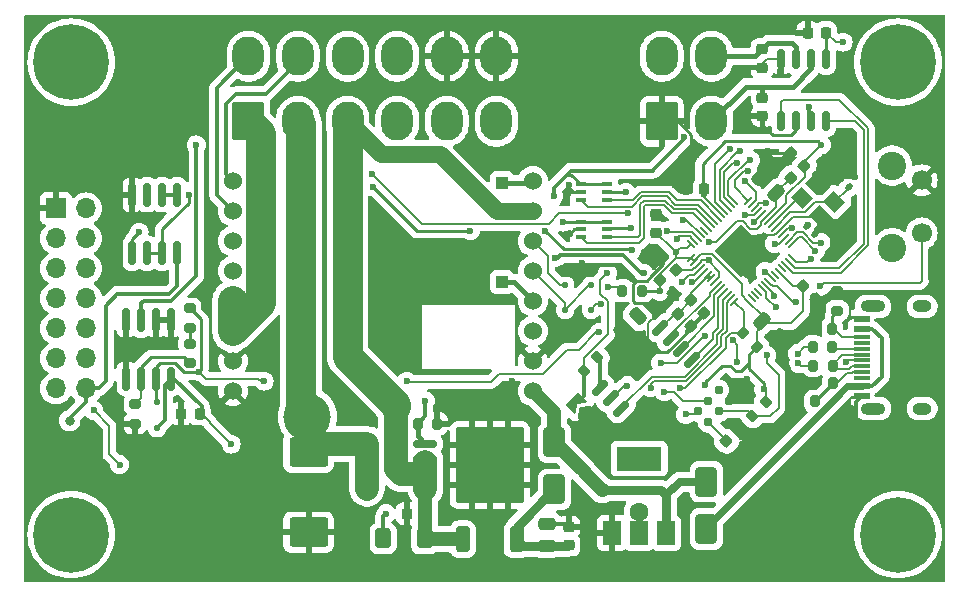
<source format=gbr>
%TF.GenerationSoftware,KiCad,Pcbnew,8.99.0-unknown-1.20240323gita6e2746.fc38*%
%TF.CreationDate,2024-04-05T19:16:21-03:00*%
%TF.ProjectId,Wideband_v3,57696465-6261-46e6-945f-76332e6b6963,rev?*%
%TF.SameCoordinates,Original*%
%TF.FileFunction,Copper,L1,Top*%
%TF.FilePolarity,Positive*%
%FSLAX46Y46*%
G04 Gerber Fmt 4.6, Leading zero omitted, Abs format (unit mm)*
G04 Created by KiCad (PCBNEW 8.99.0-unknown-1.20240323gita6e2746.fc38) date 2024-04-05 19:16:21*
%MOMM*%
%LPD*%
G01*
G04 APERTURE LIST*
G04 Aperture macros list*
%AMRoundRect*
0 Rectangle with rounded corners*
0 $1 Rounding radius*
0 $2 $3 $4 $5 $6 $7 $8 $9 X,Y pos of 4 corners*
0 Add a 4 corners polygon primitive as box body*
4,1,4,$2,$3,$4,$5,$6,$7,$8,$9,$2,$3,0*
0 Add four circle primitives for the rounded corners*
1,1,$1+$1,$2,$3*
1,1,$1+$1,$4,$5*
1,1,$1+$1,$6,$7*
1,1,$1+$1,$8,$9*
0 Add four rect primitives between the rounded corners*
20,1,$1+$1,$2,$3,$4,$5,0*
20,1,$1+$1,$4,$5,$6,$7,0*
20,1,$1+$1,$6,$7,$8,$9,0*
20,1,$1+$1,$8,$9,$2,$3,0*%
%AMRotRect*
0 Rectangle, with rotation*
0 The origin of the aperture is its center*
0 $1 length*
0 $2 width*
0 $3 Rotation angle, in degrees counterclockwise*
0 Add horizontal line*
21,1,$1,$2,0,0,$3*%
%AMFreePoly0*
4,1,6,1.000000,0.000000,0.499999,-0.750000,-0.499999,-0.750000,-0.499999,0.750000,0.499999,0.750000,1.000000,0.000000,1.000000,0.000000,$1*%
%AMFreePoly1*
4,1,6,0.499999,-0.750000,-0.649999,-0.750000,-0.150000,0.000000,-0.649999,0.750000,0.499999,0.750000,0.499999,-0.750000,0.499999,-0.750000,$1*%
G04 Aperture macros list end*
%TA.AperFunction,ComponentPad*%
%ADD10C,0.800000*%
%TD*%
%TA.AperFunction,ComponentPad*%
%ADD11C,6.400000*%
%TD*%
%TA.AperFunction,SMDPad,CuDef*%
%ADD12RoundRect,0.250000X-1.400000X-1.000000X1.400000X-1.000000X1.400000X1.000000X-1.400000X1.000000X0*%
%TD*%
%TA.AperFunction,SMDPad,CuDef*%
%ADD13RoundRect,0.150000X-0.353553X-0.565685X0.565685X0.353553X0.353553X0.565685X-0.565685X-0.353553X0*%
%TD*%
%TA.AperFunction,ComponentPad*%
%ADD14C,2.400000*%
%TD*%
%TA.AperFunction,ComponentPad*%
%ADD15C,1.700000*%
%TD*%
%TA.AperFunction,SMDPad,CuDef*%
%ADD16R,1.500000X2.000000*%
%TD*%
%TA.AperFunction,SMDPad,CuDef*%
%ADD17R,3.800000X2.000000*%
%TD*%
%TA.AperFunction,SMDPad,CuDef*%
%ADD18R,1.000000X1.000000*%
%TD*%
%TA.AperFunction,SMDPad,CuDef*%
%ADD19RoundRect,0.200000X0.200000X0.275000X-0.200000X0.275000X-0.200000X-0.275000X0.200000X-0.275000X0*%
%TD*%
%TA.AperFunction,SMDPad,CuDef*%
%ADD20RoundRect,0.225000X0.250000X-0.225000X0.250000X0.225000X-0.250000X0.225000X-0.250000X-0.225000X0*%
%TD*%
%TA.AperFunction,SMDPad,CuDef*%
%ADD21RoundRect,0.225000X0.335876X0.017678X0.017678X0.335876X-0.335876X-0.017678X-0.017678X-0.335876X0*%
%TD*%
%TA.AperFunction,SMDPad,CuDef*%
%ADD22RoundRect,0.250000X-0.512652X-0.159099X-0.159099X-0.512652X0.512652X0.159099X0.159099X0.512652X0*%
%TD*%
%TA.AperFunction,SMDPad,CuDef*%
%ADD23RoundRect,0.250000X0.400000X0.600000X-0.400000X0.600000X-0.400000X-0.600000X0.400000X-0.600000X0*%
%TD*%
%TA.AperFunction,SMDPad,CuDef*%
%ADD24RoundRect,0.225000X-0.335876X-0.017678X-0.017678X-0.335876X0.335876X0.017678X0.017678X0.335876X0*%
%TD*%
%TA.AperFunction,SMDPad,CuDef*%
%ADD25RoundRect,0.250000X-0.650000X1.000000X-0.650000X-1.000000X0.650000X-1.000000X0.650000X1.000000X0*%
%TD*%
%TA.AperFunction,SMDPad,CuDef*%
%ADD26RoundRect,0.200000X-0.200000X-0.275000X0.200000X-0.275000X0.200000X0.275000X-0.200000X0.275000X0*%
%TD*%
%TA.AperFunction,SMDPad,CuDef*%
%ADD27RotRect,1.400000X1.200000X315.000000*%
%TD*%
%TA.AperFunction,SMDPad,CuDef*%
%ADD28R,0.900000X0.400000*%
%TD*%
%TA.AperFunction,SMDPad,CuDef*%
%ADD29RoundRect,0.250000X0.159099X-0.512652X0.512652X-0.159099X-0.159099X0.512652X-0.512652X0.159099X0*%
%TD*%
%TA.AperFunction,SMDPad,CuDef*%
%ADD30RoundRect,0.225000X-0.225000X-0.250000X0.225000X-0.250000X0.225000X0.250000X-0.225000X0.250000X0*%
%TD*%
%TA.AperFunction,SMDPad,CuDef*%
%ADD31RoundRect,0.125000X0.125000X0.125000X-0.125000X0.125000X-0.125000X-0.125000X0.125000X-0.125000X0*%
%TD*%
%TA.AperFunction,ComponentPad*%
%ADD32R,1.700000X1.700000*%
%TD*%
%TA.AperFunction,ComponentPad*%
%ADD33O,1.700000X1.700000*%
%TD*%
%TA.AperFunction,SMDPad,CuDef*%
%ADD34FreePoly0,135.000000*%
%TD*%
%TA.AperFunction,SMDPad,CuDef*%
%ADD35FreePoly1,135.000000*%
%TD*%
%TA.AperFunction,ComponentPad*%
%ADD36C,1.524000*%
%TD*%
%TA.AperFunction,SMDPad,CuDef*%
%ADD37RoundRect,0.225000X0.225000X0.250000X-0.225000X0.250000X-0.225000X-0.250000X0.225000X-0.250000X0*%
%TD*%
%TA.AperFunction,SMDPad,CuDef*%
%ADD38RoundRect,0.200000X-0.053033X0.335876X-0.335876X0.053033X0.053033X-0.335876X0.335876X-0.053033X0*%
%TD*%
%TA.AperFunction,SMDPad,CuDef*%
%ADD39RoundRect,0.200000X-0.335876X-0.053033X-0.053033X-0.335876X0.335876X0.053033X0.053033X0.335876X0*%
%TD*%
%TA.AperFunction,SMDPad,CuDef*%
%ADD40RoundRect,0.140000X-0.219203X-0.021213X-0.021213X-0.219203X0.219203X0.021213X0.021213X0.219203X0*%
%TD*%
%TA.AperFunction,SMDPad,CuDef*%
%ADD41RoundRect,0.200000X0.275000X-0.200000X0.275000X0.200000X-0.275000X0.200000X-0.275000X-0.200000X0*%
%TD*%
%TA.AperFunction,SMDPad,CuDef*%
%ADD42R,1.450000X0.600000*%
%TD*%
%TA.AperFunction,SMDPad,CuDef*%
%ADD43R,1.450000X0.300000*%
%TD*%
%TA.AperFunction,ComponentPad*%
%ADD44O,2.100000X1.000000*%
%TD*%
%TA.AperFunction,ComponentPad*%
%ADD45O,1.600000X1.000000*%
%TD*%
%TA.AperFunction,SMDPad,CuDef*%
%ADD46RoundRect,0.140000X0.219203X0.021213X0.021213X0.219203X-0.219203X-0.021213X-0.021213X-0.219203X0*%
%TD*%
%TA.AperFunction,SMDPad,CuDef*%
%ADD47RoundRect,0.200000X-0.275000X0.200000X-0.275000X-0.200000X0.275000X-0.200000X0.275000X0.200000X0*%
%TD*%
%TA.AperFunction,SMDPad,CuDef*%
%ADD48RoundRect,0.225000X-0.250000X0.225000X-0.250000X-0.225000X0.250000X-0.225000X0.250000X0.225000X0*%
%TD*%
%TA.AperFunction,SMDPad,CuDef*%
%ADD49RoundRect,0.150000X0.825000X0.150000X-0.825000X0.150000X-0.825000X-0.150000X0.825000X-0.150000X0*%
%TD*%
%TA.AperFunction,ConnectorPad*%
%ADD50C,0.787400*%
%TD*%
%TA.AperFunction,SMDPad,CuDef*%
%ADD51RoundRect,0.150000X0.150000X-0.675000X0.150000X0.675000X-0.150000X0.675000X-0.150000X-0.675000X0*%
%TD*%
%TA.AperFunction,SMDPad,CuDef*%
%ADD52RoundRect,0.050000X0.309359X-0.238649X-0.238649X0.309359X-0.309359X0.238649X0.238649X-0.309359X0*%
%TD*%
%TA.AperFunction,SMDPad,CuDef*%
%ADD53RoundRect,0.050000X0.309359X0.238649X0.238649X0.309359X-0.309359X-0.238649X-0.238649X-0.309359X0*%
%TD*%
%TA.AperFunction,SMDPad,CuDef*%
%ADD54RotRect,3.200000X3.200000X135.000000*%
%TD*%
%TA.AperFunction,SMDPad,CuDef*%
%ADD55RoundRect,0.150000X-0.150000X0.825000X-0.150000X-0.825000X0.150000X-0.825000X0.150000X0.825000X0*%
%TD*%
%TA.AperFunction,SMDPad,CuDef*%
%ADD56RoundRect,0.125000X-0.125000X-0.125000X0.125000X-0.125000X0.125000X0.125000X-0.125000X0.125000X0*%
%TD*%
%TA.AperFunction,SMDPad,CuDef*%
%ADD57RoundRect,0.125000X0.125000X-0.125000X0.125000X0.125000X-0.125000X0.125000X-0.125000X-0.125000X0*%
%TD*%
%TA.AperFunction,SMDPad,CuDef*%
%ADD58RoundRect,0.250000X0.350000X-0.850000X0.350000X0.850000X-0.350000X0.850000X-0.350000X-0.850000X0*%
%TD*%
%TA.AperFunction,SMDPad,CuDef*%
%ADD59RoundRect,0.250000X1.125000X-1.275000X1.125000X1.275000X-1.125000X1.275000X-1.125000X-1.275000X0*%
%TD*%
%TA.AperFunction,SMDPad,CuDef*%
%ADD60RoundRect,0.249997X2.650003X-2.950003X2.650003X2.950003X-2.650003X2.950003X-2.650003X-2.950003X0*%
%TD*%
%TA.AperFunction,SMDPad,CuDef*%
%ADD61RoundRect,0.250000X0.512652X0.159099X0.159099X0.512652X-0.512652X-0.159099X-0.159099X-0.512652X0*%
%TD*%
%TA.AperFunction,SMDPad,CuDef*%
%ADD62RoundRect,0.250000X0.475000X-0.250000X0.475000X0.250000X-0.475000X0.250000X-0.475000X-0.250000X0*%
%TD*%
%TA.AperFunction,SMDPad,CuDef*%
%ADD63RoundRect,0.225000X0.017678X-0.335876X0.335876X-0.017678X-0.017678X0.335876X-0.335876X0.017678X0*%
%TD*%
%TA.AperFunction,ComponentPad*%
%ADD64RoundRect,0.250001X-1.099999X-1.399999X1.099999X-1.399999X1.099999X1.399999X-1.099999X1.399999X0*%
%TD*%
%TA.AperFunction,ComponentPad*%
%ADD65O,2.700000X3.300000*%
%TD*%
%TA.AperFunction,ViaPad*%
%ADD66C,0.600000*%
%TD*%
%TA.AperFunction,ViaPad*%
%ADD67C,0.800000*%
%TD*%
%TA.AperFunction,ViaPad*%
%ADD68C,1.600000*%
%TD*%
%TA.AperFunction,ViaPad*%
%ADD69C,4.000000*%
%TD*%
%TA.AperFunction,Conductor*%
%ADD70C,0.450000*%
%TD*%
%TA.AperFunction,Conductor*%
%ADD71C,0.250000*%
%TD*%
%TA.AperFunction,Conductor*%
%ADD72C,0.150000*%
%TD*%
%TA.AperFunction,Conductor*%
%ADD73C,0.350000*%
%TD*%
%TA.AperFunction,Conductor*%
%ADD74C,0.200000*%
%TD*%
%TA.AperFunction,Conductor*%
%ADD75C,0.400000*%
%TD*%
%TA.AperFunction,Conductor*%
%ADD76C,0.800000*%
%TD*%
%TA.AperFunction,Conductor*%
%ADD77C,1.200000*%
%TD*%
%TA.AperFunction,Conductor*%
%ADD78C,0.700000*%
%TD*%
%TA.AperFunction,Conductor*%
%ADD79C,0.600000*%
%TD*%
%TA.AperFunction,Conductor*%
%ADD80C,2.000000*%
%TD*%
%TA.AperFunction,Conductor*%
%ADD81C,2.500000*%
%TD*%
%TA.AperFunction,Conductor*%
%ADD82C,0.300000*%
%TD*%
%TA.AperFunction,Conductor*%
%ADD83C,1.400000*%
%TD*%
G04 APERTURE END LIST*
D10*
%TO.P,H3,1*%
%TO.N,N/C*%
X80222400Y-110125600D03*
X80925344Y-108428544D03*
X80925344Y-111822656D03*
X82622400Y-107725600D03*
D11*
X82622400Y-110125600D03*
D10*
X82622400Y-112525600D03*
X84319456Y-108428544D03*
X84319456Y-111822656D03*
X85022400Y-110125600D03*
%TD*%
D12*
%TO.P,D10,1,A1*%
%TO.N,+12VA*%
X102717600Y-103127600D03*
%TO.P,D10,2,A2*%
%TO.N,GND*%
X102717600Y-109927600D03*
%TD*%
D13*
%TO.P,U2,1,~{CS}*%
%TO.N,Net-(U1-QSPI_SS)*%
X127404777Y-97699146D03*
%TO.P,U2,2,DO(IO1)*%
%TO.N,Net-(U1-QSPI_SD1)*%
X128302803Y-98597172D03*
%TO.P,U2,3,IO2*%
%TO.N,Net-(U1-QSPI_SD2)*%
X129200828Y-99495197D03*
%TO.P,U2,4,GND*%
%TO.N,GND*%
X130098854Y-100393223D03*
%TO.P,U2,5,DI(IO0)*%
%TO.N,Net-(U1-QSPI_SD0)*%
X135190023Y-95302054D03*
%TO.P,U2,6,CLK*%
%TO.N,Net-(U1-QSPI_SCLK)*%
X134291997Y-94404028D03*
%TO.P,U2,7,IO3*%
%TO.N,Net-(U1-QSPI_SD3)*%
X133393972Y-93506003D03*
%TO.P,U2,8,VCC*%
%TO.N,+3V3*%
X132495946Y-92607977D03*
%TD*%
D10*
%TO.P,H1,1*%
%TO.N,N/C*%
X150222400Y-70125600D03*
X150925344Y-68428544D03*
X150925344Y-71822656D03*
X152622400Y-67725600D03*
D11*
X152622400Y-70125600D03*
D10*
X152622400Y-72525600D03*
X154319456Y-68428544D03*
X154319456Y-71822656D03*
X155022400Y-70125600D03*
%TD*%
D14*
%TO.P,SW3,*%
%TO.N,*%
X152122401Y-78875600D03*
X152122400Y-85875600D03*
D15*
%TO.P,SW3,1,1*%
%TO.N,GND*%
X154622400Y-80125600D03*
%TO.P,SW3,2,2*%
%TO.N,/MCU/BTN_YES*%
X154622400Y-84625601D03*
%TD*%
D16*
%TO.P,U8,1,GND*%
%TO.N,GND*%
X128408400Y-109982400D03*
%TO.P,U8,2,VO*%
%TO.N,+3V3*%
X130708400Y-109982399D03*
D17*
X130708400Y-103682401D03*
D16*
%TO.P,U8,3,VI*%
%TO.N,+5V*%
X133008400Y-109982400D03*
%TD*%
D18*
%TO.P,TP4,1,1*%
%TO.N,Net-(U3-SEL_2)*%
X119075200Y-88747600D03*
%TD*%
D19*
%TO.P,R12,1*%
%TO.N,Net-(J2-CC2)*%
X147047400Y-92675600D03*
%TO.P,R12,2*%
%TO.N,GND*%
X145397400Y-92675600D03*
%TD*%
D20*
%TO.P,C1,1*%
%TO.N,GND*%
X141122400Y-70574200D03*
%TO.P,C1,2*%
%TO.N,/CAN+*%
X141122400Y-69024200D03*
%TD*%
D10*
%TO.P,H4,1*%
%TO.N,N/C*%
X150222400Y-110125600D03*
X150925344Y-108428544D03*
X150925344Y-111822656D03*
X152622400Y-107725600D03*
D11*
X152622400Y-110125600D03*
D10*
X152622400Y-112525600D03*
X154319456Y-108428544D03*
X154319456Y-111822656D03*
X155022400Y-110125600D03*
%TD*%
D19*
%TO.P,R10,1*%
%TO.N,Net-(J2-CC1)*%
X145597400Y-98825600D03*
%TO.P,R10,2*%
%TO.N,GND*%
X143947400Y-98825600D03*
%TD*%
D21*
%TO.P,C18,1*%
%TO.N,+3V3*%
X144695408Y-78873608D03*
%TO.P,C18,2*%
%TO.N,GND*%
X143599392Y-77777592D03*
%TD*%
D22*
%TO.P,C10,1*%
%TO.N,GND*%
X140950649Y-79853849D03*
%TO.P,C10,2*%
%TO.N,+1V1*%
X142294151Y-81197351D03*
%TD*%
D23*
%TO.P,D11,1,K*%
%TO.N,+12V*%
X112538351Y-110444273D03*
%TO.P,D11,2,A*%
%TO.N,Net-(D11-A)*%
X109038351Y-110444273D03*
%TD*%
D24*
%TO.P,C19,1*%
%TO.N,+3V3*%
X135124392Y-90277592D03*
%TO.P,C19,2*%
%TO.N,GND*%
X136220408Y-91373608D03*
%TD*%
D25*
%TO.P,D1,1,K*%
%TO.N,+5V*%
X136398000Y-105645199D03*
%TO.P,D1,2,A*%
%TO.N,VBUS*%
X136398000Y-109645201D03*
%TD*%
D26*
%TO.P,R20,1*%
%TO.N,Net-(D11-A)*%
X111951000Y-100736400D03*
%TO.P,R20,2*%
%TO.N,GND*%
X113601000Y-100736400D03*
%TD*%
D27*
%TO.P,Y1,1,1*%
%TO.N,Net-(U1-XOUT)*%
X144485155Y-81612061D03*
%TO.P,Y1,2,2*%
%TO.N,GND*%
X146040790Y-83167696D03*
%TO.P,Y1,3,3*%
%TO.N,Net-(U1-XIN)*%
X147242871Y-81965615D03*
%TO.P,Y1,4,4*%
%TO.N,GND*%
X145687236Y-80409980D03*
%TD*%
D28*
%TO.P,U5,1,VDD*%
%TO.N,+5V*%
X125798400Y-80477600D03*
%TO.P,U5,2,GND*%
%TO.N,GND*%
X125798400Y-81127600D03*
%TO.P,U5,3,SCL*%
%TO.N,/DAC_CLK_1*%
X125798400Y-81777600D03*
%TO.P,U5,4,SDA*%
%TO.N,/DAC_SDA_1*%
X127998400Y-81777600D03*
%TO.P,U5,5,W*%
%TO.N,/m_TEMP_OUT*%
X127998400Y-81127600D03*
%TO.P,U5,6,H*%
%TO.N,+5V*%
X127998400Y-80477600D03*
%TD*%
D29*
%TO.P,C24,1*%
%TO.N,GND*%
X129225649Y-92997351D03*
%TO.P,C24,2*%
%TO.N,+3V3*%
X130569151Y-91653849D03*
%TD*%
D19*
%TO.P,R11,1*%
%TO.N,Net-(J2-CC1)*%
X147097400Y-97325600D03*
%TO.P,R11,2*%
%TO.N,GND*%
X145447400Y-97325600D03*
%TD*%
D30*
%TO.P,C23,1*%
%TO.N,GND*%
X134647400Y-80825600D03*
%TO.P,C23,2*%
%TO.N,+3V3*%
X136197400Y-80825600D03*
%TD*%
D24*
%TO.P,C14,1*%
%TO.N,+3V3*%
X144587592Y-89113992D03*
%TO.P,C14,2*%
%TO.N,GND*%
X145683608Y-90210008D03*
%TD*%
D31*
%TO.P,D5,1,K*%
%TO.N,/MCU/WBO_TX*%
X126626799Y-91084400D03*
%TO.P,D5,2,A*%
%TO.N,/MCU/WBO_RX*%
X124426801Y-91084400D03*
%TD*%
D18*
%TO.P,TP5,1,1*%
%TO.N,Net-(U3-Boot0)*%
X119075200Y-80365600D03*
%TD*%
D32*
%TO.P,J1,1,Pin_1*%
%TO.N,GND*%
X81347400Y-82500600D03*
D33*
%TO.P,J1,2,Pin_2*%
%TO.N,/MCU/GPIO21*%
X83887400Y-82500600D03*
%TO.P,J1,3,Pin_3*%
%TO.N,/MCU/GPIO20*%
X81347400Y-85040600D03*
%TO.P,J1,4,Pin_4*%
%TO.N,/MCU/GPIO19*%
X83887400Y-85040600D03*
%TO.P,J1,5,Pin_5*%
%TO.N,/MCU/GPIO18*%
X81347400Y-87580600D03*
%TO.P,J1,6,Pin_6*%
%TO.N,/MCU/GPIO17*%
X83887400Y-87580600D03*
%TO.P,J1,7,Pin_7*%
%TO.N,/MCU/GPIO16*%
X81347400Y-90120600D03*
%TO.P,J1,8,Pin_8*%
%TO.N,/MCU/GPIO15*%
X83887400Y-90120600D03*
%TO.P,J1,9,Pin_9*%
%TO.N,/MCU/GPIO14*%
X81347400Y-92660600D03*
%TO.P,J1,10,Pin_10*%
%TO.N,/MCU/GPIO13*%
X83887400Y-92660600D03*
%TO.P,J1,11,Pin_11*%
%TO.N,/MCU/GPIO12*%
X81347400Y-95200600D03*
%TO.P,J1,12,Pin_12*%
%TO.N,/MCU/GPIO11*%
X83887400Y-95200600D03*
%TO.P,J1,13,Pin_13*%
%TO.N,+12VA*%
X81347400Y-97740600D03*
%TO.P,J1,14,Pin_14*%
%TO.N,+5V*%
X83887400Y-97740600D03*
%TD*%
D34*
%TO.P,JP4,1,A*%
%TO.N,GND*%
X126385052Y-100038252D03*
D35*
%TO.P,JP4,2,B*%
%TO.N,/MCU/FORCE_BOOTLOADER*%
X125359748Y-99012948D03*
%TD*%
D20*
%TO.P,C29,1*%
%TO.N,Net-(D2-A)*%
X124764800Y-111011000D03*
%TO.P,C29,2*%
%TO.N,GND*%
X124764800Y-109461000D03*
%TD*%
D24*
%TO.P,C17,1*%
%TO.N,+3V3*%
X132497192Y-88605992D03*
%TO.P,C17,2*%
%TO.N,GND*%
X133593208Y-89702008D03*
%TD*%
D36*
%TO.P,U3,1,5V*%
%TO.N,+5V*%
X121716800Y-97967800D03*
%TO.P,U3,2,GND*%
%TO.N,GND*%
X121716800Y-95427800D03*
%TO.P,U3,3,SEL_1*%
%TO.N,Net-(U3-SEL_1)*%
X121716800Y-92887800D03*
%TO.P,U3,4,SEL_2*%
%TO.N,Net-(U3-SEL_2)*%
X121716800Y-90347800D03*
%TO.P,U3,5,CAN_RX*%
%TO.N,/MCU/WBO_RX*%
X121716800Y-87807800D03*
%TO.P,U3,6,CAN_TX*%
%TO.N,Net-(D6-K)*%
X121716800Y-85267800D03*
%TO.P,U3,7,VBatt_Sense*%
%TO.N,+12V*%
X121716800Y-82727800D03*
%TO.P,U3,8,Boot0*%
%TO.N,Net-(U3-Boot0)*%
X121716800Y-80187800D03*
%TO.P,U3,9,HEAT_GND*%
%TO.N,GND*%
X96316800Y-97967800D03*
%TO.P,U3,10,HEAT_GND2*%
X96316801Y-95427800D03*
%TO.P,U3,11,HEATER-*%
%TO.N,/HEATER-*%
X96316800Y-92887800D03*
%TO.P,U3,12,HEATER-*%
X96316800Y-90347800D03*
%TO.P,U3,13,LSU_ip*%
%TO.N,/LSU_ip*%
X96316800Y-87807800D03*
%TO.P,U3,14,LSU_vm*%
%TO.N,/LSU_vm*%
X96316800Y-85267801D03*
%TO.P,U3,15,LSU_rtrim*%
%TO.N,/LSU_rtrim*%
X96316800Y-82727799D03*
%TO.P,U3,16,LSU_un*%
%TO.N,/LSU_un*%
X96316800Y-80187800D03*
%TD*%
D37*
%TO.P,C7,1*%
%TO.N,+3V3*%
X93485000Y-99898200D03*
%TO.P,C7,2*%
%TO.N,GND*%
X91935000Y-99898200D03*
%TD*%
D24*
%TO.P,C11,1*%
%TO.N,+3V3*%
X133999392Y-91402592D03*
%TO.P,C11,2*%
%TO.N,GND*%
X135095408Y-92498608D03*
%TD*%
D38*
%TO.P,R6,1*%
%TO.N,Net-(U1-QSPI_SS)*%
X127176963Y-95123837D03*
%TO.P,R6,2*%
%TO.N,/MCU/FORCE_BOOTLOADER*%
X126010237Y-96290563D03*
%TD*%
D39*
%TO.P,R5,1*%
%TO.N,Net-(U1-QSPI_SS)*%
X139539037Y-93042237D03*
%TO.P,R5,2*%
%TO.N,+3V3*%
X140705763Y-94208963D03*
%TD*%
D40*
%TO.P,C15,1*%
%TO.N,GND*%
X147767989Y-80051589D03*
%TO.P,C15,2*%
%TO.N,Net-(U1-XIN)*%
X148446811Y-80730411D03*
%TD*%
D37*
%TO.P,C28,1*%
%TO.N,+12V*%
X112585800Y-108356400D03*
%TO.P,C28,2*%
%TO.N,GND*%
X111035800Y-108356400D03*
%TD*%
D28*
%TO.P,U6,1,VDD*%
%TO.N,+5V*%
X125798400Y-83627200D03*
%TO.P,U6,2,GND*%
%TO.N,GND*%
X125798400Y-84277200D03*
%TO.P,U6,3,SCL*%
%TO.N,/DAC_CLK_2*%
X125798400Y-84927200D03*
%TO.P,U6,4,SDA*%
%TO.N,/DAC_SDA_2*%
X127998400Y-84927200D03*
%TO.P,U6,5,W*%
%TO.N,/m_LAMBDA_OUT*%
X127998400Y-84277200D03*
%TO.P,U6,6,H*%
%TO.N,+5V*%
X127998400Y-83627200D03*
%TD*%
D20*
%TO.P,C13,1*%
%TO.N,+3V3*%
X132130800Y-84544200D03*
%TO.P,C13,2*%
%TO.N,GND*%
X132130800Y-82994200D03*
%TD*%
D41*
%TO.P,R13,1*%
%TO.N,Net-(J2-CC2)*%
X147472400Y-91150600D03*
%TO.P,R13,2*%
%TO.N,GND*%
X147472400Y-89500600D03*
%TD*%
D42*
%TO.P,J2,A1,GND*%
%TO.N,GND*%
X149577400Y-98375600D03*
%TO.P,J2,A4,VBUS*%
%TO.N,VBUS*%
X149577400Y-97575601D03*
D43*
%TO.P,J2,A5,CC1*%
%TO.N,Net-(J2-CC1)*%
X149577401Y-96375600D03*
%TO.P,J2,A6,D+*%
%TO.N,/MCU/USB_DP*%
X149577400Y-95375600D03*
%TO.P,J2,A7,D-*%
%TO.N,/MCU/USB_DN*%
X149577400Y-94875600D03*
%TO.P,J2,A8,SBU1*%
%TO.N,unconnected-(J2-SBU1-PadA8)*%
X149577401Y-93875600D03*
D42*
%TO.P,J2,A9,VBUS*%
%TO.N,VBUS*%
X149577400Y-92675599D03*
%TO.P,J2,A12,GND*%
%TO.N,GND*%
X149577400Y-91875600D03*
%TO.P,J2,B1,GND*%
X149577400Y-91875600D03*
%TO.P,J2,B4,VBUS*%
%TO.N,VBUS*%
X149577400Y-92675599D03*
D43*
%TO.P,J2,B5,CC2*%
%TO.N,Net-(J2-CC2)*%
X149577400Y-93375600D03*
%TO.P,J2,B6,D+*%
%TO.N,/MCU/USB_DP*%
X149577400Y-94375600D03*
%TO.P,J2,B7,D-*%
%TO.N,/MCU/USB_DN*%
X149577400Y-95875600D03*
%TO.P,J2,B8,SBU2*%
%TO.N,unconnected-(J2-SBU2-PadB8)*%
X149577400Y-96875600D03*
D42*
%TO.P,J2,B9,VBUS*%
%TO.N,VBUS*%
X149577400Y-97575601D03*
%TO.P,J2,B12,GND*%
%TO.N,GND*%
X149577400Y-98375600D03*
D44*
%TO.P,J2,S1,SHIELD*%
%TO.N,unconnected-(J2-SHIELD-PadS1)_2*%
X150492400Y-99445600D03*
D45*
%TO.N,unconnected-(J2-SHIELD-PadS1)_0*%
X154672400Y-99445600D03*
D44*
%TO.N,unconnected-(J2-SHIELD-PadS1)_1*%
X150492400Y-90805600D03*
D45*
%TO.N,unconnected-(J2-SHIELD-PadS1)*%
X154672400Y-90805600D03*
%TD*%
D46*
%TO.P,C16,1*%
%TO.N,GND*%
X145611811Y-84665011D03*
%TO.P,C16,2*%
%TO.N,Net-(U1-XOUT)*%
X144932989Y-83986189D03*
%TD*%
D41*
%TO.P,R8,1*%
%TO.N,Net-(R7-Pad2)*%
X92672400Y-92600600D03*
%TO.P,R8,2*%
%TO.N,/m_narrow*%
X92672400Y-90950600D03*
%TD*%
D10*
%TO.P,H2,1*%
%TO.N,N/C*%
X80222400Y-70125600D03*
X80925344Y-68428544D03*
X80925344Y-71822656D03*
X82622400Y-67725600D03*
D11*
X82622400Y-70125600D03*
D10*
X82622400Y-72525600D03*
X84319456Y-68428544D03*
X84319456Y-71822656D03*
X85022400Y-70125600D03*
%TD*%
D19*
%TO.P,R4,1*%
%TO.N,/MCU/USB_DP*%
X147052800Y-94208600D03*
%TO.P,R4,2*%
%TO.N,/MCU/USB+*%
X145402800Y-94208600D03*
%TD*%
D47*
%TO.P,R18,1*%
%TO.N,Net-(U10B--)*%
X88036400Y-99073200D03*
%TO.P,R18,2*%
%TO.N,GND*%
X88036400Y-100723200D03*
%TD*%
D48*
%TO.P,C2,1*%
%TO.N,/CAN-*%
X141147400Y-73125600D03*
%TO.P,C2,2*%
%TO.N,GND*%
X141147400Y-74675600D03*
%TD*%
D49*
%TO.P,Q6,1,S*%
%TO.N,+12V*%
X112609400Y-106248200D03*
%TO.P,Q6,2,S*%
X112609400Y-104978200D03*
%TO.P,Q6,3,S*%
X112609400Y-103708200D03*
%TO.P,Q6,4,G*%
%TO.N,Net-(D11-A)*%
X112609400Y-102438200D03*
%TO.P,Q6,5,D*%
%TO.N,+12VA*%
X107659400Y-102438200D03*
%TO.P,Q6,6,D*%
X107659400Y-103708200D03*
%TO.P,Q6,7,D*%
X107659400Y-104978200D03*
%TO.P,Q6,8,D*%
X107659400Y-106248200D03*
%TD*%
D50*
%TO.P,J3,1,Pin_1*%
%TO.N,+3V3*%
X136550400Y-100584000D03*
%TO.P,J3,2,Pin_2*%
%TO.N,/MCU/SYS_SWDIO*%
X135652375Y-99685975D03*
%TO.P,J3,3,Pin_3*%
%TO.N,/MCU/NRST*%
X137448426Y-99685975D03*
%TO.P,J3,4,Pin_4*%
%TO.N,/MCU/SYS_SWCLK*%
X136550400Y-98787949D03*
%TO.P,J3,5,Pin_5*%
%TO.N,GND*%
X138346451Y-98787949D03*
%TO.P,J3,6,Pin_6*%
%TO.N,/MCU/SYS_SWO*%
X137448426Y-97889924D03*
%TD*%
D51*
%TO.P,U4,1,TXD*%
%TO.N,/CAN_TX*%
X142742400Y-75100600D03*
%TO.P,U4,2,GND*%
%TO.N,GND*%
X144012400Y-75100600D03*
%TO.P,U4,3,VCC*%
%TO.N,+5V*%
X145282400Y-75100600D03*
%TO.P,U4,4,RXD*%
%TO.N,/CAN_RX*%
X146552400Y-75100600D03*
%TO.P,U4,5,VIO*%
%TO.N,+3V3*%
X146552400Y-69850600D03*
%TO.P,U4,6,CANL*%
%TO.N,/CAN-*%
X145282400Y-69850600D03*
%TO.P,U4,7,CANH*%
%TO.N,/CAN+*%
X144012400Y-69850600D03*
%TO.P,U4,8,S*%
%TO.N,GND*%
X142742400Y-69850600D03*
%TD*%
D52*
%TO.P,U1,1,IOVDD*%
%TO.N,+3V3*%
X139962002Y-90400557D03*
%TO.P,U1,2,GPIO0*%
%TO.N,unconnected-(U1-GPIO0-Pad2)*%
X140244845Y-90117714D03*
%TO.P,U1,3,GPIO1*%
%TO.N,unconnected-(U1-GPIO1-Pad3)*%
X140527687Y-89834872D03*
%TO.P,U1,4,GPIO2*%
%TO.N,unconnected-(U1-GPIO2-Pad4)*%
X140810530Y-89552029D03*
%TO.P,U1,5,GPIO3*%
%TO.N,/MCU/BTN_YES*%
X141093373Y-89269186D03*
%TO.P,U1,6,GPIO4*%
%TO.N,/MCU/CF_CONF0*%
X141376215Y-88986344D03*
%TO.P,U1,7,GPIO5*%
%TO.N,/MCU/CF_CONF1*%
X141659058Y-88703501D03*
%TO.P,U1,8,GPIO6*%
%TO.N,/MCU/CF_CONF2*%
X141941901Y-88420658D03*
%TO.P,U1,9,GPIO7*%
%TO.N,unconnected-(U1-GPIO7-Pad9)*%
X142224744Y-88137815D03*
%TO.P,U1,10,IOVDD*%
%TO.N,+3V3*%
X142507586Y-87854973D03*
%TO.P,U1,11,GPIO8*%
%TO.N,unconnected-(U1-GPIO8-Pad11)*%
X142790429Y-87572130D03*
%TO.P,U1,12,GPIO9*%
%TO.N,/CAN_TX*%
X143073272Y-87289287D03*
%TO.P,U1,13,GPIO10*%
%TO.N,/CAN_RX*%
X143356114Y-87006445D03*
%TO.P,U1,14,GPIO11*%
%TO.N,/MCU/GPIO11*%
X143638957Y-86723602D03*
D53*
%TO.P,U1,15,GPIO12*%
%TO.N,/MCU/GPIO12*%
X143638957Y-85539198D03*
%TO.P,U1,16,GPIO13*%
%TO.N,/MCU/GPIO13*%
X143356114Y-85256355D03*
%TO.P,U1,17,GPIO14*%
%TO.N,/MCU/GPIO14*%
X143073272Y-84973513D03*
%TO.P,U1,18,GPIO15*%
%TO.N,/MCU/GPIO15*%
X142790429Y-84690670D03*
%TO.P,U1,19,TESTEN*%
%TO.N,GND*%
X142507586Y-84407827D03*
%TO.P,U1,20,XIN*%
%TO.N,Net-(U1-XIN)*%
X142224744Y-84124985D03*
%TO.P,U1,21,XOUT*%
%TO.N,Net-(U1-XOUT)*%
X141941901Y-83842142D03*
%TO.P,U1,22,IOVDD*%
%TO.N,+3V3*%
X141659058Y-83559299D03*
%TO.P,U1,23,DVDD*%
%TO.N,+1V1*%
X141376215Y-83276456D03*
%TO.P,U1,24,SWCLK*%
%TO.N,/MCU/SYS_SWCLK*%
X141093373Y-82993614D03*
%TO.P,U1,25,SWD*%
%TO.N,/MCU/SYS_SWDIO*%
X140810530Y-82710771D03*
%TO.P,U1,26,RUN*%
%TO.N,/MCU/NRST*%
X140527687Y-82427928D03*
%TO.P,U1,27,GPIO16*%
%TO.N,/MCU/GPIO16*%
X140244845Y-82145086D03*
%TO.P,U1,28,GPIO17*%
%TO.N,/MCU/GPIO17*%
X139962002Y-81862243D03*
D52*
%TO.P,U1,29,GPIO18*%
%TO.N,/MCU/GPIO18*%
X138777598Y-81862243D03*
%TO.P,U1,30,GPIO19*%
%TO.N,/MCU/GPIO19*%
X138494755Y-82145086D03*
%TO.P,U1,31,GPIO20*%
%TO.N,/MCU/GPIO20*%
X138211913Y-82427928D03*
%TO.P,U1,32,GPIO21*%
%TO.N,/MCU/GPIO21*%
X137929070Y-82710771D03*
%TO.P,U1,33,IOVDD*%
%TO.N,+3V3*%
X137646227Y-82993614D03*
%TO.P,U1,34,GPIO22*%
%TO.N,/DAC_SDA_1*%
X137363385Y-83276456D03*
%TO.P,U1,35,GPIO23*%
%TO.N,/DAC_CLK_1*%
X137080542Y-83559299D03*
%TO.P,U1,36,GPIO24*%
%TO.N,/DAC_SDA_2*%
X136797699Y-83842142D03*
%TO.P,U1,37,GPIO25*%
%TO.N,/DAC_CLK_2*%
X136514856Y-84124985D03*
%TO.P,U1,38,GPIO26_ADC0*%
%TO.N,unconnected-(U1-GPIO26_ADC0-Pad38)*%
X136232014Y-84407827D03*
%TO.P,U1,39,GPIO27_ADC1*%
%TO.N,/m_narrow*%
X135949171Y-84690670D03*
%TO.P,U1,40,GPIO28_ADC2*%
%TO.N,/MCU/WBO_RX*%
X135666328Y-84973513D03*
%TO.P,U1,41,GPIO29_ADC3*%
%TO.N,/MCU/WBO_TX*%
X135383486Y-85256355D03*
%TO.P,U1,42,IOVDD*%
%TO.N,+3V3*%
X135100643Y-85539198D03*
D53*
%TO.P,U1,43,ADC_AVDD*%
X135100643Y-86723602D03*
%TO.P,U1,44,VREG_IN*%
X135383486Y-87006445D03*
%TO.P,U1,45,VREG_VOUT*%
%TO.N,+1V1*%
X135666328Y-87289287D03*
%TO.P,U1,46,USB_DM*%
%TO.N,/MCU/USB-*%
X135949171Y-87572130D03*
%TO.P,U1,47,USB_DP*%
%TO.N,/MCU/USB+*%
X136232014Y-87854973D03*
%TO.P,U1,48,USB_VDD*%
%TO.N,+3V3*%
X136514856Y-88137815D03*
%TO.P,U1,49,IOVDD*%
X136797699Y-88420658D03*
%TO.P,U1,50,DVDD*%
%TO.N,+1V1*%
X137080542Y-88703501D03*
%TO.P,U1,51,QSPI_SD3*%
%TO.N,Net-(U1-QSPI_SD3)*%
X137363385Y-88986344D03*
%TO.P,U1,52,QSPI_SCLK*%
%TO.N,Net-(U1-QSPI_SCLK)*%
X137646227Y-89269186D03*
%TO.P,U1,53,QSPI_SD0*%
%TO.N,Net-(U1-QSPI_SD0)*%
X137929070Y-89552029D03*
%TO.P,U1,54,QSPI_SD2*%
%TO.N,Net-(U1-QSPI_SD2)*%
X138211913Y-89834872D03*
%TO.P,U1,55,QSPI_SD1*%
%TO.N,Net-(U1-QSPI_SD1)*%
X138494755Y-90117714D03*
%TO.P,U1,56,QSPI_SS*%
%TO.N,Net-(U1-QSPI_SS)*%
X138777598Y-90400557D03*
D54*
%TO.P,U1,57,GND*%
%TO.N,GND*%
X139369800Y-86131400D03*
%TD*%
D37*
%TO.P,C12,1*%
%TO.N,+3V3*%
X146520200Y-67614800D03*
%TO.P,C12,2*%
%TO.N,GND*%
X144970200Y-67614800D03*
%TD*%
D55*
%TO.P,U10,1*%
%TO.N,GND*%
X91077400Y-91962200D03*
%TO.P,U10,2,-*%
X89807400Y-91962200D03*
%TO.P,U10,3,+*%
%TO.N,/NARROW*%
X88537400Y-91962200D03*
%TO.P,U10,4,V-*%
%TO.N,GND*%
X87267400Y-91962200D03*
%TO.P,U10,5,+*%
X87267400Y-96912200D03*
%TO.P,U10,6,-*%
%TO.N,Net-(U10B--)*%
X88537400Y-96912200D03*
%TO.P,U10,7*%
%TO.N,/m_narrow*%
X89807400Y-96912200D03*
%TO.P,U10,8,V+*%
%TO.N,+3V3*%
X91077400Y-96912200D03*
%TD*%
D41*
%TO.P,R7,1*%
%TO.N,Net-(U10B--)*%
X92672400Y-95600600D03*
%TO.P,R7,2*%
%TO.N,Net-(R7-Pad2)*%
X92672400Y-93950600D03*
%TD*%
D56*
%TO.P,D6,1,K*%
%TO.N,Net-(D6-K)*%
X124452200Y-89027000D03*
%TO.P,D6,2,A*%
%TO.N,/MCU/WBO_RX*%
X126652200Y-89027000D03*
%TD*%
D26*
%TO.P,R3,1*%
%TO.N,/MCU/USB-*%
X145428200Y-95808800D03*
%TO.P,R3,2*%
%TO.N,/MCU/USB_DN*%
X147078200Y-95808800D03*
%TD*%
D57*
%TO.P,D7,1,K*%
%TO.N,+3V3*%
X89890600Y-101125199D03*
%TO.P,D7,2,A*%
%TO.N,/m_narrow*%
X89890600Y-98925201D03*
%TD*%
D25*
%TO.P,D2,1,K*%
%TO.N,+5V*%
X123529690Y-102298989D03*
%TO.P,D2,2,A*%
%TO.N,Net-(D2-A)*%
X123529690Y-106298991D03*
%TD*%
D21*
%TO.P,C21,1*%
%TO.N,+1V1*%
X133821808Y-87746208D03*
%TO.P,C21,2*%
%TO.N,GND*%
X132725792Y-86650192D03*
%TD*%
D55*
%TO.P,U9,1*%
%TO.N,/TEMP_OUT*%
X91592400Y-81345000D03*
%TO.P,U9,2,-*%
X90322400Y-81345000D03*
%TO.P,U9,3,+*%
%TO.N,/m_TEMP_OUT*%
X89052400Y-81345000D03*
%TO.P,U9,4,V-*%
%TO.N,GND*%
X87782400Y-81345000D03*
%TO.P,U9,5,+*%
%TO.N,/m_LAMBDA_OUT*%
X87782400Y-86295000D03*
%TO.P,U9,6,-*%
%TO.N,/LAMBDA_OUT*%
X89052400Y-86295000D03*
%TO.P,U9,7*%
X90322400Y-86295000D03*
%TO.P,U9,8,V+*%
%TO.N,+5V*%
X91592400Y-86295000D03*
%TD*%
D58*
%TO.P,U11,1,VI*%
%TO.N,+12V*%
X115779200Y-110524399D03*
D59*
%TO.P,U11,2,GND*%
%TO.N,GND*%
X116534200Y-105899399D03*
X119584200Y-105899399D03*
D60*
X118059200Y-104224398D03*
D59*
X116534200Y-102549399D03*
X119584200Y-102549399D03*
D58*
%TO.P,U11,3,VO*%
%TO.N,Net-(D2-A)*%
X120339200Y-110524399D03*
%TD*%
D21*
%TO.P,C22,1*%
%TO.N,+1V1*%
X143545408Y-79898608D03*
%TO.P,C22,2*%
%TO.N,GND*%
X142449392Y-78802592D03*
%TD*%
D38*
%TO.P,R19,1*%
%TO.N,+3V3*%
X141468976Y-98932999D03*
%TO.P,R19,2*%
%TO.N,/MCU/NRST*%
X140302250Y-100099725D03*
%TD*%
D61*
%TO.P,C9,1*%
%TO.N,GND*%
X142444151Y-93372351D03*
%TO.P,C9,2*%
%TO.N,+3V3*%
X141100649Y-92028849D03*
%TD*%
D62*
%TO.P,C30,1*%
%TO.N,Net-(D2-A)*%
X122895400Y-111084399D03*
%TO.P,C30,2*%
%TO.N,GND*%
X122895400Y-109184401D03*
%TD*%
D63*
%TO.P,C20,1*%
%TO.N,+3V3*%
X138102405Y-102223370D03*
%TO.P,C20,2*%
%TO.N,GND*%
X139198421Y-101127354D03*
%TD*%
D26*
%TO.P,R9,1*%
%TO.N,/MCU/WBO_RX*%
X129297400Y-89475600D03*
%TO.P,R9,2*%
%TO.N,+3V3*%
X130947400Y-89475600D03*
%TD*%
D64*
%TO.P,J5,1,Pin_1*%
%TO.N,/HEATER-*%
X97622400Y-75125600D03*
D65*
%TO.P,J5,2,Pin_2*%
%TO.N,+12VA*%
X101822399Y-75125600D03*
%TO.P,J5,3,Pin_3*%
%TO.N,+12V*%
X106022400Y-75125600D03*
%TO.P,J5,4,Pin_4*%
%TO.N,/NARROW*%
X110222399Y-75125600D03*
%TO.P,J5,5,Pin_5*%
%TO.N,/LSU_ip*%
X114422400Y-75125600D03*
%TO.P,J5,6,Pin_6*%
%TO.N,/LSU_vm*%
X118622399Y-75125600D03*
%TO.P,J5,7,Pin_7*%
%TO.N,/LSU_rtrim*%
X97622400Y-69625600D03*
%TO.P,J5,8,Pin_8*%
%TO.N,/LSU_un*%
X101822400Y-69625600D03*
%TO.P,J5,9,Pin_9*%
%TO.N,/TEMP_OUT*%
X106022400Y-69625600D03*
%TO.P,J5,10,Pin_10*%
%TO.N,/LAMBDA_OUT*%
X110222400Y-69625600D03*
%TO.P,J5,11,Pin_11*%
%TO.N,GND*%
X114422400Y-69625600D03*
%TO.P,J5,12,Pin_12*%
X118622400Y-69625600D03*
%TD*%
D64*
%TO.P,J4,1,Pin_1*%
%TO.N,GND*%
X132622400Y-75125600D03*
D65*
%TO.P,J4,2,Pin_2*%
%TO.N,/CAN-*%
X136822399Y-75125600D03*
%TO.P,J4,3,Pin_3*%
%TO.N,unconnected-(J4-Pin_3-Pad3)*%
X132622400Y-69625600D03*
%TO.P,J4,4,Pin_4*%
%TO.N,/CAN+*%
X136822400Y-69625600D03*
%TD*%
D66*
%TO.N,GND*%
X125882400Y-87151200D03*
X132130800Y-82994200D03*
X142646400Y-70967600D03*
X147980400Y-84683600D03*
X141622400Y-77625600D03*
X133722400Y-80525600D03*
X150972400Y-81225600D03*
X144012400Y-75100600D03*
X132725792Y-86650192D03*
X143422400Y-96625600D03*
X87274400Y-93065600D03*
X139872400Y-96975600D03*
X119972400Y-97125600D03*
X144170400Y-93573600D03*
X124858212Y-84631196D03*
X149622400Y-101775600D03*
X141147400Y-74675600D03*
X140174332Y-86138961D03*
X149022400Y-79825600D03*
X124764800Y-80518000D03*
%TO.N,Net-(D11-A)*%
X112598200Y-98780600D03*
X109270800Y-108356400D03*
%TO.N,+5V*%
X134472400Y-76500600D03*
X131092710Y-88003112D03*
X123472400Y-81475600D03*
X145072400Y-73879400D03*
D67*
X82499200Y-100482400D03*
D66*
X123572400Y-86669013D03*
X124256800Y-83667600D03*
%TO.N,+3V3*%
X133819110Y-86225600D03*
D68*
X130708400Y-108178600D03*
D66*
X111022400Y-97125600D03*
X132643546Y-92474977D03*
X146131400Y-77134600D03*
X141241213Y-97814562D03*
X138102405Y-102223370D03*
X136322400Y-97425600D03*
X96164400Y-102463600D03*
X147980400Y-68427600D03*
X132441560Y-89517640D03*
X136174051Y-81273948D03*
X130569151Y-91653849D03*
X127348136Y-93001336D03*
D68*
X130708400Y-103682401D03*
D66*
%TO.N,+1V1*%
X136631610Y-85334058D03*
X136608613Y-86905745D03*
%TO.N,Net-(U1-XOUT)*%
X144485155Y-81612061D03*
X144975422Y-83926785D03*
D69*
%TO.N,+12VA*%
X102616000Y-100126800D03*
D66*
%TO.N,/MCU/WBO_TX*%
X127472400Y-90625600D03*
X133897800Y-85101000D03*
%TO.N,/MCU/WBO_RX*%
X128072400Y-89175600D03*
X133105800Y-84413800D03*
%TO.N,/MCU/GPIO21*%
X138439531Y-77450600D03*
%TO.N,/MCU/USB-*%
X144195800Y-95631000D03*
X134296600Y-88747600D03*
%TO.N,/MCU/USB+*%
X144119600Y-94792800D03*
X135146600Y-88747600D03*
%TO.N,/MCU/GPIO14*%
X142172400Y-85475600D03*
%TO.N,/MCU/USB_DP*%
X147052800Y-94208600D03*
X148255159Y-95479100D03*
%TO.N,/MCU/NRST*%
X141488564Y-82062978D03*
X141522400Y-94924129D03*
%TO.N,/MCU/SYS_SWCLK*%
X136322400Y-93325600D03*
X140422400Y-83638267D03*
X132522400Y-95587678D03*
X132847400Y-98025600D03*
%TO.N,/MCU/SYS_SWDIO*%
X134645400Y-99949000D03*
X138633168Y-93678005D03*
X139011443Y-95536558D03*
X139680494Y-83053378D03*
%TO.N,/LAMBDA_OUT*%
X92557600Y-81375600D03*
%TO.N,/TEMP_OUT*%
X91592400Y-81345000D03*
%TO.N,/MCU/CF_CONF0*%
X142115038Y-89905772D03*
%TO.N,/MCU/CF_CONF1*%
X143962548Y-90419348D03*
%TO.N,/MCU/CF_CONF2*%
X141364596Y-87846286D03*
%TO.N,/MCU/FORCE_BOOTLOADER*%
X128022400Y-87975600D03*
%TO.N,Net-(U1-QSPI_SS)*%
X127406400Y-97586800D03*
X134172400Y-97750600D03*
%TO.N,/MCU/BTN_YES*%
X142278987Y-90882187D03*
X146050000Y-89103200D03*
%TO.N,/m_narrow*%
X134422400Y-83450600D03*
X98958400Y-97129600D03*
X93422843Y-96318655D03*
%TO.N,/NARROW*%
X93207600Y-77125600D03*
%TO.N,/MCU/GPIO19*%
X138962494Y-78623680D03*
%TO.N,/MCU/GPIO20*%
X139222400Y-77675600D03*
%TO.N,/MCU/GPIO16*%
X139647400Y-80200600D03*
%TO.N,Net-(U1-QSPI_SD1)*%
X131674737Y-97677937D03*
X129717800Y-97510600D03*
%TO.N,/m_LAMBDA_OUT*%
X116422400Y-84389800D03*
X130063050Y-86020100D03*
X122747400Y-84389800D03*
X129997200Y-84175600D03*
X88372400Y-84525600D03*
X108162780Y-80665980D03*
%TO.N,/m_TEMP_OUT*%
X108122400Y-79575600D03*
X129590800Y-81127600D03*
X89052400Y-81762600D03*
X129794000Y-82921300D03*
%TO.N,/MCU/GPIO18*%
X140122400Y-78425600D03*
%TO.N,/MCU/GPIO17*%
X139904661Y-79307860D03*
%TO.N,/MCU/GPIO15*%
X143611499Y-84188503D03*
%TO.N,/MCU/GPIO13*%
X146100800Y-85394800D03*
%TO.N,/MCU/GPIO11*%
X84537732Y-99612268D03*
X86715600Y-104190800D03*
X145220655Y-86771939D03*
%TO.N,/MCU/GPIO12*%
X145624713Y-86074087D03*
%TD*%
D70*
%TO.N,/CAN+*%
X144012400Y-69850600D02*
X144012400Y-68879200D01*
X144012400Y-68879200D02*
X143658800Y-68525600D01*
X137128800Y-69319200D02*
X136822400Y-69625600D01*
X143658800Y-68525600D02*
X141621000Y-68525600D01*
X141621000Y-68525600D02*
X141122400Y-69024200D01*
X140521000Y-69625600D02*
X136822400Y-69625600D01*
X141122400Y-69024200D02*
X140521000Y-69625600D01*
D71*
%TO.N,GND*%
X125212208Y-84277200D02*
X124858212Y-84631196D01*
D72*
X142318806Y-93652406D02*
X144320194Y-93652406D01*
D71*
X131772400Y-94550600D02*
X131922400Y-94700600D01*
X135122400Y-76266716D02*
X135122400Y-80350600D01*
D72*
X145364200Y-92608400D02*
X145428200Y-92608400D01*
D73*
X126031800Y-87300600D02*
X129147400Y-87300600D01*
D74*
X142742400Y-69850600D02*
X141500200Y-69850600D01*
D72*
X144320194Y-93652406D02*
X145364200Y-92608400D01*
D73*
X129147400Y-87300600D02*
X130472400Y-88625600D01*
X149067400Y-98885600D02*
X149577400Y-98375600D01*
D74*
X145998086Y-83210400D02*
X146040790Y-83167696D01*
D73*
X125882400Y-87151200D02*
X126031800Y-87300600D01*
D74*
X133722400Y-80525600D02*
X134347400Y-80525600D01*
D71*
X143565999Y-76317400D02*
X144012400Y-75870999D01*
X130472400Y-88625600D02*
X130474912Y-88628112D01*
X132725792Y-87251234D02*
X132725792Y-86650192D01*
D72*
X133593208Y-90104792D02*
X133593208Y-89702008D01*
X131772400Y-94550600D02*
X131472400Y-94250600D01*
X142000608Y-93334208D02*
X142318806Y-93652406D01*
D71*
X141774392Y-77777592D02*
X143599392Y-77777592D01*
D72*
X140740876Y-84760324D02*
X139369800Y-86131400D01*
D71*
X145428200Y-97358200D02*
X144155000Y-97358200D01*
X130472400Y-88625600D02*
X130222400Y-88875600D01*
X130222400Y-90344400D02*
X130387708Y-90509708D01*
X130474912Y-88628112D02*
X131351594Y-88628112D01*
X125098400Y-81127600D02*
X124764800Y-80794000D01*
D72*
X146040790Y-83803810D02*
X146040790Y-83167696D01*
D71*
X132622400Y-75125600D02*
X133981284Y-75125600D01*
X131717710Y-88261996D02*
X131717710Y-88259316D01*
X153522400Y-81225600D02*
X150972400Y-81225600D01*
X142014200Y-76317400D02*
X143565999Y-76317400D01*
D74*
X141500200Y-69850600D02*
X141071600Y-70279200D01*
D71*
X131922400Y-94700600D02*
X133097859Y-94700600D01*
D73*
X149067400Y-101220600D02*
X149067400Y-98885600D01*
D71*
X141622400Y-77625600D02*
X141774392Y-77777592D01*
D72*
X142507586Y-84407827D02*
X142155089Y-84760324D01*
D71*
X135122400Y-80350600D02*
X134647400Y-80825600D01*
D72*
X131472400Y-94250600D02*
X131472400Y-92225600D01*
D71*
X125798400Y-84277200D02*
X125212208Y-84277200D01*
D73*
X124488201Y-109184401D02*
X124764800Y-109461000D01*
D71*
X135095408Y-92498608D02*
X136220408Y-91373608D01*
X147993978Y-79825600D02*
X147767989Y-80051589D01*
X130222400Y-88875600D02*
X130222400Y-90344400D01*
X149022400Y-79825600D02*
X147993978Y-79825600D01*
X135095408Y-92703051D02*
X135095408Y-92498608D01*
D74*
X142507586Y-84407827D02*
X143705013Y-83210400D01*
D71*
X133097859Y-94700600D02*
X135095408Y-92703051D01*
X89807400Y-91962200D02*
X91077400Y-91962200D01*
X141147400Y-74675600D02*
X141147400Y-75450600D01*
D73*
X146040790Y-83167696D02*
X146464496Y-83167696D01*
D72*
X145611811Y-84232789D02*
X146040790Y-83803810D01*
D73*
X149622400Y-101775600D02*
X149067400Y-101220600D01*
D74*
X142742400Y-69850600D02*
X142646400Y-69946600D01*
D71*
X143422400Y-95925600D02*
X142472400Y-94975600D01*
D72*
X142155089Y-84760324D02*
X140740876Y-84760324D01*
D74*
X143705013Y-83210400D02*
X145998086Y-83210400D01*
X142646400Y-69946600D02*
X142646400Y-70967600D01*
D71*
X143422400Y-96625600D02*
X143422400Y-95925600D01*
X130387708Y-90509708D02*
X131206508Y-90509708D01*
X154622400Y-80125600D02*
X153522400Y-81225600D01*
D74*
X134347400Y-80525600D02*
X134647400Y-80825600D01*
D72*
X131472400Y-92225600D02*
X132197400Y-91500600D01*
D71*
X144012400Y-75870999D02*
X144012400Y-75100600D01*
X141147400Y-75450600D02*
X142014200Y-76317400D01*
X131717710Y-88259316D02*
X132725792Y-87251234D01*
D73*
X122895400Y-109184401D02*
X124488201Y-109184401D01*
D71*
X144155000Y-97358200D02*
X143422400Y-96625600D01*
D72*
X145611811Y-84665011D02*
X145611811Y-84232789D01*
D73*
X87267400Y-93058600D02*
X87274400Y-93065600D01*
D72*
X132197400Y-91500600D02*
X133593208Y-90104792D01*
D71*
X131206508Y-90509708D02*
X132197400Y-91500600D01*
X133981284Y-75125600D02*
X135122400Y-76266716D01*
X125798400Y-81127600D02*
X125098400Y-81127600D01*
D73*
X146464496Y-83167696D02*
X147980400Y-84683600D01*
X87267400Y-91962200D02*
X87267400Y-93058600D01*
D71*
X124764800Y-80794000D02*
X124764800Y-80518000D01*
X131351594Y-88628112D02*
X131717710Y-88261996D01*
D70*
%TO.N,/CAN-*%
X143716599Y-72186800D02*
X145282400Y-70620999D01*
X139761199Y-72186800D02*
X136822399Y-75125600D01*
X145282400Y-70620999D02*
X145282400Y-69850600D01*
X141071600Y-72186800D02*
X143716599Y-72186800D01*
X141071600Y-72186800D02*
X139761199Y-72186800D01*
X141147400Y-72262600D02*
X141147400Y-73125600D01*
X141071600Y-72186800D02*
X141147400Y-72262600D01*
D75*
%TO.N,Net-(D11-A)*%
X111951000Y-100736400D02*
X111951000Y-101779800D01*
D73*
X109038351Y-110444273D02*
X109038351Y-108588849D01*
X112598200Y-98780600D02*
X112598200Y-100089200D01*
X112598200Y-100089200D02*
X111951000Y-100736400D01*
X109038351Y-108588849D02*
X109270800Y-108356400D01*
D75*
X111951000Y-101779800D02*
X112609400Y-102438200D01*
D76*
%TO.N,+5V*%
X132588000Y-106375200D02*
X127605901Y-106375200D01*
X123342400Y-102111699D02*
X123342400Y-99593400D01*
D73*
X85547200Y-90728800D02*
X86512400Y-89763600D01*
D71*
X124975200Y-79654400D02*
X125798400Y-80477600D01*
D73*
X129301100Y-86476700D02*
X124025927Y-86476700D01*
D77*
X126085600Y-104902000D02*
X126085600Y-104854899D01*
X127558800Y-106375200D02*
X127605901Y-106375200D01*
D73*
X131840010Y-79298800D02*
X131917805Y-79221005D01*
D77*
X126085600Y-104902000D02*
X127558800Y-106375200D01*
D71*
X127998400Y-83627200D02*
X125798400Y-83627200D01*
D73*
X124968000Y-79298800D02*
X131840010Y-79298800D01*
X134472400Y-76666410D02*
X131917805Y-79221005D01*
D77*
X123529690Y-99780690D02*
X121716800Y-97967800D01*
D76*
X127605901Y-106375200D02*
X123342400Y-102111699D01*
D73*
X124612400Y-79654400D02*
X124968000Y-79298800D01*
X83887400Y-98891000D02*
X83887400Y-97740600D01*
D77*
X123529690Y-102298989D02*
X123529690Y-99780690D01*
D73*
X86512400Y-89763600D02*
X90900738Y-89763600D01*
D78*
X134158801Y-105645199D02*
X133008400Y-106795600D01*
D73*
X131092710Y-88003112D02*
X130827512Y-88003112D01*
D76*
X123342400Y-99593400D02*
X121716800Y-97967800D01*
D73*
X85547200Y-97129600D02*
X85547200Y-90728800D01*
X83887400Y-97740600D02*
X84936200Y-97740600D01*
X123472400Y-80794400D02*
X124612400Y-79654400D01*
D71*
X125798400Y-80477600D02*
X127998400Y-80477600D01*
X125798400Y-83627200D02*
X124297200Y-83627200D01*
D73*
X130827512Y-88003112D02*
X129301100Y-86476700D01*
D78*
X136398000Y-105645199D02*
X134158801Y-105645199D01*
D73*
X145072400Y-73879400D02*
X145072400Y-74890600D01*
X145072400Y-74890600D02*
X145282400Y-75100600D01*
X91592400Y-89071938D02*
X91592400Y-86295000D01*
D77*
X126085600Y-104854899D02*
X123529690Y-102298989D01*
D71*
X124297200Y-83627200D02*
X124256800Y-83667600D01*
D73*
X82499200Y-100279200D02*
X83887400Y-98891000D01*
D71*
X124612400Y-79654400D02*
X124975200Y-79654400D01*
D76*
X133008400Y-109982400D02*
X133008400Y-106795600D01*
D73*
X123472400Y-81475600D02*
X123472400Y-80794400D01*
X134472400Y-76500600D02*
X134472400Y-76666410D01*
X84936200Y-97740600D02*
X85547200Y-97129600D01*
X82499200Y-100482400D02*
X82499200Y-100279200D01*
X90900738Y-89763600D02*
X91592400Y-89071938D01*
D76*
X133008400Y-106795600D02*
X132588000Y-106375200D01*
D73*
X123833614Y-86669013D02*
X123572400Y-86669013D01*
X124025927Y-86476700D02*
X123833614Y-86669013D01*
D74*
%TO.N,+3V3*%
X127348136Y-93001336D02*
X127096664Y-93001336D01*
X144695408Y-78570592D02*
X144695408Y-78873608D01*
D72*
X133819110Y-86225600D02*
X134169110Y-85875600D01*
D74*
X136514856Y-88137815D02*
X136797699Y-88420658D01*
X122597400Y-96489800D02*
X118858200Y-96489800D01*
X144729200Y-78907400D02*
X144729200Y-79832200D01*
X141100649Y-92028849D02*
X141100649Y-91539204D01*
X135124392Y-89673608D02*
X135124392Y-90277592D01*
D71*
X139372400Y-96275600D02*
X138866601Y-96275600D01*
D72*
X133819110Y-86723602D02*
X132497192Y-88045520D01*
D74*
X144729200Y-79832200D02*
X143154400Y-81407000D01*
X141468976Y-98932999D02*
X141468976Y-98042325D01*
D72*
X135917255Y-86330745D02*
X136883300Y-86330745D01*
X135124392Y-90277592D02*
X133999392Y-91402592D01*
D71*
X140043847Y-95604153D02*
X139372400Y-96275600D01*
D74*
X147980400Y-68427600D02*
X147333000Y-68427600D01*
D72*
X132441560Y-88661624D02*
X132497192Y-88605992D01*
D71*
X138866601Y-96275600D02*
X138439191Y-95848190D01*
D74*
X94387399Y-100686599D02*
X94387399Y-100625600D01*
D71*
X140043847Y-96097047D02*
X141241213Y-97294413D01*
D74*
X118172400Y-97175600D02*
X111072400Y-97175600D01*
D71*
X146131400Y-77134600D02*
X145822400Y-76825600D01*
X132334000Y-88442800D02*
X132497192Y-88605992D01*
D72*
X139422400Y-88869845D02*
X139422400Y-89860955D01*
D74*
X140904592Y-92238192D02*
X141100649Y-92042135D01*
D72*
X132441560Y-89517640D02*
X132441560Y-88661624D01*
D74*
X135383486Y-87006445D02*
X135312520Y-86935480D01*
X143154400Y-81407000D02*
X143154400Y-82063957D01*
D72*
X139422400Y-89860955D02*
X139962002Y-90400557D01*
X133819110Y-86225600D02*
X133819110Y-86723602D01*
D79*
X130708400Y-109982399D02*
X130708400Y-108178600D01*
D71*
X146520200Y-67614800D02*
X146520200Y-69818400D01*
D74*
X144695408Y-78873608D02*
X144729200Y-78907400D01*
D73*
X91077400Y-96912200D02*
X91336900Y-96912200D01*
D74*
X96164400Y-102463600D02*
X94387399Y-100686599D01*
D71*
X136077800Y-78720200D02*
X136077800Y-81177697D01*
D72*
X143766605Y-89113992D02*
X142507586Y-87854973D01*
D74*
X136377342Y-88420658D02*
X135124392Y-89673608D01*
X141468976Y-98042325D02*
X141241213Y-97814562D01*
D72*
X136197400Y-81544787D02*
X136197400Y-80825600D01*
D74*
X136174051Y-81273948D02*
X136197400Y-81250599D01*
D72*
X137646227Y-82993614D02*
X136197400Y-81544787D01*
D71*
X137699810Y-95848190D02*
X136322400Y-97225600D01*
D73*
X91336900Y-96912200D02*
X93659999Y-99235299D01*
D74*
X133701331Y-91402592D02*
X132495946Y-92607977D01*
D72*
X144587592Y-89113992D02*
X144587592Y-91175208D01*
X135312520Y-86935480D02*
X135917255Y-86330745D01*
D74*
X147333000Y-68427600D02*
X146520200Y-67614800D01*
X133999392Y-91402592D02*
X133701331Y-91402592D01*
X135312520Y-86935480D02*
X135100643Y-86723602D01*
D71*
X132399520Y-89475600D02*
X132441560Y-89517640D01*
D74*
X140904592Y-92238192D02*
X140904592Y-92724608D01*
D71*
X141241213Y-97294413D02*
X141241213Y-97814562D01*
D74*
X124587000Y-94500200D02*
X122597400Y-96489800D01*
D72*
X144587592Y-89113992D02*
X143766605Y-89113992D01*
D71*
X140043847Y-96097047D02*
X140043847Y-95604153D01*
D72*
X133819110Y-86225600D02*
X133469110Y-85875600D01*
D71*
X137972400Y-76825600D02*
X136077800Y-78720200D01*
D72*
X144587592Y-91175208D02*
X143524608Y-92238192D01*
D74*
X125597800Y-94500200D02*
X124587000Y-94500200D01*
D72*
X133462200Y-85875600D02*
X132130800Y-84544200D01*
D74*
X146131400Y-77134600D02*
X144695408Y-78570592D01*
X127096664Y-93001336D02*
X125597800Y-94500200D01*
D73*
X93659999Y-99235299D02*
X93659999Y-99898200D01*
D74*
X138102405Y-102136005D02*
X138102405Y-102223370D01*
D72*
X134169110Y-85875600D02*
X134764241Y-85875600D01*
D74*
X140705763Y-92923437D02*
X140705763Y-94208963D01*
D72*
X134764241Y-85875600D02*
X135100643Y-85539198D01*
D71*
X145822400Y-76825600D02*
X137972400Y-76825600D01*
D74*
X136797699Y-88420658D02*
X136377342Y-88420658D01*
X140904592Y-92724608D02*
X140705763Y-92923437D01*
X111072400Y-97175600D02*
X111022400Y-97125600D01*
D72*
X135100643Y-86723602D02*
X133819110Y-86723602D01*
D71*
X140043847Y-95604153D02*
X140043847Y-94870879D01*
X136077800Y-81177697D02*
X136174051Y-81273948D01*
D74*
X141100649Y-91539204D02*
X139962002Y-90400557D01*
X141100649Y-92042135D02*
X141100649Y-92028849D01*
D72*
X132497192Y-88045520D02*
X132497192Y-88605992D01*
X143524608Y-92238192D02*
X140904592Y-92238192D01*
D74*
X94387399Y-100625600D02*
X93659999Y-99898200D01*
X143154400Y-82063957D02*
X141659058Y-83559299D01*
D72*
X133469110Y-85875600D02*
X133462200Y-85875600D01*
D74*
X136197400Y-81250599D02*
X136197400Y-80825600D01*
D71*
X138439191Y-95848190D02*
X137699810Y-95848190D01*
X136322400Y-97225600D02*
X136322400Y-97425600D01*
X130947400Y-89475600D02*
X132399520Y-89475600D01*
D73*
X91077400Y-96912200D02*
X90572400Y-97417200D01*
D74*
X136550400Y-100584000D02*
X138102405Y-102136005D01*
D72*
X136883300Y-86330745D02*
X139422400Y-88869845D01*
D71*
X146520200Y-69818400D02*
X146552400Y-69850600D01*
X140043847Y-94870879D02*
X140705763Y-94208963D01*
D73*
X90572400Y-100443399D02*
X89890600Y-101125199D01*
D74*
X118858200Y-96489800D02*
X118172400Y-97175600D01*
D73*
X90572400Y-97417200D02*
X90572400Y-100443399D01*
D72*
%TO.N,+1V1*%
X141386544Y-83276456D02*
X141376215Y-83276456D01*
X140997400Y-83655271D02*
X141376215Y-83276456D01*
X138954342Y-83593658D02*
X139483710Y-83593658D01*
X136514637Y-86905745D02*
X136608613Y-86905745D01*
D74*
X136508591Y-86911791D02*
X136043822Y-86911791D01*
X142294151Y-82308200D02*
X142294151Y-81149865D01*
D72*
X133821808Y-87746208D02*
X135209407Y-87746208D01*
X142276751Y-82325600D02*
X142276751Y-82386249D01*
D74*
X142276751Y-82325600D02*
X142294151Y-82308200D01*
D72*
X140997400Y-83876440D02*
X140997400Y-83655271D01*
D74*
X137458038Y-87861238D02*
X136508591Y-86911791D01*
D72*
X139483710Y-83593658D02*
X140103319Y-84213267D01*
X140103319Y-84213267D02*
X140660573Y-84213267D01*
D74*
X137458038Y-88326007D02*
X137458038Y-87861238D01*
D72*
X136508591Y-86911791D02*
X136514637Y-86905745D01*
X142276751Y-82386249D02*
X141386544Y-83276456D01*
D74*
X136043822Y-86911791D02*
X135666328Y-87289287D01*
D72*
X136631610Y-85334058D02*
X137213942Y-85334058D01*
X135209407Y-87746208D02*
X135666328Y-87289287D01*
D74*
X142294151Y-81149865D02*
X143545408Y-79898608D01*
D72*
X140660573Y-84213267D02*
X140997400Y-83876440D01*
D74*
X137080542Y-88703501D02*
X137458038Y-88326007D01*
D72*
X137213942Y-85334058D02*
X138954342Y-83593658D01*
%TO.N,Net-(U1-XIN)*%
X143514329Y-82835400D02*
X142224744Y-84124985D01*
X147242871Y-81965615D02*
X145618385Y-81965615D01*
D74*
X148446811Y-80761675D02*
X147242871Y-81965615D01*
D72*
X145618385Y-81965615D02*
X144748600Y-82835400D01*
D74*
X148446811Y-80730411D02*
X148446811Y-80761675D01*
D72*
X144748600Y-82835400D02*
X143514329Y-82835400D01*
%TO.N,Net-(U1-XOUT)*%
X141941901Y-83842142D02*
X144171982Y-81612061D01*
D74*
X144975422Y-83926785D02*
X144932989Y-83969218D01*
D72*
X144171982Y-81612061D02*
X144485155Y-81612061D01*
D74*
X144932989Y-83969218D02*
X144932989Y-83986189D01*
D80*
%TO.N,+12VA*%
X107659400Y-102438200D02*
X103407000Y-102438200D01*
D81*
X102870000Y-100380800D02*
X102870000Y-102975200D01*
X102072400Y-75375601D02*
X101822399Y-75125600D01*
X102616000Y-100126800D02*
X102072400Y-99583200D01*
X102616000Y-100126800D02*
X102870000Y-100380800D01*
D80*
X103407000Y-102438200D02*
X102717600Y-103127600D01*
D81*
X102870000Y-102975200D02*
X102717600Y-103127600D01*
D80*
X107659400Y-102438200D02*
X107659400Y-106248200D01*
D81*
X102072400Y-99583200D02*
X102072400Y-75375601D01*
D74*
%TO.N,/MCU/WBO_TX*%
X135002731Y-84875600D02*
X135383486Y-85256355D01*
X133897800Y-85101000D02*
X134123200Y-84875600D01*
X127472400Y-90625600D02*
X127085599Y-90625600D01*
X127085599Y-90625600D02*
X126626799Y-91084400D01*
X134123200Y-84875600D02*
X135002731Y-84875600D01*
%TO.N,/MCU/WBO_RX*%
X121716800Y-87807800D02*
X124426801Y-90517801D01*
X124426801Y-90517801D02*
X124426801Y-91084400D01*
X124587000Y-91244599D02*
X124426801Y-91084400D01*
X126652200Y-89027000D02*
X126484201Y-89027000D01*
X133105800Y-84413800D02*
X133167600Y-84475600D01*
X128997400Y-89175600D02*
X129297400Y-89475600D01*
X133167600Y-84475600D02*
X135168415Y-84475600D01*
X128072400Y-89175600D02*
X128997400Y-89175600D01*
X126484201Y-89027000D02*
X124426801Y-91084400D01*
X135168415Y-84475600D02*
X135666328Y-84973513D01*
%TO.N,Net-(D6-K)*%
X122972400Y-87996600D02*
X124002800Y-89027000D01*
X124002800Y-89027000D02*
X124452200Y-89027000D01*
X121716800Y-85267800D02*
X122972400Y-86523400D01*
X122972400Y-86523400D02*
X122972400Y-87996600D01*
%TO.N,/MCU/GPIO21*%
X137160000Y-81941703D02*
X137929070Y-82710771D01*
X138439531Y-77450600D02*
X137160000Y-78730131D01*
X137160000Y-78730131D02*
X137160000Y-81941703D01*
%TO.N,/MCU/USB-*%
X135373701Y-88147600D02*
X134896600Y-88147600D01*
X134896600Y-88147600D02*
X134296600Y-88747600D01*
X144373600Y-95808800D02*
X144195800Y-95631000D01*
X145428200Y-95808800D02*
X144373600Y-95808800D01*
X135949171Y-87572130D02*
X135373701Y-88147600D01*
%TO.N,/MCU/USB+*%
X145402800Y-94208600D02*
X144703800Y-94208600D01*
X144703800Y-94208600D02*
X144119600Y-94792800D01*
X135339387Y-88747600D02*
X135146600Y-88747600D01*
X136232014Y-87854973D02*
X135339387Y-88747600D01*
D72*
%TO.N,/MCU/GPIO14*%
X142172400Y-85475600D02*
X142571185Y-85475600D01*
X142571185Y-85475600D02*
X143073272Y-84973513D01*
%TO.N,/DAC_SDA_2*%
X130617200Y-84927200D02*
X127998400Y-84927200D01*
X136797699Y-83842142D02*
X135481157Y-82525600D01*
X135481157Y-82525600D02*
X133617374Y-82525600D01*
X130799129Y-82167497D02*
X130799129Y-84745271D01*
X130799129Y-84745271D02*
X130617200Y-84927200D01*
X133617374Y-82525600D02*
X132936174Y-81844400D01*
X131122225Y-81844400D02*
X130799129Y-82167497D01*
X132936174Y-81844400D02*
X131122225Y-81844400D01*
%TO.N,/DAC_SDA_1*%
X133226122Y-81144400D02*
X130832276Y-81144400D01*
X133907322Y-81825600D02*
X133226122Y-81144400D01*
X135912529Y-81825600D02*
X133907322Y-81825600D01*
X130199076Y-81777600D02*
X127998400Y-81777600D01*
X137363385Y-83276456D02*
X135912529Y-81825600D01*
X130832276Y-81144400D02*
X130199076Y-81777600D01*
D79*
%TO.N,VBUS*%
X148347199Y-97575601D02*
X136398000Y-109524800D01*
D73*
X150396082Y-97575601D02*
X149577400Y-97575601D01*
D79*
X149577400Y-97575601D02*
X148347199Y-97575601D01*
D73*
X149577400Y-92675599D02*
X150396082Y-92675599D01*
X151231600Y-93511117D02*
X151231600Y-96740083D01*
X151231600Y-96740083D02*
X150396082Y-97575601D01*
D79*
X136398000Y-109524800D02*
X136398000Y-109645201D01*
D73*
X150396082Y-92675599D02*
X151231600Y-93511117D01*
D74*
%TO.N,/MCU/USB_DN*%
X149577400Y-94875600D02*
X147923000Y-94875600D01*
X147348500Y-96079100D02*
X147078200Y-95808800D01*
X147923000Y-94875600D02*
X147078200Y-95720400D01*
X149577400Y-95875600D02*
X148707188Y-95875600D01*
X147078200Y-95720400D02*
X147078200Y-95808800D01*
X148707188Y-95875600D02*
X148503688Y-96079100D01*
X148503688Y-96079100D02*
X147348500Y-96079100D01*
D72*
%TO.N,Net-(J2-CC2)*%
X149577400Y-93375600D02*
X147845400Y-93375600D01*
D71*
X147047400Y-92675600D02*
X147047400Y-91575600D01*
X147047400Y-91575600D02*
X147472400Y-91150600D01*
D72*
X147845400Y-93375600D02*
X147078200Y-92608400D01*
%TO.N,Net-(J2-CC1)*%
X148767059Y-96375600D02*
X148688559Y-96454100D01*
X149577401Y-96375600D02*
X148767059Y-96375600D01*
X147396200Y-97358200D02*
X147078200Y-97358200D01*
X148688559Y-96454100D02*
X148300300Y-96454100D01*
X148300300Y-96454100D02*
X147396200Y-97358200D01*
D71*
X145597400Y-98825600D02*
X147097400Y-97325600D01*
D74*
%TO.N,/MCU/USB_DP*%
X148358659Y-95375600D02*
X149577400Y-95375600D01*
X147052800Y-94208600D02*
X147219800Y-94375600D01*
X148255159Y-95479100D02*
X148358659Y-95375600D01*
X147219800Y-94375600D02*
X149577400Y-94375600D01*
D72*
%TO.N,/MCU/NRST*%
X140527687Y-82427928D02*
X140892637Y-82062978D01*
D74*
X137448426Y-99685975D02*
X139888500Y-99685975D01*
D72*
X142522400Y-96575600D02*
X142522400Y-99375600D01*
X140892637Y-82062978D02*
X141488564Y-82062978D01*
X141522400Y-94924129D02*
X141522400Y-95575600D01*
X141522400Y-95575600D02*
X142522400Y-96575600D01*
D74*
X139888500Y-99685975D02*
X140302250Y-100099725D01*
D72*
X141798275Y-100099725D02*
X140302250Y-100099725D01*
X142522400Y-99375600D02*
X141798275Y-100099725D01*
%TO.N,/MCU/SYS_SWCLK*%
X141093373Y-82993614D02*
X141067053Y-82993614D01*
X136198199Y-93325600D02*
X133936121Y-95587678D01*
X134384749Y-98787949D02*
X136550400Y-98787949D01*
X132847400Y-98025600D02*
X133622400Y-98025600D01*
X133622400Y-98025600D02*
X134384749Y-98787949D01*
X141067053Y-82993614D02*
X140422400Y-83638267D01*
X133936121Y-95587678D02*
X132522400Y-95587678D01*
X136322400Y-93325600D02*
X136198199Y-93325600D01*
%TO.N,/MCU/SYS_SWDIO*%
X140458034Y-83063267D02*
X139690383Y-83063267D01*
X140810530Y-82710771D02*
X140458034Y-83063267D01*
X135389350Y-99949000D02*
X135652375Y-99685975D01*
X139011443Y-95536558D02*
X139011443Y-94056280D01*
X139690383Y-83063267D02*
X139680494Y-83053378D01*
X139011443Y-94056280D02*
X138633168Y-93678005D01*
X134645400Y-99949000D02*
X135389350Y-99949000D01*
D71*
%TO.N,/LAMBDA_OUT*%
X90322400Y-86295000D02*
X90322400Y-84277200D01*
X90322400Y-84277200D02*
X91002908Y-83596692D01*
X92557600Y-82030708D02*
X92557600Y-81375600D01*
X89052400Y-86295000D02*
X90322400Y-86295000D01*
X91002908Y-83596692D02*
X91002908Y-83585400D01*
X91002908Y-83585400D02*
X92557600Y-82030708D01*
D82*
%TO.N,/LSU_un*%
X95722400Y-73670144D02*
X96566944Y-72825600D01*
X96316800Y-80187800D02*
X95722400Y-79593400D01*
X101822400Y-70075600D02*
X101822400Y-69625600D01*
X99072400Y-72825600D02*
X101822400Y-70075600D01*
X95722400Y-79593400D02*
X95722400Y-73670144D01*
X96566944Y-72825600D02*
X99072400Y-72825600D01*
D81*
%TO.N,/HEATER-*%
X96316800Y-92887800D02*
X96316800Y-90347800D01*
X98722400Y-76225600D02*
X98722400Y-90482200D01*
X97622400Y-75125600D02*
X98722400Y-76225600D01*
X98722400Y-90482200D02*
X96316800Y-92887800D01*
D82*
%TO.N,/TEMP_OUT*%
X91592400Y-81345000D02*
X90322400Y-81345000D01*
%TO.N,/LSU_rtrim*%
X94972400Y-72275600D02*
X97622400Y-69625600D01*
X94972400Y-81383399D02*
X94972400Y-72275600D01*
X96316800Y-82727799D02*
X94972400Y-81383399D01*
D83*
%TO.N,+12V*%
X108822400Y-77925600D02*
X106022400Y-75125600D01*
D80*
X110513800Y-104978200D02*
X112609400Y-104978200D01*
D77*
X112962799Y-110524399D02*
X115779200Y-110524399D01*
D80*
X110083600Y-104548000D02*
X110513800Y-104978200D01*
D81*
X110083600Y-99110800D02*
X106022400Y-95049600D01*
D77*
X112585800Y-110147400D02*
X112962799Y-110524399D01*
D83*
X118637400Y-82727800D02*
X113835200Y-77925600D01*
D80*
X110083600Y-99312400D02*
X110083600Y-104548000D01*
D83*
X121716800Y-82727800D02*
X118637400Y-82727800D01*
D80*
X112609400Y-106248200D02*
X112609400Y-103938200D01*
D79*
X112585800Y-106629200D02*
X112585800Y-106271800D01*
D83*
X113835200Y-77925600D02*
X108822400Y-77925600D01*
D79*
X112585800Y-106271800D02*
X112609400Y-106248200D01*
D77*
X112585800Y-106629200D02*
X112585800Y-110147400D01*
D81*
X106022400Y-95049600D02*
X106022400Y-75125600D01*
D80*
X112609400Y-106248200D02*
X112609400Y-104978200D01*
D79*
X112585800Y-108356400D02*
X112585800Y-106629200D01*
D81*
X110083600Y-99312400D02*
X110083600Y-99110800D01*
D72*
%TO.N,/MCU/CF_CONF0*%
X142115038Y-89725167D02*
X141376215Y-88986344D01*
X142115038Y-89905772D02*
X142115038Y-89725167D01*
%TO.N,/MCU/CF_CONF1*%
X142011554Y-89055997D02*
X141659058Y-88703501D01*
X142352797Y-89055997D02*
X142011554Y-89055997D01*
X143716148Y-90419348D02*
X142352797Y-89055997D01*
X143962548Y-90419348D02*
X143716148Y-90419348D01*
%TO.N,/MCU/CF_CONF2*%
X141586472Y-88068162D02*
X141589405Y-88068162D01*
X141364596Y-87846286D02*
X141586472Y-88068162D01*
X141589405Y-88068162D02*
X141941901Y-88420658D01*
D74*
%TO.N,/MCU/FORCE_BOOTLOADER*%
X128072400Y-93125600D02*
X126010237Y-95187763D01*
D82*
X126010237Y-96290563D02*
X126010237Y-98362459D01*
D74*
X128072400Y-90377071D02*
X128072400Y-93125600D01*
X128022400Y-87975600D02*
X127422400Y-88575600D01*
X126010237Y-95187763D02*
X126010237Y-96290563D01*
D82*
X126010237Y-98362459D02*
X125359748Y-99012948D01*
D74*
X127422400Y-88575600D02*
X127422400Y-89727071D01*
X127422400Y-89727071D02*
X128072400Y-90377071D01*
D72*
%TO.N,/DAC_CLK_2*%
X132791200Y-82194400D02*
X133472400Y-82875600D01*
X133472400Y-82875600D02*
X135265471Y-82875600D01*
X135265471Y-82875600D02*
X136514856Y-84124985D01*
X131149129Y-85004871D02*
X131149129Y-82312471D01*
X126316800Y-85445600D02*
X130708400Y-85445600D01*
X131149129Y-82312471D02*
X131267200Y-82194400D01*
X125798400Y-84927200D02*
X126316800Y-85445600D01*
X131267200Y-82194400D02*
X132791200Y-82194400D01*
X130708400Y-85445600D02*
X131149129Y-85004871D01*
%TO.N,/DAC_CLK_1*%
X130124850Y-82346800D02*
X126367600Y-82346800D01*
X133762348Y-82175600D02*
X133081148Y-81494400D01*
X130977250Y-81494400D02*
X130124850Y-82346800D01*
X133081148Y-81494400D02*
X130977250Y-81494400D01*
X137080542Y-83559299D02*
X135696843Y-82175600D01*
X135696843Y-82175600D02*
X133762348Y-82175600D01*
X126367600Y-82346800D02*
X125798400Y-81777600D01*
%TO.N,Net-(U1-QSPI_SS)*%
X138022400Y-93475600D02*
X138455763Y-93042237D01*
X134559199Y-97750600D02*
X138022400Y-94287399D01*
D82*
X127404777Y-95351651D02*
X127176963Y-95123837D01*
D72*
X134172400Y-97750600D02*
X134559199Y-97750600D01*
X139573000Y-91195959D02*
X139573000Y-93008274D01*
X138455763Y-93042237D02*
X139539037Y-93042237D01*
X139573000Y-93008274D02*
X139539037Y-93042237D01*
X138022400Y-94287399D02*
X138022400Y-93475600D01*
X138777598Y-90400557D02*
X139573000Y-91195959D01*
X127406400Y-97586800D02*
X127404777Y-97588423D01*
D82*
X127404777Y-97699146D02*
X127404777Y-95351651D01*
D72*
X127404777Y-97588423D02*
X127404777Y-97699146D01*
%TO.N,/MCU/BTN_YES*%
X146050000Y-89103200D02*
X146327600Y-88825600D01*
X141445869Y-89621682D02*
X141093373Y-89269186D01*
X146327600Y-88825600D02*
X154455600Y-88825600D01*
X142278987Y-90882187D02*
X141445869Y-90049069D01*
X154455600Y-88825600D02*
X154635200Y-88646000D01*
X154635200Y-88646000D02*
X154622400Y-88633200D01*
X154622400Y-88633200D02*
X154622400Y-84625601D01*
X141445869Y-90049069D02*
X141445869Y-89621682D01*
D70*
%TO.N,Net-(U3-SEL_2)*%
X119075200Y-88747600D02*
X120116600Y-88747600D01*
X120116600Y-88747600D02*
X121716800Y-90347800D01*
%TO.N,Net-(U3-Boot0)*%
X119075200Y-80365600D02*
X121539000Y-80365600D01*
X121539000Y-80365600D02*
X121716800Y-80187800D01*
D71*
%TO.N,/m_narrow*%
X91410000Y-95575600D02*
X90169001Y-95575600D01*
X89807400Y-96912200D02*
X89807400Y-98842001D01*
X93624400Y-91902600D02*
X92672400Y-90950600D01*
X92202000Y-96367600D02*
X91410000Y-95575600D01*
D72*
X134422400Y-83450600D02*
X134709101Y-83450600D01*
X98653600Y-97129600D02*
X98958400Y-97129600D01*
X98454800Y-96930800D02*
X98653600Y-97129600D01*
D71*
X93373898Y-96367600D02*
X92202000Y-96367600D01*
D72*
X94034988Y-96930800D02*
X98454800Y-96930800D01*
D71*
X89807400Y-95937201D02*
X89807400Y-96912200D01*
X93422843Y-96318655D02*
X93624400Y-96117098D01*
X89807400Y-98842001D02*
X89890600Y-98925201D01*
D72*
X134709101Y-83450600D02*
X135949171Y-84690670D01*
X93422843Y-96318655D02*
X94034988Y-96930800D01*
D71*
X93422843Y-96318655D02*
X93373898Y-96367600D01*
X90169001Y-95575600D02*
X89807400Y-95937201D01*
X93624400Y-96117098D02*
X93624400Y-91902600D01*
D82*
%TO.N,/NARROW*%
X93207600Y-77125600D02*
X93207600Y-88199200D01*
X91084400Y-90322400D02*
X88747600Y-90322400D01*
X88537400Y-90532600D02*
X88537400Y-91962200D01*
X88747600Y-90322400D02*
X88537400Y-90532600D01*
X93207600Y-88199200D02*
X91084400Y-90322400D01*
D72*
%TO.N,Net-(U1-QSPI_SD2)*%
X137322400Y-93185652D02*
X137322400Y-93997451D01*
X138211913Y-89834872D02*
X137772400Y-90274385D01*
X137772400Y-90274385D02*
X137772400Y-92735652D01*
X129200828Y-99338671D02*
X129200828Y-99495197D01*
X134569251Y-96750600D02*
X131788899Y-96750600D01*
X131788899Y-96750600D02*
X129200828Y-99338671D01*
X137322400Y-93997451D02*
X134569251Y-96750600D01*
X137772400Y-92735652D02*
X137322400Y-93185652D01*
%TO.N,Net-(U10B--)*%
X88537400Y-96912200D02*
X88537400Y-98572200D01*
X88537400Y-96528401D02*
X88537400Y-96912200D01*
X88537400Y-98572200D02*
X88036400Y-99073200D01*
D71*
X92197400Y-95125600D02*
X89349001Y-95125600D01*
X92672400Y-95600600D02*
X92197400Y-95125600D01*
X88537400Y-95937201D02*
X88537400Y-96912200D01*
X89349001Y-95125600D02*
X88537400Y-95937201D01*
D72*
%TO.N,/MCU/GPIO19*%
X137885000Y-79382974D02*
X137885000Y-81535331D01*
X138644294Y-78623680D02*
X137885000Y-79382974D01*
X138962494Y-78623680D02*
X138644294Y-78623680D01*
X137885000Y-81535331D02*
X138494755Y-82145086D01*
%TO.N,/MCU/GPIO20*%
X137535000Y-79238000D02*
X137535000Y-81751015D01*
X137535000Y-81751015D02*
X138211913Y-82427928D01*
X139097400Y-77675600D02*
X137535000Y-79238000D01*
X139222400Y-77675600D02*
X139097400Y-77675600D01*
%TO.N,Net-(U1-QSPI_SD0)*%
X136972400Y-93519677D02*
X135190023Y-95302054D01*
X137929070Y-89552029D02*
X137422400Y-90058699D01*
X136972400Y-93040678D02*
X136972400Y-93519677D01*
X137422400Y-90058699D02*
X137422400Y-92590678D01*
X137422400Y-92590678D02*
X136972400Y-93040678D01*
%TO.N,Net-(U1-QSPI_SD3)*%
X133393972Y-93174740D02*
X133393972Y-93506003D01*
X137363385Y-88986344D02*
X136672400Y-89677329D01*
X136672400Y-89896312D02*
X133393972Y-93174740D01*
X136672400Y-89677329D02*
X136672400Y-89896312D01*
%TO.N,/MCU/GPIO16*%
X139647400Y-80200600D02*
X140597341Y-81150541D01*
X140597341Y-81792590D02*
X140244845Y-82145086D01*
X140597341Y-81150541D02*
X140597341Y-81792590D01*
%TO.N,Net-(U1-QSPI_SD1)*%
X129717800Y-97510600D02*
X129389375Y-97510600D01*
X131933874Y-97100600D02*
X134714225Y-97100600D01*
X131674737Y-97359737D02*
X131933874Y-97100600D01*
X138122400Y-90490069D02*
X138494755Y-90117714D01*
X134714225Y-97100600D02*
X137672400Y-94142425D01*
X131674737Y-97677937D02*
X131674737Y-97359737D01*
X137672400Y-94142425D02*
X137672400Y-93330626D01*
X138122400Y-92880626D02*
X138122400Y-90490069D01*
X129389375Y-97510600D02*
X128302803Y-98597172D01*
X137672400Y-93330626D02*
X138122400Y-92880626D01*
%TO.N,Net-(U1-QSPI_SCLK)*%
X137072400Y-89843013D02*
X137072400Y-91638225D01*
X137646227Y-89269186D02*
X137072400Y-89843013D01*
X137072400Y-91638225D02*
X134306597Y-94404028D01*
X134306597Y-94404028D02*
X134291997Y-94404028D01*
%TO.N,/CAN_RX*%
X143356114Y-87006445D02*
X143934469Y-87584800D01*
X143934469Y-87584800D02*
X147632226Y-87584800D01*
X147632226Y-87584800D02*
X149722400Y-85494626D01*
X149722400Y-85494626D02*
X149722400Y-75859200D01*
X148963800Y-75100600D02*
X146552400Y-75100600D01*
X149722400Y-75859200D02*
X148963800Y-75100600D01*
%TO.N,/CAN_TX*%
X147777200Y-87934800D02*
X150072400Y-85639600D01*
X147662574Y-73304400D02*
X142900400Y-73304400D01*
X142742400Y-73462400D02*
X142742400Y-75100600D01*
X150072400Y-85639600D02*
X150072400Y-75714226D01*
X143718785Y-87934800D02*
X147777200Y-87934800D01*
X142900400Y-73304400D02*
X142742400Y-73462400D01*
X150072400Y-75714226D02*
X147662574Y-73304400D01*
X143073272Y-87289287D02*
X143718785Y-87934800D01*
D71*
%TO.N,/m_LAMBDA_OUT*%
X124334300Y-85976700D02*
X122747400Y-84389800D01*
X128100000Y-84175600D02*
X127998400Y-84277200D01*
X88372400Y-84525600D02*
X87782400Y-85115600D01*
X111886600Y-84389800D02*
X108162780Y-80665980D01*
X130063050Y-86020100D02*
X130019650Y-85976700D01*
X129997200Y-84175600D02*
X128100000Y-84175600D01*
X130019650Y-85976700D02*
X124334300Y-85976700D01*
X116422400Y-84389800D02*
X111886600Y-84389800D01*
X87782400Y-85115600D02*
X87782400Y-86295000D01*
D74*
%TO.N,/m_TEMP_OUT*%
X123086600Y-83789800D02*
X123955100Y-82921300D01*
X123086600Y-83789800D02*
X112336600Y-83789800D01*
X112336600Y-83789800D02*
X108122400Y-79575600D01*
X123955100Y-82921300D02*
X129794000Y-82921300D01*
D71*
X127998400Y-81127600D02*
X129590800Y-81127600D01*
D76*
%TO.N,Net-(D2-A)*%
X122895400Y-111084399D02*
X120899200Y-111084399D01*
X120899200Y-111084399D02*
X120339200Y-110524399D01*
X122895400Y-111084399D02*
X124691401Y-111084399D01*
X120339200Y-110524399D02*
X120339200Y-109489481D01*
X120339200Y-109489481D02*
X123529690Y-106298991D01*
X124691401Y-111084399D02*
X124764800Y-111011000D01*
D72*
%TO.N,/MCU/GPIO18*%
X140122400Y-78425600D02*
X139973747Y-78425600D01*
X138272400Y-81357045D02*
X138777598Y-81862243D01*
X138272400Y-80126947D02*
X138272400Y-81357045D01*
X139973747Y-78425600D02*
X138272400Y-80126947D01*
%TO.N,/MCU/GPIO17*%
X139586461Y-79307860D02*
X138822400Y-80071921D01*
X138822400Y-80071921D02*
X138822400Y-80722641D01*
X138822400Y-80722641D02*
X139962002Y-81862243D01*
X139904661Y-79307860D02*
X139586461Y-79307860D01*
%TO.N,/MCU/GPIO15*%
X143292596Y-84188503D02*
X142790429Y-84690670D01*
X143611499Y-84188503D02*
X143292596Y-84188503D01*
D71*
%TO.N,Net-(R7-Pad2)*%
X92672400Y-93950600D02*
X92672400Y-92600600D01*
D72*
%TO.N,/MCU/GPIO13*%
X144081269Y-84531200D02*
X143356114Y-85256355D01*
X146100800Y-85394800D02*
X145440400Y-85394800D01*
X145440400Y-85394800D02*
X144576800Y-84531200D01*
X144576800Y-84531200D02*
X144081269Y-84531200D01*
%TO.N,/MCU/GPIO11*%
X85852000Y-100926536D02*
X85852000Y-103327200D01*
X84537732Y-99612268D02*
X85852000Y-100926536D01*
X143997755Y-87082400D02*
X143638957Y-86723602D01*
X144910194Y-87082400D02*
X143997755Y-87082400D01*
X85852000Y-103327200D02*
X86715600Y-104190800D01*
X145220655Y-86771939D02*
X144910194Y-87082400D01*
%TO.N,/MCU/GPIO12*%
X143670402Y-85539198D02*
X143638957Y-85539198D01*
X144272000Y-84937600D02*
X143670402Y-85539198D01*
X144488226Y-84937600D02*
X144272000Y-84937600D01*
X145624713Y-86074087D02*
X144488226Y-84937600D01*
%TD*%
%TA.AperFunction,Conductor*%
%TO.N,GND*%
G36*
X131155665Y-98300226D02*
G01*
X131178299Y-98311412D01*
X131205855Y-98328727D01*
X131325212Y-98403725D01*
X131495482Y-98463305D01*
X131495487Y-98463306D01*
X131674733Y-98483502D01*
X131674737Y-98483502D01*
X131674741Y-98483502D01*
X131853986Y-98463306D01*
X131853988Y-98463305D01*
X131853992Y-98463305D01*
X131853995Y-98463303D01*
X131853999Y-98463303D01*
X132025460Y-98403306D01*
X132095239Y-98399744D01*
X132155866Y-98434472D01*
X132171409Y-98454375D01*
X132217584Y-98527862D01*
X132345138Y-98655416D01*
X132374412Y-98673810D01*
X132497874Y-98751387D01*
X132497878Y-98751389D01*
X132622254Y-98794910D01*
X132668145Y-98810968D01*
X132668150Y-98810969D01*
X132847396Y-98831165D01*
X132847400Y-98831165D01*
X132847404Y-98831165D01*
X133026649Y-98810969D01*
X133026652Y-98810968D01*
X133026655Y-98810968D01*
X133196922Y-98751389D01*
X133196924Y-98751387D01*
X133196926Y-98751387D01*
X133320389Y-98673810D01*
X133387625Y-98654809D01*
X133454460Y-98675176D01*
X133474042Y-98691122D01*
X134034940Y-99252020D01*
X134068425Y-99313343D01*
X134063441Y-99383035D01*
X134034940Y-99427382D01*
X134015584Y-99446737D01*
X133919611Y-99599476D01*
X133860031Y-99769745D01*
X133860030Y-99769750D01*
X133839835Y-99948996D01*
X133839835Y-99949003D01*
X133860030Y-100128249D01*
X133860031Y-100128254D01*
X133919611Y-100298523D01*
X134010034Y-100442430D01*
X134015584Y-100451262D01*
X134143138Y-100578816D01*
X134163059Y-100591333D01*
X134289064Y-100670508D01*
X134295878Y-100674789D01*
X134338963Y-100689865D01*
X134466145Y-100734368D01*
X134466150Y-100734369D01*
X134645396Y-100754565D01*
X134645400Y-100754565D01*
X134645404Y-100754565D01*
X134824649Y-100734369D01*
X134824652Y-100734368D01*
X134824655Y-100734368D01*
X134994922Y-100674789D01*
X135147662Y-100578816D01*
X135165659Y-100560819D01*
X135226982Y-100527334D01*
X135253340Y-100524500D01*
X135310900Y-100524500D01*
X135361334Y-100535219D01*
X135374530Y-100541095D01*
X135558391Y-100580175D01*
X135564747Y-100581526D01*
X135564085Y-100584638D01*
X135615911Y-100605498D01*
X135656335Y-100662486D01*
X135662401Y-100689865D01*
X135670922Y-100770940D01*
X135670923Y-100770943D01*
X135729005Y-100949700D01*
X135729010Y-100949712D01*
X135822987Y-101112487D01*
X135822995Y-101112498D01*
X135948766Y-101252180D01*
X135948768Y-101252182D01*
X136100832Y-101362663D01*
X136100833Y-101362663D01*
X136100837Y-101362666D01*
X136203573Y-101408407D01*
X136272549Y-101439118D01*
X136272552Y-101439118D01*
X136272555Y-101439120D01*
X136456416Y-101478200D01*
X136544003Y-101478200D01*
X136611042Y-101497885D01*
X136631684Y-101514519D01*
X137029841Y-101912677D01*
X137063326Y-101974000D01*
X137062818Y-102028953D01*
X137041029Y-102120894D01*
X137041029Y-102125600D01*
X124937095Y-102125600D01*
X124933023Y-102118142D01*
X124930189Y-102091784D01*
X124930189Y-101248987D01*
X124930188Y-101248970D01*
X124919689Y-101146192D01*
X124919688Y-101146189D01*
X124902855Y-101095391D01*
X124864504Y-100979655D01*
X124772402Y-100830333D01*
X124666508Y-100724439D01*
X124633024Y-100663116D01*
X124630190Y-100636758D01*
X124630190Y-100358296D01*
X124649875Y-100291257D01*
X124702679Y-100245502D01*
X124771837Y-100235558D01*
X124835393Y-100264583D01*
X124841857Y-100270601D01*
X124898760Y-100327504D01*
X124931601Y-100360345D01*
X124992941Y-100412601D01*
X124992940Y-100412601D01*
X124992943Y-100412603D01*
X124992945Y-100412604D01*
X125120366Y-100479426D01*
X125261452Y-100507644D01*
X125404773Y-100494970D01*
X125538718Y-100442430D01*
X125652435Y-100354283D01*
X125687213Y-100306160D01*
X125736708Y-100237674D01*
X125736709Y-100237673D01*
X125736709Y-100237671D01*
X125736712Y-100237668D01*
X125784720Y-100102034D01*
X125879193Y-99629663D01*
X125911641Y-99567789D01*
X125972393Y-99533278D01*
X125976413Y-99532403D01*
X126448834Y-99437920D01*
X126526351Y-99415865D01*
X126652632Y-99346911D01*
X126754371Y-99245172D01*
X126823325Y-99118891D01*
X126843149Y-99027761D01*
X126876631Y-98966444D01*
X126937954Y-98932958D01*
X127007645Y-98937942D01*
X127063579Y-98979812D01*
X127082247Y-99025971D01*
X127084678Y-99025347D01*
X127127491Y-99192095D01*
X127206667Y-99336116D01*
X127206669Y-99336119D01*
X127230688Y-99364243D01*
X127535731Y-99669286D01*
X127563855Y-99693305D01*
X127563858Y-99693307D01*
X127707879Y-99772483D01*
X127707881Y-99772483D01*
X127707882Y-99772484D01*
X127867072Y-99813357D01*
X127867076Y-99813357D01*
X127874816Y-99814335D01*
X127874428Y-99817404D01*
X127927682Y-99833042D01*
X127973437Y-99885846D01*
X127981616Y-99923442D01*
X127983665Y-99923184D01*
X127984643Y-99930931D01*
X128025516Y-100090120D01*
X128104692Y-100234141D01*
X128104694Y-100234144D01*
X128128713Y-100262268D01*
X128433756Y-100567311D01*
X128461880Y-100591330D01*
X128461883Y-100591332D01*
X128605904Y-100670508D01*
X128605906Y-100670508D01*
X128605907Y-100670509D01*
X128765097Y-100711382D01*
X128765101Y-100711382D01*
X128929448Y-100711382D01*
X128929452Y-100711382D01*
X129088643Y-100670509D01*
X129103237Y-100662486D01*
X129232665Y-100591333D01*
X129232666Y-100591332D01*
X129232668Y-100591331D01*
X129248480Y-100577826D01*
X129260792Y-100567311D01*
X130272942Y-99555161D01*
X130289490Y-99535785D01*
X130296962Y-99527037D01*
X130345957Y-99437916D01*
X130376139Y-99383014D01*
X130388181Y-99336116D01*
X130417013Y-99223821D01*
X130417013Y-99059466D01*
X130409452Y-99030018D01*
X130411845Y-98960194D01*
X130441873Y-98911504D01*
X131024652Y-98328725D01*
X131085973Y-98295242D01*
X131155665Y-98300226D01*
G37*
%TD.AperFunction*%
%TA.AperFunction,Conductor*%
G36*
X148622400Y-91927202D02*
G01*
X148610071Y-91931801D01*
X148610064Y-91931805D01*
X148494855Y-92018051D01*
X148494852Y-92018054D01*
X148408606Y-92133263D01*
X148408602Y-92133270D01*
X148358310Y-92268112D01*
X148358309Y-92268116D01*
X148351900Y-92327726D01*
X148351900Y-92548010D01*
X148351901Y-92676100D01*
X148332217Y-92743139D01*
X148279413Y-92788894D01*
X148227901Y-92800100D01*
X148135142Y-92800100D01*
X148068103Y-92780415D01*
X148047461Y-92763781D01*
X147984219Y-92700539D01*
X147950734Y-92639216D01*
X147947900Y-92612858D01*
X147947900Y-92343986D01*
X147946423Y-92327734D01*
X147941486Y-92273404D01*
X147907492Y-92164314D01*
X147906341Y-92094456D01*
X147943142Y-92035064D01*
X147988987Y-92009040D01*
X148037006Y-91994078D01*
X148182585Y-91906072D01*
X148302872Y-91785785D01*
X148390878Y-91640206D01*
X148441486Y-91477796D01*
X148447900Y-91407216D01*
X148447900Y-90893984D01*
X148441486Y-90823404D01*
X148390878Y-90660994D01*
X148302872Y-90515415D01*
X148302870Y-90515413D01*
X148302869Y-90515411D01*
X148182588Y-90395130D01*
X148175253Y-90390696D01*
X148037006Y-90307122D01*
X147874596Y-90256514D01*
X147874594Y-90256513D01*
X147874592Y-90256513D01*
X147825178Y-90252023D01*
X147804016Y-90250100D01*
X147140784Y-90250100D01*
X147121545Y-90251848D01*
X147070207Y-90256513D01*
X146907793Y-90307122D01*
X146762211Y-90395130D01*
X146641930Y-90515411D01*
X146553922Y-90660993D01*
X146503313Y-90823407D01*
X146496900Y-90893986D01*
X146496900Y-91245446D01*
X146487462Y-91292896D01*
X146475695Y-91321307D01*
X146464090Y-91349324D01*
X146464089Y-91349326D01*
X146445939Y-91393143D01*
X146445935Y-91393154D01*
X146441373Y-91416089D01*
X146441374Y-91416090D01*
X146432682Y-91459790D01*
X146432681Y-91459791D01*
X146421900Y-91513989D01*
X146421900Y-91784080D01*
X146402215Y-91851119D01*
X146385581Y-91871761D01*
X146291931Y-91965410D01*
X146291930Y-91965411D01*
X146203922Y-92110993D01*
X146153313Y-92273407D01*
X146149963Y-92310274D01*
X146146900Y-92343984D01*
X146146900Y-93007216D01*
X146153314Y-93077796D01*
X146192844Y-93204654D01*
X146198118Y-93221579D01*
X146199268Y-93291439D01*
X146162467Y-93350831D01*
X146099398Y-93380899D01*
X146030085Y-93372095D01*
X146015582Y-93364585D01*
X145986367Y-93346924D01*
X145892406Y-93290122D01*
X145729996Y-93239514D01*
X145729994Y-93239513D01*
X145729992Y-93239513D01*
X145680578Y-93235023D01*
X145659416Y-93233100D01*
X145146184Y-93233100D01*
X145126945Y-93234848D01*
X145075607Y-93239513D01*
X144913193Y-93290122D01*
X144767611Y-93378130D01*
X144647331Y-93498410D01*
X144647328Y-93498414D01*
X144598387Y-93579371D01*
X144546859Y-93626558D01*
X144524367Y-93634994D01*
X144472017Y-93649022D01*
X144472012Y-93649024D01*
X144335087Y-93728077D01*
X144335082Y-93728081D01*
X144101065Y-93962098D01*
X144039742Y-93995583D01*
X144027268Y-93997637D01*
X143940350Y-94007430D01*
X143770078Y-94067010D01*
X143617337Y-94162984D01*
X143489784Y-94290537D01*
X143393811Y-94443276D01*
X143334231Y-94613545D01*
X143334230Y-94613550D01*
X143314035Y-94792796D01*
X143314035Y-94792803D01*
X143334230Y-94972049D01*
X143334233Y-94972062D01*
X143393809Y-95142318D01*
X143393813Y-95142327D01*
X143442259Y-95219429D01*
X143461259Y-95286665D01*
X143454307Y-95326354D01*
X143410432Y-95451742D01*
X143410430Y-95451750D01*
X143390235Y-95630996D01*
X143390235Y-95631003D01*
X143410430Y-95810249D01*
X143410431Y-95810254D01*
X143470011Y-95980523D01*
X143561166Y-96125595D01*
X143565984Y-96133262D01*
X143693538Y-96260816D01*
X143783880Y-96317582D01*
X143840984Y-96353463D01*
X143846278Y-96356789D01*
X143981119Y-96403972D01*
X144016545Y-96416368D01*
X144016550Y-96416369D01*
X144195796Y-96436565D01*
X144195800Y-96436565D01*
X144195804Y-96436565D01*
X144375046Y-96416369D01*
X144375045Y-96416369D01*
X144375055Y-96416368D01*
X144375368Y-96416258D01*
X144376018Y-96416147D01*
X144381839Y-96414819D01*
X144381913Y-96415146D01*
X144416321Y-96409300D01*
X144536485Y-96409300D01*
X144603524Y-96428985D01*
X144642601Y-96469149D01*
X144649798Y-96481054D01*
X144672730Y-96518988D01*
X144793011Y-96639269D01*
X144793013Y-96639270D01*
X144793015Y-96639272D01*
X144938594Y-96727278D01*
X145101004Y-96777886D01*
X145171584Y-96784300D01*
X145171587Y-96784300D01*
X145684813Y-96784300D01*
X145684816Y-96784300D01*
X145755396Y-96777886D01*
X145917806Y-96727278D01*
X146063385Y-96639272D01*
X146063387Y-96639269D01*
X146065072Y-96638251D01*
X146132626Y-96620415D01*
X146199100Y-96641932D01*
X146243388Y-96695972D01*
X146251429Y-96765378D01*
X146247608Y-96781255D01*
X146203314Y-96923404D01*
X146201086Y-96947927D01*
X146196900Y-96993986D01*
X146196900Y-97290147D01*
X146177215Y-97357186D01*
X146160581Y-97377828D01*
X145724629Y-97813781D01*
X145663306Y-97847266D01*
X145636948Y-97850100D01*
X145340784Y-97850100D01*
X145321545Y-97851848D01*
X145270207Y-97856513D01*
X145107793Y-97907122D01*
X144962211Y-97995130D01*
X144841930Y-98115411D01*
X144753922Y-98260993D01*
X144703313Y-98423407D01*
X144696900Y-98493986D01*
X144696900Y-99157213D01*
X144703313Y-99227792D01*
X144703313Y-99227794D01*
X144703314Y-99227796D01*
X144753922Y-99390206D01*
X144840412Y-99533278D01*
X144841930Y-99535788D01*
X144960751Y-99654609D01*
X144994236Y-99715932D01*
X144989252Y-99785624D01*
X144960751Y-99829971D01*
X142665122Y-102125600D01*
X139156517Y-102125600D01*
X139124669Y-101991223D01*
X139048554Y-101839665D01*
X138985472Y-101762227D01*
X138563548Y-101340305D01*
X138486110Y-101277221D01*
X138486107Y-101277219D01*
X138486104Y-101277217D01*
X138334555Y-101201107D01*
X138334553Y-101201106D01*
X138334552Y-101201106D01*
X138169526Y-101161994D01*
X138028991Y-101161994D01*
X137961952Y-101142309D01*
X137941310Y-101125675D01*
X137582997Y-100767361D01*
X137549512Y-100706038D01*
X137554496Y-100636346D01*
X137596368Y-100580413D01*
X137644891Y-100558392D01*
X137726271Y-100541095D01*
X137726275Y-100541093D01*
X137726276Y-100541093D01*
X137749509Y-100530748D01*
X137897989Y-100464641D01*
X138050059Y-100354156D01*
X138074057Y-100327503D01*
X138133543Y-100290855D01*
X138166207Y-100286475D01*
X139226143Y-100286475D01*
X139293182Y-100306160D01*
X139335939Y-100352848D01*
X139339871Y-100360339D01*
X139385640Y-100447544D01*
X139431012Y-100501987D01*
X139899988Y-100970963D01*
X139954431Y-101016335D01*
X140105058Y-101095391D01*
X140270227Y-101136101D01*
X140440339Y-101136101D01*
X140605508Y-101095391D01*
X140756135Y-101016335D01*
X140810578Y-100970963D01*
X141069997Y-100711544D01*
X141131320Y-100678059D01*
X141157678Y-100675225D01*
X141874039Y-100675225D01*
X141874041Y-100675225D01*
X142020410Y-100636006D01*
X142151640Y-100560240D01*
X142982914Y-99728966D01*
X143001103Y-99697463D01*
X143003503Y-99693307D01*
X143040246Y-99629666D01*
X143058681Y-99597735D01*
X143060911Y-99589413D01*
X143097900Y-99451367D01*
X143097900Y-99299834D01*
X143097900Y-96499834D01*
X143058681Y-96353465D01*
X142982915Y-96222235D01*
X142875765Y-96115085D01*
X142235588Y-95474908D01*
X142202103Y-95413585D01*
X142207087Y-95343893D01*
X142218272Y-95321261D01*
X142248189Y-95273651D01*
X142283342Y-95173189D01*
X142307766Y-95103391D01*
X142307769Y-95103378D01*
X142327965Y-94924132D01*
X142327965Y-94924125D01*
X142307769Y-94744879D01*
X142307768Y-94744874D01*
X142292668Y-94701722D01*
X142248189Y-94574607D01*
X142247476Y-94573473D01*
X142152215Y-94421866D01*
X142024662Y-94294313D01*
X141871924Y-94198341D01*
X141871923Y-94198340D01*
X141825183Y-94181985D01*
X141768408Y-94141263D01*
X141743438Y-94078271D01*
X141743043Y-94078319D01*
X141742860Y-94076812D01*
X141742661Y-94076310D01*
X141742576Y-94074480D01*
X141742139Y-94070875D01*
X141741186Y-94067010D01*
X141701429Y-93905705D01*
X141622373Y-93755078D01*
X141577001Y-93700635D01*
X141342582Y-93466216D01*
X141309097Y-93404893D01*
X141306263Y-93378535D01*
X141306263Y-93272867D01*
X141325948Y-93205828D01*
X141351947Y-93176729D01*
X141399989Y-93137592D01*
X141436872Y-93107547D01*
X141694407Y-92850010D01*
X141755730Y-92816526D01*
X141782088Y-92813692D01*
X143600372Y-92813692D01*
X143600374Y-92813692D01*
X143746743Y-92774473D01*
X143877973Y-92698707D01*
X145048106Y-91528574D01*
X145056525Y-91513993D01*
X145123873Y-91397343D01*
X145145233Y-91317626D01*
X145163092Y-91250975D01*
X145163092Y-91099442D01*
X145163092Y-89934062D01*
X145182777Y-89867023D01*
X145199407Y-89846385D01*
X145342576Y-89703215D01*
X145403899Y-89669731D01*
X145473591Y-89674715D01*
X145517938Y-89703216D01*
X145547738Y-89733016D01*
X145638080Y-89789782D01*
X145680520Y-89816449D01*
X145700478Y-89828989D01*
X145760490Y-89849988D01*
X145870745Y-89888568D01*
X145870750Y-89888569D01*
X146049996Y-89908765D01*
X146050000Y-89908765D01*
X146050004Y-89908765D01*
X146229249Y-89888569D01*
X146229252Y-89888568D01*
X146229255Y-89888568D01*
X146399522Y-89828989D01*
X146552262Y-89733016D01*
X146679816Y-89605462D01*
X146771764Y-89459128D01*
X146824099Y-89412837D01*
X146876758Y-89401100D01*
X148622400Y-89401100D01*
X148622400Y-91927202D01*
G37*
%TD.AperFunction*%
%TA.AperFunction,Conductor*%
G36*
X148622400Y-102125600D02*
G01*
X144929277Y-102125600D01*
X148622400Y-98432477D01*
X148622400Y-102125600D01*
G37*
%TD.AperFunction*%
%TA.AperFunction,Conductor*%
G36*
X138195778Y-96493375D02*
G01*
X138216420Y-96510009D01*
X138377617Y-96671206D01*
X138377646Y-96671237D01*
X138467865Y-96761456D01*
X138467868Y-96761458D01*
X138519091Y-96795684D01*
X138570315Y-96829912D01*
X138601106Y-96842665D01*
X138639364Y-96858513D01*
X138639369Y-96858514D01*
X138639373Y-96858516D01*
X138684149Y-96877063D01*
X138744572Y-96889081D01*
X138804994Y-96901100D01*
X139434007Y-96901100D01*
X139494429Y-96889081D01*
X139554852Y-96877063D01*
X139599626Y-96858516D01*
X139599629Y-96858516D01*
X139668681Y-96829914D01*
X139668680Y-96829914D01*
X139668686Y-96829912D01*
X139718011Y-96796951D01*
X139784681Y-96776073D01*
X139852062Y-96794554D01*
X139874582Y-96812372D01*
X140463395Y-97401185D01*
X140496880Y-97462508D01*
X140492756Y-97529820D01*
X140455845Y-97635304D01*
X140455843Y-97635312D01*
X140435648Y-97814558D01*
X140435648Y-97814565D01*
X140455843Y-97993811D01*
X140455844Y-97993816D01*
X140515424Y-98164085D01*
X140596273Y-98292754D01*
X140615273Y-98359990D01*
X140594905Y-98426826D01*
X140586537Y-98438111D01*
X140552367Y-98479112D01*
X140473309Y-98629741D01*
X140432600Y-98794910D01*
X140432600Y-98939349D01*
X140412915Y-99006388D01*
X140360111Y-99052143D01*
X140308600Y-99063349D01*
X140164160Y-99063349D01*
X140049708Y-99091558D01*
X139987942Y-99090936D01*
X139967559Y-99085474D01*
X139967557Y-99085474D01*
X139809443Y-99085474D01*
X139801847Y-99085474D01*
X139801831Y-99085475D01*
X138348287Y-99085475D01*
X138281248Y-99065790D01*
X138235493Y-99012986D01*
X138225549Y-98943828D01*
X138254574Y-98880272D01*
X138260596Y-98873802D01*
X138346451Y-98787949D01*
X138164795Y-98606293D01*
X138131310Y-98544970D01*
X138136294Y-98475278D01*
X138160327Y-98435639D01*
X138163174Y-98432477D01*
X138175834Y-98418417D01*
X138269818Y-98255631D01*
X138327904Y-98076863D01*
X138347552Y-97889924D01*
X138327904Y-97702985D01*
X138269818Y-97524217D01*
X138269815Y-97524211D01*
X138175838Y-97361436D01*
X138175830Y-97361425D01*
X138050059Y-97221743D01*
X138050057Y-97221741D01*
X137897993Y-97111260D01*
X137897990Y-97111258D01*
X137897989Y-97111258D01*
X137850919Y-97090301D01*
X137726276Y-97034805D01*
X137726271Y-97034804D01*
X137678755Y-97024704D01*
X137617274Y-96991511D01*
X137583497Y-96930348D01*
X137588151Y-96860633D01*
X137616854Y-96815735D01*
X137922581Y-96510009D01*
X137983904Y-96476524D01*
X138010262Y-96473690D01*
X138128739Y-96473690D01*
X138195778Y-96493375D01*
G37*
%TD.AperFunction*%
%TA.AperFunction,Conductor*%
G36*
X128833783Y-90402176D02*
G01*
X128970204Y-90444686D01*
X129040784Y-90451100D01*
X129040787Y-90451100D01*
X129554013Y-90451100D01*
X129554016Y-90451100D01*
X129624596Y-90444686D01*
X129755280Y-90403963D01*
X129825139Y-90402813D01*
X129884532Y-90439614D01*
X129914599Y-90502682D01*
X129905797Y-90571995D01*
X129879851Y-90610030D01*
X129490449Y-90999434D01*
X129425194Y-91079537D01*
X129346458Y-91236317D01*
X129305999Y-91407021D01*
X129305998Y-91407032D01*
X129305998Y-91582467D01*
X129305999Y-91582478D01*
X129346457Y-91753180D01*
X129363953Y-91788017D01*
X129425196Y-91909964D01*
X129425198Y-91909967D01*
X129425200Y-91909970D01*
X129470367Y-91965415D01*
X129490453Y-91990072D01*
X130232928Y-92732545D01*
X130313036Y-92797804D01*
X130416991Y-92850011D01*
X130469819Y-92876542D01*
X130583667Y-92903525D01*
X130640529Y-92917002D01*
X130640532Y-92917002D01*
X130815968Y-92917002D01*
X130815971Y-92917002D01*
X130986683Y-92876541D01*
X131071921Y-92833734D01*
X131100111Y-92819577D01*
X131168854Y-92807081D01*
X131233440Y-92833734D01*
X131273364Y-92891074D01*
X131279761Y-92930388D01*
X131279761Y-93043711D01*
X131320634Y-93202900D01*
X131399810Y-93346921D01*
X131399812Y-93346924D01*
X131423831Y-93375048D01*
X131728874Y-93680091D01*
X131756998Y-93704110D01*
X131757001Y-93704112D01*
X131901022Y-93783288D01*
X131901024Y-93783288D01*
X131901025Y-93783289D01*
X132060215Y-93824162D01*
X132060219Y-93824162D01*
X132067959Y-93825140D01*
X132067571Y-93828209D01*
X132120826Y-93843847D01*
X132166581Y-93896651D01*
X132174760Y-93934248D01*
X132176809Y-93933990D01*
X132177787Y-93941737D01*
X132218660Y-94100926D01*
X132297836Y-94244947D01*
X132297838Y-94244950D01*
X132321857Y-94273074D01*
X132619490Y-94570707D01*
X132652975Y-94632030D01*
X132647991Y-94701722D01*
X132606119Y-94757655D01*
X132540655Y-94782072D01*
X132529364Y-94781842D01*
X132529364Y-94782113D01*
X132522396Y-94782113D01*
X132343150Y-94802308D01*
X132343145Y-94802309D01*
X132172876Y-94861889D01*
X132020137Y-94957862D01*
X131892584Y-95085415D01*
X131796611Y-95238154D01*
X131737031Y-95408423D01*
X131737030Y-95408428D01*
X131716835Y-95587674D01*
X131716835Y-95587681D01*
X131737030Y-95766927D01*
X131737031Y-95766932D01*
X131796611Y-95937201D01*
X131826726Y-95985128D01*
X131845726Y-96052365D01*
X131825358Y-96119200D01*
X131772091Y-96164414D01*
X131721732Y-96175100D01*
X131713132Y-96175100D01*
X131566762Y-96214319D01*
X131435534Y-96290085D01*
X131435531Y-96290087D01*
X130600210Y-97125407D01*
X130538887Y-97158892D01*
X130469195Y-97153908D01*
X130413262Y-97112036D01*
X130407535Y-97103698D01*
X130373846Y-97050083D01*
X130347616Y-97008338D01*
X130220062Y-96880784D01*
X130214140Y-96877063D01*
X130067323Y-96784811D01*
X129897054Y-96725231D01*
X129897049Y-96725230D01*
X129717804Y-96705035D01*
X129717796Y-96705035D01*
X129538550Y-96725230D01*
X129538545Y-96725231D01*
X129368276Y-96784811D01*
X129215537Y-96880784D01*
X129087983Y-97008338D01*
X129085257Y-97011757D01*
X129050317Y-97041824D01*
X129036012Y-97050083D01*
X129036006Y-97050087D01*
X128815894Y-97270200D01*
X128754571Y-97303685D01*
X128684879Y-97298701D01*
X128628946Y-97256829D01*
X128608109Y-97213356D01*
X128586292Y-97128386D01*
X128580089Y-97104225D01*
X128580088Y-97104224D01*
X128580088Y-97104222D01*
X128500912Y-96960201D01*
X128500910Y-96960198D01*
X128476891Y-96932074D01*
X128171848Y-96627031D01*
X128143721Y-96603009D01*
X128119540Y-96589716D01*
X128070276Y-96540170D01*
X128055277Y-96481054D01*
X128055277Y-95668570D01*
X128074962Y-95601531D01*
X128084017Y-95589188D01*
X128093573Y-95577722D01*
X128172629Y-95427095D01*
X128213339Y-95261926D01*
X128213339Y-95091814D01*
X128172629Y-94926645D01*
X128093573Y-94776018D01*
X128048201Y-94721575D01*
X127774611Y-94447985D01*
X127741126Y-94386662D01*
X127746110Y-94316970D01*
X127774611Y-94272623D01*
X128085136Y-93962098D01*
X128430906Y-93616328D01*
X128430911Y-93616324D01*
X128441114Y-93606120D01*
X128441116Y-93606120D01*
X128552920Y-93494316D01*
X128619766Y-93378535D01*
X128622682Y-93373484D01*
X128622683Y-93373483D01*
X128627820Y-93364585D01*
X128631977Y-93357385D01*
X128672901Y-93204657D01*
X128672901Y-93046543D01*
X128672901Y-93038948D01*
X128672900Y-93038930D01*
X128672900Y-90520563D01*
X128692585Y-90453524D01*
X128745389Y-90407769D01*
X128814547Y-90397825D01*
X128833783Y-90402176D01*
G37*
%TD.AperFunction*%
%TA.AperFunction,Conductor*%
G36*
X123681592Y-90621827D02*
G01*
X123715077Y-90683150D01*
X123712988Y-90744101D01*
X123688360Y-90828871D01*
X123679092Y-90860773D01*
X123679091Y-90860779D01*
X123676301Y-90896229D01*
X123676301Y-91272550D01*
X123676302Y-91272575D01*
X123679092Y-91308027D01*
X123723181Y-91459785D01*
X123723183Y-91459790D01*
X123803628Y-91595816D01*
X123803635Y-91595825D01*
X123915375Y-91707565D01*
X123915384Y-91707572D01*
X123945055Y-91725119D01*
X124051411Y-91788018D01*
X124203174Y-91832109D01*
X124238638Y-91834900D01*
X124453548Y-91834899D01*
X124485644Y-91839125D01*
X124498312Y-91842519D01*
X124507943Y-91845100D01*
X124507944Y-91845100D01*
X124666056Y-91845100D01*
X124666058Y-91845100D01*
X124818785Y-91804176D01*
X124955716Y-91725119D01*
X125067520Y-91613315D01*
X125146577Y-91476384D01*
X125187501Y-91323657D01*
X125187501Y-91224296D01*
X125207186Y-91157257D01*
X125223815Y-91136620D01*
X125692971Y-90667464D01*
X125754291Y-90633981D01*
X125823982Y-90638965D01*
X125879916Y-90680836D01*
X125904333Y-90746301D01*
X125899726Y-90789740D01*
X125879091Y-90860769D01*
X125879089Y-90860779D01*
X125876299Y-90896229D01*
X125876299Y-91272550D01*
X125876300Y-91272575D01*
X125879090Y-91308027D01*
X125923179Y-91459785D01*
X125923181Y-91459790D01*
X126003626Y-91595816D01*
X126003633Y-91595825D01*
X126115373Y-91707565D01*
X126115382Y-91707572D01*
X126145053Y-91725119D01*
X126251409Y-91788018D01*
X126403172Y-91832109D01*
X126438636Y-91834900D01*
X126814961Y-91834899D01*
X126850426Y-91832109D01*
X127002189Y-91788018D01*
X127138219Y-91707570D01*
X127185931Y-91659858D01*
X127255486Y-91590304D01*
X127256391Y-91591209D01*
X127306561Y-91554977D01*
X127376328Y-91551186D01*
X127437069Y-91585715D01*
X127469500Y-91647603D01*
X127471900Y-91671883D01*
X127471900Y-92071771D01*
X127452215Y-92138810D01*
X127399411Y-92184565D01*
X127354969Y-92194233D01*
X127355055Y-92194991D01*
X127168886Y-92215966D01*
X127168881Y-92215967D01*
X126998612Y-92275547D01*
X126845873Y-92371520D01*
X126718318Y-92499075D01*
X126718317Y-92499077D01*
X126672716Y-92571650D01*
X126655404Y-92593358D01*
X125385384Y-93863381D01*
X125324061Y-93896866D01*
X125297703Y-93899700D01*
X124666057Y-93899700D01*
X124507942Y-93899700D01*
X124355215Y-93940623D01*
X124355214Y-93940623D01*
X124355212Y-93940624D01*
X124355209Y-93940625D01*
X124310365Y-93966517D01*
X124310364Y-93966518D01*
X124264877Y-93992780D01*
X124218285Y-94019679D01*
X124218282Y-94019681D01*
X123622400Y-94615563D01*
X123622400Y-90562635D01*
X123681592Y-90621827D01*
G37*
%TD.AperFunction*%
%TA.AperFunction,Conductor*%
G36*
X136416234Y-91068871D02*
G01*
X136472167Y-91110743D01*
X136496584Y-91176207D01*
X136496900Y-91185053D01*
X136496900Y-91348483D01*
X136477215Y-91415522D01*
X136460581Y-91436164D01*
X134808071Y-93088673D01*
X134746748Y-93122158D01*
X134677056Y-93117174D01*
X134621123Y-93075302D01*
X134600288Y-93031835D01*
X134569284Y-92911082D01*
X134569282Y-92911079D01*
X134567343Y-92903525D01*
X134570261Y-92902775D01*
X134565149Y-92847245D01*
X134597375Y-92785251D01*
X134599096Y-92783494D01*
X136285220Y-91097370D01*
X136346542Y-91063887D01*
X136416234Y-91068871D01*
G37*
%TD.AperFunction*%
%TA.AperFunction,Conductor*%
G36*
X133506774Y-89043131D02*
G01*
X133562707Y-89085003D01*
X133568433Y-89093340D01*
X133666782Y-89249860D01*
X133666784Y-89249862D01*
X133794338Y-89377416D01*
X133832031Y-89401100D01*
X133914186Y-89452722D01*
X133947078Y-89473389D01*
X134046128Y-89508048D01*
X134117345Y-89532968D01*
X134117349Y-89532969D01*
X134197957Y-89542050D01*
X134227676Y-89545399D01*
X134292090Y-89572465D01*
X134331645Y-89630059D01*
X134333784Y-89699896D01*
X134301476Y-89756299D01*
X134241326Y-89816450D01*
X134241323Y-89816453D01*
X134178245Y-89893884D01*
X134178239Y-89893892D01*
X134102129Y-90045441D01*
X134102128Y-90045444D01*
X134102128Y-90045445D01*
X134068718Y-90186415D01*
X134063016Y-90210472D01*
X134063016Y-90217216D01*
X134043331Y-90284255D01*
X133990527Y-90330010D01*
X133939016Y-90341216D01*
X133932271Y-90341216D01*
X133767245Y-90380328D01*
X133767241Y-90380329D01*
X133615691Y-90456440D01*
X133615690Y-90456441D01*
X133615688Y-90456442D01*
X133615687Y-90456443D01*
X133609811Y-90461230D01*
X133538248Y-90519525D01*
X133538242Y-90519531D01*
X133116334Y-90941441D01*
X133116323Y-90941453D01*
X133053245Y-91018884D01*
X133053239Y-91018892D01*
X132977127Y-91170444D01*
X132951965Y-91276613D01*
X132918991Y-91335695D01*
X132899216Y-91355471D01*
X132837894Y-91388958D01*
X132811533Y-91391792D01*
X132767318Y-91391792D01*
X132608128Y-91432665D01*
X132464108Y-91511840D01*
X132435981Y-91535862D01*
X132435970Y-91535873D01*
X132043985Y-91927859D01*
X131982662Y-91961344D01*
X131912970Y-91956360D01*
X131857037Y-91914488D01*
X131832620Y-91849024D01*
X131832304Y-91840178D01*
X131832304Y-91725230D01*
X131832304Y-91725227D01*
X131819661Y-91671883D01*
X131791844Y-91554517D01*
X131778815Y-91528574D01*
X131713106Y-91397734D01*
X131713102Y-91397729D01*
X131713101Y-91397727D01*
X131647858Y-91317637D01*
X131647857Y-91317636D01*
X131647849Y-91317626D01*
X130993001Y-90662780D01*
X130959517Y-90601458D01*
X130964501Y-90531767D01*
X131006372Y-90475833D01*
X131071837Y-90451416D01*
X131080683Y-90451100D01*
X131204013Y-90451100D01*
X131204016Y-90451100D01*
X131274596Y-90444686D01*
X131437006Y-90394078D01*
X131582585Y-90306072D01*
X131702872Y-90185785D01*
X131717886Y-90160949D01*
X131769414Y-90113762D01*
X131824002Y-90101100D01*
X131841580Y-90101100D01*
X131908619Y-90120785D01*
X131929261Y-90137419D01*
X131939298Y-90147456D01*
X132092038Y-90243429D01*
X132130499Y-90256887D01*
X132262305Y-90303008D01*
X132262310Y-90303009D01*
X132441556Y-90323205D01*
X132441560Y-90323205D01*
X132441564Y-90323205D01*
X132620809Y-90303009D01*
X132620812Y-90303008D01*
X132620815Y-90303008D01*
X132791082Y-90243429D01*
X132943822Y-90147456D01*
X133071376Y-90019902D01*
X133167349Y-89867162D01*
X133226928Y-89696895D01*
X133237230Y-89605462D01*
X133247125Y-89517643D01*
X133247125Y-89517636D01*
X133226929Y-89338392D01*
X133226928Y-89338391D01*
X133226928Y-89338385D01*
X133222094Y-89324572D01*
X133218530Y-89254799D01*
X133251452Y-89195939D01*
X133375761Y-89071630D01*
X133437082Y-89038147D01*
X133506774Y-89043131D01*
G37*
%TD.AperFunction*%
%TA.AperFunction,Conductor*%
G36*
X127481399Y-87171885D02*
G01*
X127527154Y-87224689D01*
X127537098Y-87293847D01*
X127508073Y-87357403D01*
X127502041Y-87363881D01*
X127392584Y-87473337D01*
X127296610Y-87626078D01*
X127237030Y-87796350D01*
X127227237Y-87883268D01*
X127200170Y-87947682D01*
X127191699Y-87957065D01*
X127053686Y-88095078D01*
X126941881Y-88206882D01*
X126941879Y-88206885D01*
X126937481Y-88214503D01*
X126886912Y-88262717D01*
X126830095Y-88276500D01*
X126464049Y-88276500D01*
X126464024Y-88276501D01*
X126428572Y-88279291D01*
X126276814Y-88323380D01*
X126276809Y-88323382D01*
X126140783Y-88403827D01*
X126140774Y-88403834D01*
X126029034Y-88515574D01*
X126029027Y-88515583D01*
X125948581Y-88651611D01*
X125948580Y-88651613D01*
X125932167Y-88708107D01*
X125900772Y-88761192D01*
X125414380Y-89247584D01*
X125353057Y-89281069D01*
X125283365Y-89276085D01*
X125227432Y-89234213D01*
X125203015Y-89168749D01*
X125202699Y-89159926D01*
X125202699Y-88838838D01*
X125199909Y-88803373D01*
X125155818Y-88651610D01*
X125089867Y-88540093D01*
X125075372Y-88515583D01*
X125075365Y-88515574D01*
X124963625Y-88403834D01*
X124963616Y-88403827D01*
X124827590Y-88323382D01*
X124827585Y-88323380D01*
X124675833Y-88279292D01*
X124675820Y-88279290D01*
X124640363Y-88276500D01*
X124264049Y-88276500D01*
X124264024Y-88276501D01*
X124228574Y-88279290D01*
X124228572Y-88279291D01*
X124202712Y-88286803D01*
X124132843Y-88286600D01*
X124080442Y-88255406D01*
X123622400Y-87797364D01*
X123622400Y-87468944D01*
X123694239Y-87460850D01*
X123751649Y-87454382D01*
X123751652Y-87454381D01*
X123751655Y-87454381D01*
X123921922Y-87394802D01*
X123956149Y-87373296D01*
X124058827Y-87308778D01*
X124077345Y-87299211D01*
X124153583Y-87267633D01*
X124264220Y-87193708D01*
X124264223Y-87193705D01*
X124269410Y-87188519D01*
X124330733Y-87155034D01*
X124357091Y-87152200D01*
X127414360Y-87152200D01*
X127481399Y-87171885D01*
G37*
%TD.AperFunction*%
%TA.AperFunction,Conductor*%
G36*
X139262360Y-84202034D02*
G01*
X139306707Y-84230535D01*
X139642804Y-84566632D01*
X139749954Y-84673782D01*
X139832365Y-84721362D01*
X139881184Y-84749548D01*
X140027552Y-84788767D01*
X140027553Y-84788767D01*
X140027554Y-84788767D01*
X140736337Y-84788767D01*
X140736339Y-84788767D01*
X140882708Y-84749548D01*
X141013938Y-84673782D01*
X141142794Y-84544925D01*
X141204114Y-84511442D01*
X141273806Y-84516426D01*
X141318153Y-84544926D01*
X141339859Y-84566632D01*
X141344469Y-84571242D01*
X141417422Y-84628553D01*
X141438329Y-84649459D01*
X141453689Y-84669011D01*
X141495645Y-84722418D01*
X141495647Y-84722420D01*
X141495651Y-84722425D01*
X141556892Y-84783666D01*
X141590377Y-84844989D01*
X141585393Y-84914681D01*
X141556895Y-84959026D01*
X141542585Y-84973336D01*
X141446611Y-85126076D01*
X141387031Y-85296345D01*
X141387030Y-85296350D01*
X141366835Y-85475596D01*
X141366835Y-85475603D01*
X141387030Y-85654849D01*
X141387031Y-85654854D01*
X141446611Y-85825123D01*
X141510337Y-85926542D01*
X141542584Y-85977862D01*
X141670138Y-86105416D01*
X141822878Y-86201389D01*
X141901686Y-86228965D01*
X141993145Y-86260968D01*
X141993150Y-86260969D01*
X142172396Y-86281165D01*
X142172400Y-86281165D01*
X142172404Y-86281165D01*
X142351649Y-86260969D01*
X142351651Y-86260968D01*
X142351655Y-86260968D01*
X142351658Y-86260966D01*
X142351662Y-86260966D01*
X142491082Y-86212181D01*
X142560861Y-86208619D01*
X142621488Y-86243347D01*
X142653716Y-86305341D01*
X142647311Y-86374916D01*
X142628541Y-86405499D01*
X142629304Y-86406099D01*
X142627017Y-86409009D01*
X142627015Y-86409012D01*
X142616483Y-86422419D01*
X142569701Y-86481968D01*
X142548795Y-86502874D01*
X142475831Y-86560194D01*
X142344179Y-86691846D01*
X142286859Y-86764811D01*
X142265953Y-86785717D01*
X142192988Y-86843037D01*
X142061336Y-86974689D01*
X142004016Y-87047654D01*
X141983109Y-87068561D01*
X141910156Y-87125871D01*
X141907725Y-87128302D01*
X141846398Y-87161781D01*
X141776707Y-87156789D01*
X141754081Y-87145606D01*
X141714123Y-87120499D01*
X141714114Y-87120495D01*
X141543858Y-87060919D01*
X141543845Y-87060916D01*
X141364600Y-87040721D01*
X141364592Y-87040721D01*
X141185346Y-87060916D01*
X141185341Y-87060917D01*
X141015072Y-87120497D01*
X140862333Y-87216470D01*
X140734780Y-87344023D01*
X140638807Y-87496762D01*
X140579227Y-87667031D01*
X140579226Y-87667036D01*
X140559031Y-87846282D01*
X140559031Y-87846289D01*
X140579226Y-88025535D01*
X140579229Y-88025548D01*
X140638805Y-88195804D01*
X140638809Y-88195813D01*
X140663916Y-88235771D01*
X140682916Y-88303008D01*
X140662548Y-88369843D01*
X140649399Y-88385993D01*
X140649404Y-88385997D01*
X140649401Y-88386000D01*
X140649567Y-88386148D01*
X140647109Y-88388917D01*
X140589802Y-88461866D01*
X140568896Y-88482773D01*
X140495932Y-88540093D01*
X140364280Y-88671745D01*
X140306960Y-88744710D01*
X140286054Y-88765616D01*
X140213088Y-88822936D01*
X140201338Y-88834687D01*
X140140014Y-88868170D01*
X140070322Y-88863183D01*
X140014390Y-88821310D01*
X139993885Y-88779096D01*
X139990273Y-88765616D01*
X139958681Y-88647710D01*
X139957191Y-88645130D01*
X139909497Y-88562522D01*
X139882915Y-88516480D01*
X139775765Y-88409330D01*
X137423992Y-86057557D01*
X137390507Y-85996234D01*
X137395491Y-85926542D01*
X137437363Y-85870609D01*
X137449669Y-85862491D01*
X137567307Y-85794573D01*
X139131345Y-84230535D01*
X139192668Y-84197050D01*
X139262360Y-84202034D01*
G37*
%TD.AperFunction*%
%TA.AperFunction,Conductor*%
G36*
X129036976Y-87171885D02*
G01*
X129057618Y-87188519D01*
X130326513Y-88457414D01*
X130359998Y-88518737D01*
X130355014Y-88588429D01*
X130317458Y-88639764D01*
X130317518Y-88639824D01*
X130317136Y-88640205D01*
X130315311Y-88642701D01*
X130312215Y-88645126D01*
X130210081Y-88747261D01*
X130148758Y-88780746D01*
X130079066Y-88775762D01*
X130034719Y-88747261D01*
X129932588Y-88645130D01*
X129932581Y-88645126D01*
X129787006Y-88557122D01*
X129624596Y-88506514D01*
X129624594Y-88506513D01*
X129624592Y-88506513D01*
X129575178Y-88502023D01*
X129554016Y-88500100D01*
X129040784Y-88500100D01*
X128970204Y-88506514D01*
X128901871Y-88527807D01*
X128872879Y-88536841D01*
X128803019Y-88537991D01*
X128743627Y-88501190D01*
X128713559Y-88438120D01*
X128722363Y-88368808D01*
X128730993Y-88352488D01*
X128748189Y-88325122D01*
X128807768Y-88154855D01*
X128814503Y-88095080D01*
X128827965Y-87975603D01*
X128827965Y-87975596D01*
X128807769Y-87796350D01*
X128807768Y-87796345D01*
X128762519Y-87667031D01*
X128748189Y-87626078D01*
X128652216Y-87473338D01*
X128542759Y-87363881D01*
X128509274Y-87302558D01*
X128514258Y-87232866D01*
X128556130Y-87176933D01*
X128621594Y-87152516D01*
X128630440Y-87152200D01*
X128969937Y-87152200D01*
X129036976Y-87171885D01*
G37*
%TD.AperFunction*%
%TA.AperFunction,Conductor*%
G36*
X131618094Y-85446442D02*
G01*
X131733092Y-85484549D01*
X131832455Y-85494700D01*
X132216057Y-85494699D01*
X132283096Y-85514383D01*
X132303738Y-85531018D01*
X132984796Y-86212076D01*
X133018281Y-86273399D01*
X133020335Y-86285873D01*
X133033740Y-86404849D01*
X133033741Y-86404854D01*
X133033742Y-86404855D01*
X133060725Y-86481968D01*
X133083241Y-86546315D01*
X133086802Y-86616094D01*
X133053880Y-86674950D01*
X132364951Y-87363881D01*
X132143827Y-87585005D01*
X132102756Y-87626076D01*
X132036670Y-87692161D01*
X132035743Y-87693370D01*
X132034702Y-87694129D01*
X132030930Y-87697902D01*
X132030341Y-87697313D01*
X131979311Y-87734568D01*
X131909565Y-87738716D01*
X131848648Y-87704499D01*
X131820331Y-87658825D01*
X131818499Y-87653590D01*
X131722525Y-87500849D01*
X131594972Y-87373296D01*
X131442233Y-87277323D01*
X131271964Y-87217743D01*
X131271959Y-87217742D01*
X131092714Y-87197547D01*
X131092713Y-87197547D01*
X131092711Y-87197547D01*
X131092710Y-87197547D01*
X131048276Y-87202553D01*
X130979455Y-87190497D01*
X130946714Y-87167013D01*
X130585145Y-86805444D01*
X130551660Y-86744121D01*
X130556644Y-86674429D01*
X130585141Y-86630086D01*
X130692866Y-86522362D01*
X130788839Y-86369622D01*
X130848418Y-86199355D01*
X130848681Y-86197027D01*
X130861911Y-86079599D01*
X130888977Y-86015185D01*
X130924955Y-85988472D01*
X130923496Y-85985945D01*
X130943832Y-85974204D01*
X131061765Y-85906115D01*
X131491412Y-85476466D01*
X131552733Y-85442983D01*
X131618094Y-85446442D01*
G37*
%TD.AperFunction*%
%TA.AperFunction,Conductor*%
G36*
X148622400Y-85780746D02*
G01*
X147430165Y-86972981D01*
X147368842Y-87006466D01*
X147342484Y-87009300D01*
X146138232Y-87009300D01*
X146071193Y-86989615D01*
X146025438Y-86936811D01*
X146015011Y-86871419D01*
X146020107Y-86826188D01*
X146047172Y-86761778D01*
X146077350Y-86735084D01*
X146126975Y-86703903D01*
X146254529Y-86576349D01*
X146350502Y-86423609D01*
X146410081Y-86253342D01*
X146416426Y-86197024D01*
X146443491Y-86132613D01*
X146473670Y-86105918D01*
X146603062Y-86024616D01*
X146730616Y-85897062D01*
X146826589Y-85744322D01*
X146886168Y-85574055D01*
X146891017Y-85531018D01*
X146906365Y-85394803D01*
X146906365Y-85394796D01*
X146886169Y-85215550D01*
X146886168Y-85215545D01*
X146826588Y-85045276D01*
X146730615Y-84892537D01*
X146603062Y-84764984D01*
X146450323Y-84669011D01*
X146280054Y-84609431D01*
X146280049Y-84609430D01*
X146100804Y-84589235D01*
X146100796Y-84589235D01*
X145921550Y-84609430D01*
X145921537Y-84609433D01*
X145751281Y-84669009D01*
X145751278Y-84669011D01*
X145698187Y-84702369D01*
X145630952Y-84721369D01*
X145564117Y-84701001D01*
X145544536Y-84685056D01*
X145534564Y-84675084D01*
X145501079Y-84613761D01*
X145506063Y-84544069D01*
X145534564Y-84499722D01*
X145605237Y-84429049D01*
X145605237Y-84429048D01*
X145605238Y-84429047D01*
X145616928Y-84410440D01*
X145634247Y-84388724D01*
X145650825Y-84372147D01*
X145650825Y-84372146D01*
X145650837Y-84372135D01*
X145674487Y-84344445D01*
X145752447Y-84202634D01*
X145792692Y-84045890D01*
X145792692Y-83884062D01*
X145765401Y-83777776D01*
X145762288Y-83760833D01*
X145760790Y-83747530D01*
X145701211Y-83577263D01*
X145605238Y-83424523D01*
X145477684Y-83296969D01*
X145377955Y-83234305D01*
X145331665Y-83181971D01*
X145321017Y-83112918D01*
X145349392Y-83049069D01*
X145356232Y-83041646D01*
X145820446Y-82577434D01*
X145881769Y-82543949D01*
X145908127Y-82541115D01*
X146210667Y-82541115D01*
X146277706Y-82560800D01*
X146298348Y-82577434D01*
X146993526Y-83272611D01*
X147040209Y-83310231D01*
X147171124Y-83370019D01*
X147313581Y-83390500D01*
X147313581Y-83390499D01*
X147313582Y-83390500D01*
X147456039Y-83370019D01*
X147586955Y-83310231D01*
X147633637Y-83272612D01*
X148549867Y-82356381D01*
X148587487Y-82309699D01*
X148622400Y-82233251D01*
X148622400Y-85780746D01*
G37*
%TD.AperFunction*%
%TA.AperFunction,Conductor*%
G36*
X124867732Y-84314743D02*
G01*
X124912947Y-84368011D01*
X124922185Y-84437267D01*
X124908465Y-84477797D01*
X124904604Y-84484867D01*
X124854310Y-84619713D01*
X124854309Y-84619717D01*
X124847900Y-84679327D01*
X124847900Y-84679332D01*
X124847900Y-84679335D01*
X124847900Y-85175070D01*
X124847901Y-85175074D01*
X124852080Y-85213946D01*
X124839673Y-85282706D01*
X124792063Y-85333842D01*
X124728790Y-85351200D01*
X124644753Y-85351200D01*
X124577714Y-85331515D01*
X124557072Y-85314881D01*
X123873492Y-84631301D01*
X123840007Y-84569978D01*
X123844991Y-84500286D01*
X123886863Y-84444353D01*
X123952327Y-84419936D01*
X124002128Y-84426579D01*
X124077537Y-84452966D01*
X124077543Y-84452967D01*
X124077545Y-84452968D01*
X124077546Y-84452968D01*
X124077550Y-84452969D01*
X124256796Y-84473165D01*
X124256800Y-84473165D01*
X124256804Y-84473165D01*
X124436049Y-84452969D01*
X124436052Y-84452968D01*
X124436055Y-84452968D01*
X124606322Y-84393389D01*
X124606324Y-84393387D01*
X124606326Y-84393387D01*
X124733661Y-84313377D01*
X124800897Y-84294376D01*
X124867732Y-84314743D01*
G37*
%TD.AperFunction*%
%TA.AperFunction,Conductor*%
G36*
X132568497Y-82789585D02*
G01*
X132589139Y-82806219D01*
X133007544Y-83224623D01*
X133007554Y-83224634D01*
X133011884Y-83228964D01*
X133011885Y-83228965D01*
X133119035Y-83336115D01*
X133193179Y-83378922D01*
X133241395Y-83429488D01*
X133254619Y-83498095D01*
X133228651Y-83562960D01*
X133171737Y-83603489D01*
X133117303Y-83609530D01*
X133105804Y-83608235D01*
X133105796Y-83608235D01*
X132926550Y-83628430D01*
X132926542Y-83628432D01*
X132801308Y-83672253D01*
X132731529Y-83675814D01*
X132695259Y-83660751D01*
X132694750Y-83660437D01*
X132689497Y-83657197D01*
X132606984Y-83629855D01*
X132528509Y-83603851D01*
X132429152Y-83593700D01*
X131848629Y-83593700D01*
X131781590Y-83574015D01*
X131735835Y-83521211D01*
X131724629Y-83469700D01*
X131724629Y-82893900D01*
X131744314Y-82826861D01*
X131797118Y-82781106D01*
X131848629Y-82769900D01*
X132501458Y-82769900D01*
X132568497Y-82789585D01*
G37*
%TD.AperFunction*%
%TA.AperFunction,Conductor*%
G36*
X124767234Y-80557379D02*
G01*
X124823167Y-80599251D01*
X124847584Y-80664715D01*
X124847900Y-80673559D01*
X124847900Y-80725469D01*
X124847901Y-80725476D01*
X124854308Y-80785083D01*
X124904602Y-80919928D01*
X124904606Y-80919935D01*
X124990852Y-81035144D01*
X124995627Y-81039919D01*
X125029112Y-81101242D01*
X125024128Y-81170934D01*
X124995627Y-81215281D01*
X124990852Y-81220055D01*
X124904606Y-81335264D01*
X124904602Y-81335271D01*
X124854310Y-81470113D01*
X124854309Y-81470117D01*
X124847900Y-81529727D01*
X124847900Y-81529732D01*
X124847900Y-81529735D01*
X124847900Y-82025470D01*
X124847901Y-82025476D01*
X124854308Y-82085083D01*
X124879814Y-82153467D01*
X124884798Y-82223159D01*
X124851312Y-82284482D01*
X124789989Y-82317966D01*
X124763632Y-82320800D01*
X124058640Y-82320800D01*
X123991601Y-82301115D01*
X123945846Y-82248311D01*
X123935902Y-82179153D01*
X123964927Y-82115597D01*
X123970959Y-82109119D01*
X123994995Y-82085083D01*
X124102216Y-81977862D01*
X124198189Y-81825122D01*
X124257768Y-81654855D01*
X124257769Y-81654849D01*
X124277965Y-81475603D01*
X124277965Y-81475596D01*
X124257769Y-81296350D01*
X124257768Y-81296345D01*
X124200892Y-81133804D01*
X124198189Y-81126078D01*
X124198188Y-81126077D01*
X124197439Y-81123935D01*
X124193878Y-81054156D01*
X124226798Y-80995301D01*
X124636221Y-80585878D01*
X124697542Y-80552395D01*
X124767234Y-80557379D01*
G37*
%TD.AperFunction*%
%TA.AperFunction,Conductor*%
G36*
X148622400Y-79889569D02*
G01*
X148548941Y-79870708D01*
X148548938Y-79870708D01*
X148387110Y-79870708D01*
X148387106Y-79870708D01*
X148230365Y-79910952D01*
X148088557Y-79988911D01*
X148088553Y-79988914D01*
X148060866Y-80012561D01*
X148060849Y-80012577D01*
X147728977Y-80344449D01*
X147728961Y-80344466D01*
X147705314Y-80372153D01*
X147705311Y-80372157D01*
X147627353Y-80513964D01*
X147620519Y-80540582D01*
X147584780Y-80600619D01*
X147522256Y-80631804D01*
X147452798Y-80624236D01*
X147448904Y-80622537D01*
X147314619Y-80561211D01*
X147314617Y-80561210D01*
X147172160Y-80540730D01*
X147029704Y-80561210D01*
X147029700Y-80561211D01*
X146898789Y-80620997D01*
X146898784Y-80621000D01*
X146852109Y-80658614D01*
X146852102Y-80658620D01*
X146156928Y-81353796D01*
X146095605Y-81387281D01*
X146069247Y-81390115D01*
X145870914Y-81390115D01*
X145803875Y-81370430D01*
X145783233Y-81353796D01*
X145007716Y-80578281D01*
X144974231Y-80516958D01*
X144979215Y-80447267D01*
X145007716Y-80402919D01*
X145049472Y-80361163D01*
X145209720Y-80200916D01*
X145288777Y-80063984D01*
X145329701Y-79911257D01*
X145329701Y-79753142D01*
X145329701Y-79745547D01*
X145329700Y-79745529D01*
X145329700Y-79634886D01*
X145349385Y-79567847D01*
X145366015Y-79547209D01*
X145578473Y-79334751D01*
X145641557Y-79257313D01*
X145717672Y-79105755D01*
X145756784Y-78940729D01*
X145756784Y-78771131D01*
X145717672Y-78606105D01*
X145688137Y-78547298D01*
X145675641Y-78478556D01*
X145702293Y-78413969D01*
X145711257Y-78403976D01*
X145989634Y-78125600D01*
X148622400Y-78125600D01*
X148622400Y-79889569D01*
G37*
%TD.AperFunction*%
%TA.AperFunction,Conductor*%
G36*
X135679070Y-78234339D02*
G01*
X135679067Y-78234342D01*
X135635505Y-78277903D01*
X135591944Y-78321464D01*
X135591942Y-78321467D01*
X135572988Y-78349834D01*
X135572987Y-78349836D01*
X135572986Y-78349835D01*
X135523486Y-78423917D01*
X135523485Y-78423918D01*
X135491407Y-78501362D01*
X135491408Y-78501363D01*
X135482660Y-78522485D01*
X135482657Y-78522493D01*
X135476337Y-78537749D01*
X135476335Y-78537755D01*
X135454156Y-78649259D01*
X135454157Y-78649260D01*
X135452300Y-78658596D01*
X135452300Y-80018326D01*
X135432615Y-80085365D01*
X135415981Y-80106007D01*
X135399432Y-80122555D01*
X135399429Y-80122559D01*
X135310401Y-80266894D01*
X135310396Y-80266905D01*
X135257051Y-80427890D01*
X135246900Y-80527247D01*
X135246900Y-80527260D01*
X135246901Y-81126100D01*
X135227217Y-81193139D01*
X135174413Y-81238894D01*
X135122901Y-81250100D01*
X134197063Y-81250100D01*
X134130024Y-81230415D01*
X134109382Y-81213781D01*
X133853893Y-80958292D01*
X133579487Y-80683885D01*
X133513872Y-80646002D01*
X133448258Y-80608119D01*
X133365259Y-80585880D01*
X133301888Y-80568900D01*
X130908042Y-80568900D01*
X130756509Y-80568900D01*
X130610139Y-80608119D01*
X130478911Y-80683885D01*
X130478906Y-80683888D01*
X130452823Y-80709971D01*
X130391499Y-80743454D01*
X130321808Y-80738467D01*
X130265876Y-80696594D01*
X130260151Y-80688258D01*
X130257403Y-80683885D01*
X130245358Y-80664715D01*
X130220618Y-80625340D01*
X130093062Y-80497784D01*
X129940323Y-80401811D01*
X129770054Y-80342231D01*
X129770049Y-80342230D01*
X129590804Y-80322035D01*
X129590796Y-80322035D01*
X129411550Y-80342230D01*
X129411545Y-80342231D01*
X129241276Y-80401811D01*
X129138871Y-80466157D01*
X129071634Y-80485157D01*
X129004799Y-80464789D01*
X128959585Y-80411521D01*
X128948899Y-80361163D01*
X128948899Y-80229729D01*
X128948898Y-80229723D01*
X128948058Y-80221910D01*
X128942491Y-80170117D01*
X128931866Y-80141632D01*
X128926883Y-80071942D01*
X128960367Y-80010619D01*
X129021690Y-79977134D01*
X129048049Y-79974300D01*
X131906542Y-79974300D01*
X131906543Y-79974299D01*
X132037046Y-79948341D01*
X132159979Y-79897420D01*
X132270616Y-79823495D01*
X132442500Y-79651611D01*
X133968511Y-78125600D01*
X135787809Y-78125600D01*
X135679070Y-78234339D01*
G37*
%TD.AperFunction*%
%TA.AperFunction,Conductor*%
G36*
X143812341Y-78412467D02*
G01*
X143812339Y-78412469D01*
X143749261Y-78489900D01*
X143749255Y-78489908D01*
X143673145Y-78641457D01*
X143673144Y-78641460D01*
X143673144Y-78641461D01*
X143659228Y-78700180D01*
X143649357Y-78741828D01*
X143614742Y-78802521D01*
X143552810Y-78834865D01*
X143528699Y-78837232D01*
X143478287Y-78837232D01*
X143313261Y-78876344D01*
X143313257Y-78876345D01*
X143161707Y-78952456D01*
X143161706Y-78952457D01*
X143161704Y-78952458D01*
X143161703Y-78952459D01*
X143139102Y-78970870D01*
X143084264Y-79015541D01*
X143084258Y-79015547D01*
X142662350Y-79437457D01*
X142662339Y-79437469D01*
X142599261Y-79514900D01*
X142599255Y-79514908D01*
X142523145Y-79666457D01*
X142523144Y-79666460D01*
X142523144Y-79666461D01*
X142485927Y-79823495D01*
X142482367Y-79838514D01*
X142479255Y-79837776D01*
X142457428Y-79888986D01*
X142399631Y-79928246D01*
X142372599Y-79932484D01*
X142372702Y-79933360D01*
X142365530Y-79934198D01*
X142365529Y-79934198D01*
X142365528Y-79934198D01*
X142365521Y-79934199D01*
X142194819Y-79974657D01*
X142116955Y-80013762D01*
X142038036Y-80053396D01*
X142038034Y-80053397D01*
X142038029Y-80053400D01*
X141957939Y-80118643D01*
X141957921Y-80118659D01*
X141253217Y-80823365D01*
X141191894Y-80856850D01*
X141122203Y-80851866D01*
X141066269Y-80809995D01*
X141058145Y-80797677D01*
X141057856Y-80797176D01*
X140482590Y-80221910D01*
X140449105Y-80160587D01*
X140447051Y-80148112D01*
X140432769Y-80021352D01*
X140432768Y-80021346D01*
X140432768Y-80021345D01*
X140430113Y-80013760D01*
X140426551Y-79943984D01*
X140459474Y-79885125D01*
X140473891Y-79870708D01*
X140534477Y-79810122D01*
X140630450Y-79657382D01*
X140690029Y-79487115D01*
X140695624Y-79437457D01*
X140710226Y-79307863D01*
X140710226Y-79307856D01*
X140690030Y-79128608D01*
X140679847Y-79099507D01*
X140676285Y-79029728D01*
X140709208Y-78970870D01*
X140752213Y-78927865D01*
X140752213Y-78927864D01*
X140752216Y-78927862D01*
X140848189Y-78775122D01*
X140907768Y-78604855D01*
X140914253Y-78547299D01*
X140927965Y-78425603D01*
X140927965Y-78425596D01*
X140907769Y-78246350D01*
X140907768Y-78246345D01*
X140865517Y-78125600D01*
X144099207Y-78125600D01*
X143812341Y-78412467D01*
G37*
%TD.AperFunction*%
%TA.AperFunction,Conductor*%
G36*
X131596528Y-78586981D02*
G01*
X131535205Y-78620466D01*
X131508847Y-78623300D01*
X124901467Y-78623300D01*
X124770969Y-78649258D01*
X124770959Y-78649261D01*
X124648038Y-78700176D01*
X124648020Y-78700186D01*
X124545667Y-78768576D01*
X124545667Y-78768577D01*
X124540163Y-78772254D01*
X124537392Y-78774106D01*
X124537391Y-78774107D01*
X123622400Y-79689098D01*
X123622400Y-78125600D01*
X132057909Y-78125600D01*
X131596528Y-78586981D01*
G37*
%TD.AperFunction*%
%TD*%
%TA.AperFunction,Conductor*%
%TO.N,GND*%
G36*
X137041029Y-102290491D02*
G01*
X137080141Y-102455517D01*
X137080142Y-102455520D01*
X137140106Y-102574918D01*
X137156256Y-102607075D01*
X137219338Y-102684513D01*
X137641262Y-103106435D01*
X137718700Y-103169519D01*
X137718703Y-103169520D01*
X137718705Y-103169522D01*
X137870254Y-103245632D01*
X137870258Y-103245634D01*
X138035284Y-103284746D01*
X138035286Y-103284746D01*
X138204880Y-103284746D01*
X138204882Y-103284746D01*
X138369908Y-103245634D01*
X138521465Y-103169519D01*
X138598904Y-103106437D01*
X138985470Y-102719869D01*
X139048554Y-102642430D01*
X139124669Y-102490873D01*
X139163781Y-102325847D01*
X139163781Y-102312230D01*
X139183466Y-102245191D01*
X139236270Y-102199436D01*
X139287781Y-102188230D01*
X139300837Y-102188230D01*
X139465755Y-102149143D01*
X139512633Y-102125600D01*
X142665120Y-102125600D01*
X138010180Y-106780540D01*
X137948857Y-106814025D01*
X137879165Y-106809041D01*
X137823232Y-106767169D01*
X137798815Y-106701705D01*
X137798499Y-106692886D01*
X137798499Y-104595191D01*
X137787999Y-104492402D01*
X137732814Y-104325865D01*
X137640712Y-104176543D01*
X137516656Y-104052487D01*
X137367334Y-103960385D01*
X137200797Y-103905200D01*
X137200795Y-103905199D01*
X137098010Y-103894699D01*
X135697998Y-103894699D01*
X135697981Y-103894700D01*
X135595203Y-103905199D01*
X135595200Y-103905200D01*
X135428668Y-103960384D01*
X135428663Y-103960386D01*
X135279342Y-104052488D01*
X135155289Y-104176541D01*
X135063187Y-104325862D01*
X135063186Y-104325865D01*
X135008001Y-104492402D01*
X135008001Y-104492403D01*
X135008000Y-104492403D01*
X134997500Y-104595182D01*
X134997500Y-104670699D01*
X134977815Y-104737738D01*
X134925011Y-104783493D01*
X134873500Y-104794699D01*
X134075029Y-104794699D01*
X133910726Y-104827381D01*
X133910718Y-104827383D01*
X133877121Y-104841300D01*
X133877120Y-104841300D01*
X133755937Y-104891495D01*
X133755934Y-104891496D01*
X133616639Y-104984571D01*
X133616635Y-104984574D01*
X133079834Y-105521375D01*
X133018511Y-105554860D01*
X132948819Y-105549876D01*
X132944704Y-105548257D01*
X132941114Y-105546770D01*
X132932606Y-105543246D01*
X132850666Y-105509305D01*
X132850658Y-105509303D01*
X132676696Y-105474700D01*
X132676692Y-105474700D01*
X132676691Y-105474700D01*
X128279042Y-105474700D01*
X128212003Y-105455015D01*
X128206156Y-105451018D01*
X128194970Y-105442891D01*
X128182689Y-105433968D01*
X128182690Y-105433968D01*
X128182688Y-105433967D01*
X128182281Y-105433760D01*
X128181905Y-105433487D01*
X128178537Y-105431423D01*
X128178699Y-105431157D01*
X128150901Y-105410959D01*
X127470213Y-104730271D01*
X128307900Y-104730271D01*
X128307901Y-104730277D01*
X128314308Y-104789884D01*
X128364602Y-104924729D01*
X128364606Y-104924736D01*
X128450852Y-105039945D01*
X128450855Y-105039948D01*
X128566064Y-105126194D01*
X128566071Y-105126198D01*
X128700917Y-105176492D01*
X128700916Y-105176492D01*
X128707844Y-105177236D01*
X128760527Y-105182901D01*
X132656272Y-105182900D01*
X132715883Y-105176492D01*
X132850731Y-105126197D01*
X132965946Y-105039947D01*
X133052196Y-104924732D01*
X133102491Y-104789884D01*
X133108900Y-104730274D01*
X133108899Y-102634529D01*
X133102491Y-102574918D01*
X133090756Y-102543456D01*
X133052197Y-102440072D01*
X133052193Y-102440065D01*
X132965947Y-102324856D01*
X132965944Y-102324853D01*
X132850735Y-102238607D01*
X132850728Y-102238603D01*
X132715882Y-102188309D01*
X132715883Y-102188309D01*
X132656283Y-102181902D01*
X132656281Y-102181901D01*
X132656273Y-102181901D01*
X132656264Y-102181901D01*
X128760529Y-102181901D01*
X128760523Y-102181902D01*
X128700916Y-102188309D01*
X128566071Y-102238603D01*
X128566064Y-102238607D01*
X128450855Y-102324853D01*
X128450852Y-102324856D01*
X128364606Y-102440065D01*
X128364602Y-102440072D01*
X128314308Y-102574918D01*
X128307901Y-102634517D01*
X128307901Y-102634524D01*
X128307900Y-102634536D01*
X128307900Y-104730271D01*
X127470213Y-104730271D01*
X127049839Y-104309897D01*
X127029648Y-104282104D01*
X127029380Y-104282269D01*
X127027288Y-104278856D01*
X127027031Y-104278502D01*
X127026832Y-104278111D01*
X126925014Y-104137971D01*
X126802528Y-104015485D01*
X124966508Y-102179465D01*
X124937095Y-102125600D01*
X137041029Y-102125600D01*
X137041029Y-102290491D01*
G37*
%TD.AperFunction*%
%TA.AperFunction,Conductor*%
G36*
X149400432Y-98395786D02*
G01*
X149446187Y-98448590D01*
X149456131Y-98517748D01*
X149427106Y-98581304D01*
X149402273Y-98603209D01*
X149400027Y-98604711D01*
X149333347Y-98625581D01*
X149331149Y-98625600D01*
X148728639Y-98625600D01*
X148661600Y-98605915D01*
X148622400Y-98560675D01*
X148622400Y-98447825D01*
X148634926Y-98420397D01*
X148640958Y-98413919D01*
X148642457Y-98412420D01*
X148703780Y-98378935D01*
X148730138Y-98376101D01*
X149333393Y-98376101D01*
X149400432Y-98395786D01*
G37*
%TD.AperFunction*%
%TA.AperFunction,Conductor*%
G36*
X87460439Y-91731885D02*
G01*
X87506194Y-91784689D01*
X87517400Y-91836200D01*
X87517400Y-93434495D01*
X87517401Y-93434495D01*
X87519886Y-93434300D01*
X87677598Y-93388481D01*
X87818950Y-93304886D01*
X87825117Y-93300103D01*
X87827030Y-93302569D01*
X87875622Y-93276002D01*
X87945317Y-93280949D01*
X87978162Y-93302053D01*
X87979369Y-93300498D01*
X87985532Y-93305278D01*
X87985535Y-93305281D01*
X88127002Y-93388944D01*
X88149919Y-93395602D01*
X88284826Y-93434797D01*
X88284829Y-93434797D01*
X88284831Y-93434798D01*
X88321706Y-93437700D01*
X88321714Y-93437700D01*
X88753086Y-93437700D01*
X88753094Y-93437700D01*
X88789969Y-93434798D01*
X88789971Y-93434797D01*
X88789973Y-93434797D01*
X88859108Y-93414711D01*
X88947798Y-93388944D01*
X89089265Y-93305281D01*
X89089268Y-93305277D01*
X89095426Y-93300501D01*
X89097239Y-93302838D01*
X89146349Y-93275998D01*
X89216043Y-93280956D01*
X89248396Y-93301751D01*
X89249678Y-93300100D01*
X89255847Y-93304885D01*
X89397201Y-93388481D01*
X89554914Y-93434300D01*
X89554911Y-93434300D01*
X89557398Y-93434495D01*
X89557400Y-93434495D01*
X89557400Y-92212200D01*
X90057400Y-92212200D01*
X90057400Y-93434495D01*
X90057401Y-93434495D01*
X90059886Y-93434300D01*
X90217598Y-93388481D01*
X90358952Y-93304885D01*
X90365122Y-93300100D01*
X90366946Y-93302452D01*
X90415995Y-93275645D01*
X90485688Y-93280602D01*
X90518463Y-93301665D01*
X90519678Y-93300100D01*
X90525847Y-93304885D01*
X90667201Y-93388481D01*
X90824914Y-93434300D01*
X90824911Y-93434300D01*
X90827398Y-93434495D01*
X90827400Y-93434495D01*
X90827400Y-92212200D01*
X90057400Y-92212200D01*
X89557400Y-92212200D01*
X89557400Y-91836200D01*
X89577085Y-91769161D01*
X89629889Y-91723406D01*
X89681400Y-91712200D01*
X91203400Y-91712200D01*
X91270439Y-91731885D01*
X91316194Y-91784689D01*
X91327400Y-91836200D01*
X91327400Y-93434495D01*
X91327401Y-93434495D01*
X91329886Y-93434300D01*
X91487596Y-93388482D01*
X91564412Y-93343053D01*
X91632136Y-93325870D01*
X91698399Y-93348030D01*
X91742162Y-93402495D01*
X91749532Y-93471975D01*
X91745920Y-93486673D01*
X91708700Y-93606121D01*
X91703314Y-93623405D01*
X91696900Y-93693986D01*
X91696900Y-94207213D01*
X91703313Y-94277792D01*
X91703313Y-94277794D01*
X91703314Y-94277796D01*
X91722452Y-94339213D01*
X91723602Y-94409070D01*
X91686801Y-94468463D01*
X91623732Y-94498531D01*
X91604066Y-94500100D01*
X89287390Y-94500100D01*
X89226972Y-94512118D01*
X89183744Y-94520716D01*
X89166547Y-94524137D01*
X89143385Y-94533732D01*
X89143384Y-94533732D01*
X89052719Y-94571285D01*
X89052710Y-94571290D01*
X89020878Y-94592561D01*
X89020877Y-94592562D01*
X88950269Y-94639740D01*
X88908695Y-94681315D01*
X88863143Y-94726867D01*
X88138670Y-95451340D01*
X88138665Y-95451343D01*
X88138666Y-95451344D01*
X88083138Y-95506870D01*
X88058581Y-95525918D01*
X87985540Y-95569115D01*
X87979374Y-95573899D01*
X87977574Y-95571579D01*
X87928313Y-95598430D01*
X87858625Y-95593393D01*
X87826392Y-95572661D01*
X87825122Y-95574300D01*
X87818952Y-95569514D01*
X87677596Y-95485917D01*
X87677593Y-95485916D01*
X87519894Y-95440100D01*
X87519897Y-95440100D01*
X87517400Y-95439903D01*
X87517400Y-97038200D01*
X87497715Y-97105239D01*
X87444911Y-97150994D01*
X87393400Y-97162200D01*
X87141400Y-97162200D01*
X87074361Y-97142515D01*
X87028606Y-97089711D01*
X87017400Y-97038200D01*
X87017400Y-95439903D01*
X87014903Y-95440100D01*
X86857206Y-95485916D01*
X86857203Y-95485917D01*
X86715847Y-95569514D01*
X86715838Y-95569521D01*
X86599721Y-95685638D01*
X86599714Y-95685647D01*
X86516117Y-95827003D01*
X86516116Y-95827006D01*
X86470300Y-95984704D01*
X86469161Y-95990945D01*
X86467938Y-95990721D01*
X86445434Y-96049768D01*
X86389203Y-96091238D01*
X86319477Y-96095725D01*
X86258395Y-96061803D01*
X86225349Y-96000242D01*
X86222700Y-95974750D01*
X86222700Y-92899649D01*
X86242385Y-92832610D01*
X86295189Y-92786855D01*
X86364347Y-92776911D01*
X86427903Y-92805936D01*
X86465677Y-92864714D01*
X86469128Y-92883460D01*
X86469161Y-92883455D01*
X86470300Y-92889695D01*
X86516116Y-93047393D01*
X86516117Y-93047396D01*
X86599714Y-93188752D01*
X86599721Y-93188761D01*
X86715838Y-93304878D01*
X86715847Y-93304885D01*
X86857201Y-93388481D01*
X87014914Y-93434300D01*
X87014911Y-93434300D01*
X87017398Y-93434495D01*
X87017400Y-93434495D01*
X87017400Y-91836200D01*
X87037085Y-91769161D01*
X87089889Y-91723406D01*
X87141400Y-91712200D01*
X87393400Y-91712200D01*
X87460439Y-91731885D01*
G37*
%TD.AperFunction*%
%TA.AperFunction,Conductor*%
G36*
X107937855Y-81435368D02*
G01*
X107983517Y-81451346D01*
X107983522Y-81451347D01*
X107983525Y-81451348D01*
X108030603Y-81456652D01*
X108095016Y-81483717D01*
X108104401Y-81492191D01*
X111397616Y-84785406D01*
X111397645Y-84785437D01*
X111487866Y-84875658D01*
X111518372Y-84896041D01*
X111559379Y-84923441D01*
X111590315Y-84944112D01*
X111651400Y-84969414D01*
X111704148Y-84991263D01*
X111735057Y-84997411D01*
X111762943Y-85002958D01*
X111762963Y-85002961D01*
X111762985Y-85002966D01*
X111824991Y-85015299D01*
X111824992Y-85015300D01*
X111824993Y-85015300D01*
X111824994Y-85015300D01*
X115877545Y-85015300D01*
X115943517Y-85034306D01*
X116030983Y-85089265D01*
X116072878Y-85115589D01*
X116242865Y-85175070D01*
X116243145Y-85175168D01*
X116243150Y-85175169D01*
X116422396Y-85195365D01*
X116422400Y-85195365D01*
X116422404Y-85195365D01*
X116601649Y-85175169D01*
X116601652Y-85175168D01*
X116601655Y-85175168D01*
X116771922Y-85115589D01*
X116924662Y-85019616D01*
X117052216Y-84892062D01*
X117148189Y-84739322D01*
X117207768Y-84569055D01*
X117209172Y-84556601D01*
X117215502Y-84500417D01*
X117242568Y-84436003D01*
X117300163Y-84396448D01*
X117338722Y-84390300D01*
X120551802Y-84390300D01*
X120618841Y-84409985D01*
X120664596Y-84462789D01*
X120674540Y-84531947D01*
X120653379Y-84585419D01*
X120619266Y-84634139D01*
X120619266Y-84634140D01*
X120619264Y-84634143D01*
X120575610Y-84727759D01*
X120531478Y-84822402D01*
X120525907Y-84834348D01*
X120525904Y-84834354D01*
X120468730Y-85047729D01*
X120468729Y-85047737D01*
X120449477Y-85267797D01*
X120449477Y-85267802D01*
X120468729Y-85487862D01*
X120468730Y-85487870D01*
X120525904Y-85701245D01*
X120525905Y-85701246D01*
X120525906Y-85701250D01*
X120556795Y-85767492D01*
X120619266Y-85901462D01*
X120619268Y-85901466D01*
X120744418Y-86080198D01*
X120745974Y-86082420D01*
X120902180Y-86238626D01*
X120902182Y-86238627D01*
X120902184Y-86238629D01*
X121083133Y-86365331D01*
X121083135Y-86365332D01*
X121083138Y-86365334D01*
X121170559Y-86406099D01*
X121211989Y-86425418D01*
X121264428Y-86471590D01*
X121283580Y-86538784D01*
X121263364Y-86605665D01*
X121211989Y-86650182D01*
X121083140Y-86710265D01*
X121083138Y-86710266D01*
X120902177Y-86836975D01*
X120745975Y-86993177D01*
X120619266Y-87174138D01*
X120619265Y-87174140D01*
X120571150Y-87277323D01*
X120526398Y-87373296D01*
X120525907Y-87374348D01*
X120525904Y-87374354D01*
X120468730Y-87587729D01*
X120468729Y-87587737D01*
X120449477Y-87807797D01*
X120449477Y-87807802D01*
X120458780Y-87914143D01*
X120445013Y-87982643D01*
X120396398Y-88032826D01*
X120328369Y-88048759D01*
X120311061Y-88046567D01*
X120188058Y-88022100D01*
X120188055Y-88022100D01*
X120093665Y-88022100D01*
X120026626Y-88002415D01*
X119994398Y-87972411D01*
X119932746Y-87890054D01*
X119874280Y-87846286D01*
X119817535Y-87803806D01*
X119817528Y-87803802D01*
X119682682Y-87753508D01*
X119682683Y-87753508D01*
X119623083Y-87747101D01*
X119623081Y-87747100D01*
X119623073Y-87747100D01*
X119623064Y-87747100D01*
X118527329Y-87747100D01*
X118527323Y-87747101D01*
X118467716Y-87753508D01*
X118332871Y-87803802D01*
X118332864Y-87803806D01*
X118217655Y-87890052D01*
X118217652Y-87890055D01*
X118131406Y-88005264D01*
X118131402Y-88005271D01*
X118081108Y-88140117D01*
X118074701Y-88199716D01*
X118074700Y-88199735D01*
X118074700Y-89295470D01*
X118074701Y-89295476D01*
X118081108Y-89355083D01*
X118131402Y-89489928D01*
X118131406Y-89489935D01*
X118217652Y-89605144D01*
X118217655Y-89605147D01*
X118332864Y-89691393D01*
X118332871Y-89691397D01*
X118467717Y-89741691D01*
X118467716Y-89741691D01*
X118474644Y-89742435D01*
X118527327Y-89748100D01*
X119623072Y-89748099D01*
X119682683Y-89741691D01*
X119817531Y-89691396D01*
X119855532Y-89662947D01*
X119920991Y-89638531D01*
X119989264Y-89653381D01*
X120017522Y-89674534D01*
X120428003Y-90085015D01*
X120461488Y-90146338D01*
X120463850Y-90183503D01*
X120449477Y-90347797D01*
X120449477Y-90347802D01*
X120468729Y-90567862D01*
X120468730Y-90567870D01*
X120525904Y-90781245D01*
X120525905Y-90781247D01*
X120525906Y-90781250D01*
X120619266Y-90981462D01*
X120619268Y-90981466D01*
X120745970Y-91162415D01*
X120745975Y-91162421D01*
X120902178Y-91318624D01*
X120902184Y-91318629D01*
X121083133Y-91445331D01*
X121083135Y-91445332D01*
X121083138Y-91445334D01*
X121169706Y-91485701D01*
X121211989Y-91505418D01*
X121264428Y-91551590D01*
X121283580Y-91618784D01*
X121263364Y-91685665D01*
X121211989Y-91730182D01*
X121083140Y-91790265D01*
X121083138Y-91790266D01*
X120902177Y-91916975D01*
X120745975Y-92073177D01*
X120619266Y-92254138D01*
X120619265Y-92254140D01*
X120525907Y-92454348D01*
X120525904Y-92454354D01*
X120468730Y-92667729D01*
X120468729Y-92667737D01*
X120450828Y-92872355D01*
X120446897Y-92882404D01*
X120450828Y-92903244D01*
X120468729Y-93107862D01*
X120468730Y-93107870D01*
X120525904Y-93321245D01*
X120525905Y-93321247D01*
X120525906Y-93321250D01*
X120596190Y-93471975D01*
X120619266Y-93521462D01*
X120619268Y-93521466D01*
X120745970Y-93702415D01*
X120745975Y-93702421D01*
X120902178Y-93858624D01*
X120902184Y-93858629D01*
X121083133Y-93985331D01*
X121083135Y-93985332D01*
X121083138Y-93985334D01*
X121209937Y-94044461D01*
X121212581Y-94045694D01*
X121265020Y-94091866D01*
X121284172Y-94159060D01*
X121263956Y-94225941D01*
X121212581Y-94270458D01*
X121083390Y-94330701D01*
X121018611Y-94376058D01*
X121689353Y-95046800D01*
X121666640Y-95046800D01*
X121569739Y-95072764D01*
X121482860Y-95122924D01*
X121411924Y-95193860D01*
X121361764Y-95280739D01*
X121335800Y-95377640D01*
X121335800Y-95400353D01*
X120665058Y-94729611D01*
X120619701Y-94794390D01*
X120526379Y-94994520D01*
X120526375Y-94994529D01*
X120469226Y-95207813D01*
X120469224Y-95207823D01*
X120450828Y-95418095D01*
X120448357Y-95424409D01*
X120450828Y-95437505D01*
X120469224Y-95647775D01*
X120469225Y-95647782D01*
X120492115Y-95733206D01*
X120490452Y-95803056D01*
X120451290Y-95860919D01*
X120387061Y-95888423D01*
X120372340Y-95889300D01*
X120327300Y-95889300D01*
X120260261Y-95869615D01*
X120214506Y-95816811D01*
X120203300Y-95765300D01*
X120203300Y-95448312D01*
X120207297Y-95434698D01*
X120205731Y-95431719D01*
X120203300Y-95407287D01*
X120203300Y-92914051D01*
X120209459Y-92893073D01*
X120205731Y-92885980D01*
X120203300Y-92861548D01*
X120203300Y-90724451D01*
X120197149Y-90718300D01*
X112323149Y-90718300D01*
X112314451Y-90718300D01*
X112314450Y-90718300D01*
X112308300Y-90724450D01*
X112308300Y-90724451D01*
X112308300Y-96067149D01*
X112314451Y-96073300D01*
X112323149Y-96073300D01*
X118126102Y-96073300D01*
X118193141Y-96092985D01*
X118238896Y-96145789D01*
X118248840Y-96214947D01*
X118219815Y-96278503D01*
X118213783Y-96284981D01*
X117959984Y-96538781D01*
X117898661Y-96572266D01*
X117872303Y-96575100D01*
X111655340Y-96575100D01*
X111588301Y-96555415D01*
X111567659Y-96538781D01*
X111524662Y-96495784D01*
X111371923Y-96399811D01*
X111201654Y-96340231D01*
X111201649Y-96340230D01*
X111022404Y-96320035D01*
X111022396Y-96320035D01*
X110843150Y-96340230D01*
X110843145Y-96340231D01*
X110672876Y-96399811D01*
X110520137Y-96495784D01*
X110392582Y-96623339D01*
X110351494Y-96688731D01*
X110299159Y-96735022D01*
X110230106Y-96745669D01*
X110166258Y-96717294D01*
X110158820Y-96710439D01*
X107809219Y-94360838D01*
X107775734Y-94299515D01*
X107772900Y-94273157D01*
X107772900Y-81552409D01*
X107792585Y-81485370D01*
X107845389Y-81439615D01*
X107914547Y-81429671D01*
X107937855Y-81435368D01*
G37*
%TD.AperFunction*%
%TA.AperFunction,Conductor*%
G36*
X123169471Y-90111908D02*
G01*
X123184426Y-90124661D01*
X123622400Y-90562635D01*
X123622400Y-94615563D01*
X123130142Y-95107821D01*
X123068819Y-95141306D01*
X122999127Y-95136322D01*
X122943194Y-95094450D01*
X122922686Y-95052234D01*
X122907223Y-94994526D01*
X122907220Y-94994520D01*
X122813896Y-94794386D01*
X122768541Y-94729611D01*
X122768540Y-94729610D01*
X122097800Y-95400350D01*
X122097800Y-95377640D01*
X122071836Y-95280739D01*
X122021676Y-95193860D01*
X121950740Y-95122924D01*
X121863861Y-95072764D01*
X121766960Y-95046800D01*
X121744248Y-95046800D01*
X122414988Y-94376059D01*
X122414987Y-94376058D01*
X122350211Y-94330701D01*
X122350205Y-94330698D01*
X122221019Y-94270458D01*
X122168579Y-94224286D01*
X122149427Y-94157093D01*
X122169643Y-94090211D01*
X122221019Y-94045694D01*
X122223663Y-94044461D01*
X122350462Y-93985334D01*
X122531420Y-93858626D01*
X122687626Y-93702420D01*
X122814334Y-93521462D01*
X122907694Y-93321250D01*
X122964870Y-93107868D01*
X122982772Y-92903244D01*
X122984123Y-92887802D01*
X122984123Y-92887797D01*
X122974728Y-92780415D01*
X122964870Y-92667732D01*
X122907694Y-92454350D01*
X122814334Y-92254139D01*
X122724311Y-92125572D01*
X122687627Y-92073181D01*
X122623486Y-92009040D01*
X122531420Y-91916974D01*
X122531416Y-91916971D01*
X122531415Y-91916970D01*
X122350466Y-91790268D01*
X122350458Y-91790264D01*
X122221611Y-91730182D01*
X122169171Y-91684010D01*
X122150019Y-91616817D01*
X122170235Y-91549935D01*
X122221611Y-91505418D01*
X122230691Y-91501184D01*
X122350462Y-91445334D01*
X122531420Y-91318626D01*
X122687626Y-91162420D01*
X122814334Y-90981462D01*
X122907694Y-90781250D01*
X122964870Y-90567868D01*
X122983307Y-90357126D01*
X122984123Y-90347802D01*
X122984123Y-90347799D01*
X122980204Y-90303008D01*
X122973217Y-90223147D01*
X122986983Y-90154650D01*
X123035598Y-90104467D01*
X123103627Y-90088533D01*
X123169471Y-90111908D01*
G37*
%TD.AperFunction*%
%TA.AperFunction,Conductor*%
G36*
X149398188Y-91645285D02*
G01*
X149400012Y-91646479D01*
X149402272Y-91647989D01*
X149447083Y-91701595D01*
X149455799Y-91770919D01*
X149425652Y-91833950D01*
X149366213Y-91870677D01*
X149333393Y-91875099D01*
X148804529Y-91875099D01*
X148804523Y-91875100D01*
X148744916Y-91881507D01*
X148622400Y-91927202D01*
X148622400Y-91625600D01*
X149331149Y-91625600D01*
X149398188Y-91645285D01*
G37*
%TD.AperFunction*%
%TA.AperFunction,Conductor*%
G36*
X123622400Y-87797364D02*
G01*
X123609219Y-87784183D01*
X123575734Y-87722860D01*
X123572900Y-87696502D01*
X123572900Y-87585334D01*
X123592585Y-87518295D01*
X123622400Y-87492460D01*
X123622400Y-87797364D01*
G37*
%TD.AperFunction*%
%TA.AperFunction,Conductor*%
G36*
X149066233Y-81317296D02*
G01*
X149122167Y-81359167D01*
X149146584Y-81424631D01*
X149146900Y-81433478D01*
X149146900Y-85204884D01*
X149127215Y-85271923D01*
X149110581Y-85292565D01*
X148622400Y-85780746D01*
X148622400Y-82233251D01*
X148647275Y-82178783D01*
X148667756Y-82036326D01*
X148647275Y-81893868D01*
X148622400Y-81839400D01*
X148622400Y-81563902D01*
X148644791Y-81554609D01*
X148663256Y-81549869D01*
X148805067Y-81471909D01*
X148832757Y-81448259D01*
X148935220Y-81345795D01*
X148996541Y-81312312D01*
X149066233Y-81317296D01*
G37*
%TD.AperFunction*%
%TA.AperFunction,Conductor*%
G36*
X148741097Y-75695785D02*
G01*
X148761739Y-75712419D01*
X149110581Y-76061261D01*
X149144066Y-76122584D01*
X149146900Y-76148942D01*
X149146900Y-79984917D01*
X149127215Y-80051956D01*
X149074411Y-80097711D01*
X149005253Y-80107655D01*
X148941697Y-80078630D01*
X148935219Y-80072598D01*
X148875198Y-80012577D01*
X148875181Y-80012561D01*
X148847494Y-79988914D01*
X148847490Y-79988911D01*
X148705686Y-79910954D01*
X148682077Y-79904892D01*
X148622400Y-79869366D01*
X148622400Y-78125600D01*
X145989633Y-78125600D01*
X146149935Y-77965298D01*
X146211256Y-77931815D01*
X146223711Y-77929763D01*
X146310655Y-77919968D01*
X146480922Y-77860389D01*
X146633662Y-77764416D01*
X146761216Y-77636862D01*
X146857189Y-77484122D01*
X146916768Y-77313855D01*
X146918804Y-77295785D01*
X146936965Y-77134603D01*
X146936965Y-77134596D01*
X146916769Y-76955350D01*
X146916768Y-76955345D01*
X146857189Y-76785078D01*
X146761216Y-76632338D01*
X146757268Y-76628390D01*
X146723783Y-76567067D01*
X146728767Y-76497375D01*
X146770639Y-76441442D01*
X146810349Y-76421634D01*
X146962798Y-76377344D01*
X147104265Y-76293681D01*
X147220481Y-76177465D01*
X147304144Y-76035998D01*
X147349998Y-75878169D01*
X147352900Y-75841294D01*
X147352900Y-75800100D01*
X147372585Y-75733061D01*
X147425389Y-75687306D01*
X147476900Y-75676100D01*
X148674058Y-75676100D01*
X148741097Y-75695785D01*
G37*
%TD.AperFunction*%
%TA.AperFunction,Conductor*%
G36*
X135419155Y-76647506D02*
G01*
X135449642Y-76669847D01*
X135599655Y-76819860D01*
X135599662Y-76819866D01*
X135639091Y-76850121D01*
X135792110Y-76967536D01*
X136002187Y-77088824D01*
X136112708Y-77134603D01*
X136226296Y-77181653D01*
X136226297Y-77181653D01*
X136226299Y-77181654D01*
X136417486Y-77232882D01*
X136477144Y-77269246D01*
X136507673Y-77332093D01*
X136499378Y-77401468D01*
X136473071Y-77440337D01*
X136062065Y-77851344D01*
X135787809Y-78125600D01*
X133968510Y-78125600D01*
X134935275Y-77158834D01*
X134956980Y-77141525D01*
X134974662Y-77130416D01*
X135102216Y-77002862D01*
X135198189Y-76850122D01*
X135244919Y-76716572D01*
X135285641Y-76659798D01*
X135350593Y-76634050D01*
X135419155Y-76647506D01*
G37*
%TD.AperFunction*%
%TA.AperFunction,Conductor*%
G36*
X142510217Y-77470785D02*
G01*
X142555972Y-77523589D01*
X142565916Y-77592747D01*
X142563836Y-77603696D01*
X142553736Y-77646312D01*
X142519122Y-77707005D01*
X142457189Y-77739349D01*
X142433078Y-77741716D01*
X142382331Y-77741716D01*
X142217412Y-77780802D01*
X142065968Y-77856860D01*
X142065961Y-77856865D01*
X141988590Y-77919892D01*
X141988573Y-77919907D01*
X141954417Y-77954062D01*
X141954417Y-77954063D01*
X142125954Y-78125600D01*
X140865517Y-78125600D01*
X140848188Y-78076076D01*
X140752215Y-77923337D01*
X140624662Y-77795784D01*
X140471921Y-77699810D01*
X140450006Y-77692142D01*
X140393230Y-77651420D01*
X140367482Y-77586468D01*
X140380938Y-77517906D01*
X140429325Y-77467503D01*
X140490960Y-77451100D01*
X142443178Y-77451100D01*
X142510217Y-77470785D01*
G37*
%TD.AperFunction*%
%TA.AperFunction,Conductor*%
G36*
X143642726Y-77483219D02*
G01*
X143687073Y-77511720D01*
X143865264Y-77689911D01*
X143898749Y-77751234D01*
X143893765Y-77820926D01*
X143865264Y-77865273D01*
X143604937Y-78125600D01*
X142772830Y-78125600D01*
X143163396Y-77735035D01*
X143224719Y-77701550D01*
X143251077Y-77698716D01*
X143324715Y-77698716D01*
X143324715Y-77698715D01*
X143511711Y-77511720D01*
X143573034Y-77478235D01*
X143642726Y-77483219D01*
G37*
%TD.AperFunction*%
%TA.AperFunction,Conductor*%
G36*
X140091234Y-72985290D02*
G01*
X140147167Y-73027162D01*
X140171584Y-73092626D01*
X140171900Y-73101472D01*
X140171900Y-73398936D01*
X140171901Y-73398955D01*
X140182050Y-73498307D01*
X140182051Y-73498310D01*
X140235396Y-73659294D01*
X140235401Y-73659305D01*
X140324429Y-73803640D01*
X140324432Y-73803644D01*
X140334060Y-73813272D01*
X140367545Y-73874595D01*
X140362561Y-73944287D01*
X140334063Y-73988631D01*
X140324828Y-73997865D01*
X140324824Y-73997871D01*
X140235857Y-74142107D01*
X140235852Y-74142118D01*
X140182544Y-74302993D01*
X140172400Y-74402277D01*
X140172400Y-74425600D01*
X141273400Y-74425600D01*
X141340439Y-74445285D01*
X141386194Y-74498089D01*
X141397400Y-74549600D01*
X141397400Y-75625599D01*
X141445708Y-75625599D01*
X141445722Y-75625598D01*
X141545007Y-75615455D01*
X141705881Y-75562147D01*
X141705888Y-75562144D01*
X141752802Y-75533207D01*
X141820195Y-75514766D01*
X141886858Y-75535688D01*
X141931628Y-75589330D01*
X141941900Y-75638745D01*
X141941900Y-75841301D01*
X141944801Y-75878167D01*
X141944802Y-75878173D01*
X141992255Y-76041505D01*
X141992056Y-76111375D01*
X141954114Y-76170045D01*
X141890475Y-76198888D01*
X141873179Y-76200100D01*
X138690136Y-76200100D01*
X138623097Y-76180415D01*
X138577342Y-76127611D01*
X138567398Y-76058453D01*
X138575576Y-76028646D01*
X138578451Y-76021704D01*
X138578453Y-76021700D01*
X138641237Y-75787389D01*
X138672899Y-75546888D01*
X138672899Y-74925600D01*
X140172401Y-74925600D01*
X140172401Y-74948922D01*
X140182544Y-75048207D01*
X140235852Y-75209081D01*
X140235857Y-75209092D01*
X140324824Y-75353328D01*
X140324827Y-75353332D01*
X140444667Y-75473172D01*
X140444671Y-75473175D01*
X140588907Y-75562142D01*
X140588918Y-75562147D01*
X140749793Y-75615455D01*
X140849083Y-75625599D01*
X140897399Y-75625598D01*
X140897400Y-75625598D01*
X140897400Y-74925600D01*
X140172401Y-74925600D01*
X138672899Y-74925600D01*
X138672899Y-74704312D01*
X138641237Y-74463811D01*
X138632074Y-74429614D01*
X138633737Y-74359765D01*
X138664166Y-74309843D01*
X139960221Y-73013789D01*
X140021542Y-72980306D01*
X140091234Y-72985290D01*
G37*
%TD.AperFunction*%
%TA.AperFunction,Conductor*%
G36*
X142935439Y-69620285D02*
G01*
X142981194Y-69673089D01*
X142992400Y-69724600D01*
X142992400Y-71172895D01*
X142992401Y-71172895D01*
X142994886Y-71172700D01*
X143152598Y-71126881D01*
X143293950Y-71043286D01*
X143300117Y-71038503D01*
X143302030Y-71040969D01*
X143350622Y-71014402D01*
X143420317Y-71019349D01*
X143453162Y-71040453D01*
X143454369Y-71038898D01*
X143460535Y-71043681D01*
X143557430Y-71100984D01*
X143605112Y-71152051D01*
X143617616Y-71220793D01*
X143590971Y-71285382D01*
X143581990Y-71295396D01*
X143544976Y-71332409D01*
X143452404Y-71424982D01*
X143391084Y-71458466D01*
X143364725Y-71461300D01*
X142034967Y-71461300D01*
X141967928Y-71441615D01*
X141922173Y-71388811D01*
X141912229Y-71319653D01*
X141940550Y-71257638D01*
X141940495Y-71257595D01*
X141940672Y-71257370D01*
X141941254Y-71256097D01*
X141944075Y-71253066D01*
X141944975Y-71251928D01*
X142037739Y-71101537D01*
X142038985Y-71102305D01*
X142079772Y-71055978D01*
X142146964Y-71036821D01*
X142209110Y-71054085D01*
X142332201Y-71126881D01*
X142489914Y-71172700D01*
X142489911Y-71172700D01*
X142492398Y-71172895D01*
X142492400Y-71172895D01*
X142492400Y-69724600D01*
X142512085Y-69657561D01*
X142564889Y-69611806D01*
X142616400Y-69600600D01*
X142868400Y-69600600D01*
X142935439Y-69620285D01*
G37*
%TD.AperFunction*%
%TA.AperFunction,Conductor*%
G36*
X156565439Y-66145285D02*
G01*
X156611194Y-66198089D01*
X156622400Y-66249600D01*
X156622400Y-114001600D01*
X156602715Y-114068639D01*
X156549911Y-114114394D01*
X156498400Y-114125600D01*
X78746400Y-114125600D01*
X78679361Y-114105915D01*
X78633606Y-114053111D01*
X78622400Y-114001600D01*
X78622400Y-110125600D01*
X78916822Y-110125600D01*
X78937122Y-110512939D01*
X78982271Y-110797997D01*
X78997798Y-110896033D01*
X79085808Y-111224493D01*
X79098188Y-111270694D01*
X79237187Y-111632797D01*
X79413277Y-111978393D01*
X79624522Y-112303682D01*
X79624524Y-112303684D01*
X79868619Y-112605116D01*
X80142884Y-112879381D01*
X80142888Y-112879384D01*
X80444317Y-113123477D01*
X80769606Y-113334722D01*
X80769611Y-113334725D01*
X81115206Y-113510814D01*
X81477313Y-113649814D01*
X81851967Y-113750202D01*
X82235062Y-113810878D01*
X82600976Y-113830055D01*
X82622399Y-113831178D01*
X82622400Y-113831178D01*
X82622401Y-113831178D01*
X82642701Y-113830114D01*
X83009738Y-113810878D01*
X83392833Y-113750202D01*
X83767487Y-113649814D01*
X84129594Y-113510814D01*
X84475189Y-113334725D01*
X84800484Y-113123476D01*
X85101916Y-112879381D01*
X85376181Y-112605116D01*
X85620276Y-112303684D01*
X85831525Y-111978389D01*
X86007614Y-111632794D01*
X86146614Y-111270687D01*
X86247002Y-110896033D01*
X86307678Y-110512938D01*
X86325253Y-110177600D01*
X100567601Y-110177600D01*
X100567601Y-110977586D01*
X100578094Y-111080297D01*
X100633241Y-111246719D01*
X100633243Y-111246724D01*
X100725284Y-111395945D01*
X100849254Y-111519915D01*
X100998475Y-111611956D01*
X100998480Y-111611958D01*
X101164902Y-111667105D01*
X101164909Y-111667106D01*
X101267619Y-111677599D01*
X102467599Y-111677599D01*
X102467600Y-111677598D01*
X102467600Y-110177600D01*
X102967600Y-110177600D01*
X102967600Y-111677599D01*
X104167572Y-111677599D01*
X104167586Y-111677598D01*
X104270297Y-111667105D01*
X104436719Y-111611958D01*
X104436724Y-111611956D01*
X104585945Y-111519915D01*
X104709915Y-111395945D01*
X104801956Y-111246724D01*
X104801958Y-111246719D01*
X104852473Y-111094274D01*
X107887851Y-111094274D01*
X107887852Y-111094291D01*
X107898351Y-111197069D01*
X107898352Y-111197072D01*
X107953536Y-111363604D01*
X107953538Y-111363609D01*
X107973331Y-111395699D01*
X108045639Y-111512929D01*
X108169695Y-111636985D01*
X108319017Y-111729087D01*
X108485554Y-111784272D01*
X108588342Y-111794773D01*
X109488359Y-111794772D01*
X109488367Y-111794771D01*
X109488370Y-111794771D01*
X109544653Y-111789021D01*
X109591148Y-111784272D01*
X109757685Y-111729087D01*
X109907007Y-111636985D01*
X110031063Y-111512929D01*
X110123165Y-111363607D01*
X110178350Y-111197070D01*
X110188851Y-111094282D01*
X110188850Y-109794265D01*
X110178350Y-109691476D01*
X110123165Y-109524939D01*
X110031063Y-109375617D01*
X109907007Y-109251561D01*
X109793520Y-109181562D01*
X109746796Y-109129614D01*
X109735573Y-109060651D01*
X109763417Y-108996569D01*
X109770936Y-108988342D01*
X109835379Y-108923899D01*
X109900616Y-108858662D01*
X109911251Y-108841736D01*
X109963581Y-108795447D01*
X110032634Y-108784796D01*
X110096484Y-108813169D01*
X110133949Y-108868702D01*
X110149251Y-108914877D01*
X110149257Y-108914892D01*
X110238224Y-109059128D01*
X110238227Y-109059132D01*
X110358067Y-109178972D01*
X110358071Y-109178975D01*
X110502307Y-109267942D01*
X110502318Y-109267947D01*
X110663193Y-109321255D01*
X110762483Y-109331399D01*
X110785800Y-109331398D01*
X110785800Y-107381399D01*
X110762493Y-107381400D01*
X110762474Y-107381401D01*
X110663192Y-107391544D01*
X110502318Y-107444852D01*
X110502307Y-107444857D01*
X110358071Y-107533824D01*
X110358067Y-107533827D01*
X110238227Y-107653667D01*
X110238224Y-107653671D01*
X110149257Y-107797907D01*
X110149250Y-107797922D01*
X110133949Y-107844097D01*
X110094175Y-107901542D01*
X110029659Y-107928363D01*
X109960883Y-107916047D01*
X109911251Y-107871064D01*
X109900616Y-107854138D01*
X109773062Y-107726584D01*
X109749459Y-107711753D01*
X109620323Y-107630611D01*
X109450054Y-107571031D01*
X109450049Y-107571030D01*
X109270804Y-107550835D01*
X109270796Y-107550835D01*
X109091550Y-107571030D01*
X109091545Y-107571031D01*
X108921276Y-107630611D01*
X108768537Y-107726584D01*
X108640984Y-107854137D01*
X108545010Y-108006878D01*
X108485429Y-108177153D01*
X108483880Y-108183941D01*
X108482582Y-108183644D01*
X108465525Y-108230276D01*
X108439730Y-108268881D01*
X108388810Y-108391812D01*
X108388808Y-108391819D01*
X108375395Y-108459254D01*
X108369616Y-108488308D01*
X108365106Y-108510981D01*
X108362851Y-108522317D01*
X108362851Y-109063215D01*
X108343166Y-109130254D01*
X108303949Y-109168752D01*
X108243978Y-109205743D01*
X108169693Y-109251562D01*
X108045640Y-109375615D01*
X107953538Y-109524936D01*
X107953537Y-109524939D01*
X107898352Y-109691476D01*
X107898352Y-109691477D01*
X107898351Y-109691477D01*
X107887851Y-109794256D01*
X107887851Y-111094274D01*
X104852473Y-111094274D01*
X104857105Y-111080297D01*
X104857106Y-111080290D01*
X104867599Y-110977586D01*
X104867600Y-110977573D01*
X104867600Y-110177600D01*
X102967600Y-110177600D01*
X102467600Y-110177600D01*
X100567601Y-110177600D01*
X86325253Y-110177600D01*
X86327978Y-110125600D01*
X86307678Y-109738262D01*
X86298070Y-109677600D01*
X100567600Y-109677600D01*
X102467600Y-109677600D01*
X102467600Y-108177600D01*
X102967600Y-108177600D01*
X102967600Y-109677600D01*
X104867599Y-109677600D01*
X104867599Y-108877628D01*
X104867598Y-108877613D01*
X104857105Y-108774902D01*
X104801958Y-108608480D01*
X104801956Y-108608475D01*
X104709915Y-108459254D01*
X104585945Y-108335284D01*
X104436724Y-108243243D01*
X104436719Y-108243241D01*
X104270297Y-108188094D01*
X104270290Y-108188093D01*
X104167586Y-108177600D01*
X102967600Y-108177600D01*
X102467600Y-108177600D01*
X101267628Y-108177600D01*
X101267612Y-108177601D01*
X101164902Y-108188094D01*
X100998480Y-108243241D01*
X100998475Y-108243243D01*
X100849254Y-108335284D01*
X100725284Y-108459254D01*
X100633243Y-108608475D01*
X100633241Y-108608480D01*
X100578094Y-108774902D01*
X100578093Y-108774909D01*
X100567600Y-108877613D01*
X100567600Y-109677600D01*
X86298070Y-109677600D01*
X86247002Y-109355167D01*
X86146614Y-108980513D01*
X86007614Y-108618406D01*
X85831525Y-108272811D01*
X85828972Y-108268880D01*
X85620277Y-107947517D01*
X85382325Y-107653671D01*
X85376181Y-107646084D01*
X85101916Y-107371819D01*
X85046689Y-107327097D01*
X84800482Y-107127722D01*
X84475193Y-106916477D01*
X84129597Y-106740387D01*
X83767494Y-106601388D01*
X83767487Y-106601386D01*
X83392833Y-106500998D01*
X83392829Y-106500997D01*
X83392828Y-106500997D01*
X83009739Y-106440322D01*
X82622401Y-106420022D01*
X82622399Y-106420022D01*
X82235060Y-106440322D01*
X81851972Y-106500997D01*
X81851970Y-106500997D01*
X81477305Y-106601388D01*
X81115202Y-106740387D01*
X80769606Y-106916477D01*
X80444317Y-107127722D01*
X80142888Y-107371815D01*
X80142880Y-107371822D01*
X79868622Y-107646080D01*
X79868615Y-107646088D01*
X79624522Y-107947517D01*
X79413277Y-108272806D01*
X79237187Y-108618402D01*
X79098188Y-108980505D01*
X78997797Y-109355170D01*
X78997797Y-109355172D01*
X78937122Y-109738260D01*
X78916822Y-110125599D01*
X78916822Y-110125600D01*
X78622400Y-110125600D01*
X78622400Y-97740600D01*
X79991741Y-97740600D01*
X80012336Y-97976003D01*
X80012338Y-97976013D01*
X80073494Y-98204255D01*
X80073496Y-98204259D01*
X80073497Y-98204263D01*
X80165354Y-98401250D01*
X80173365Y-98418430D01*
X80173367Y-98418434D01*
X80257052Y-98537948D01*
X80308905Y-98612001D01*
X80475999Y-98779095D01*
X80557883Y-98836431D01*
X80669565Y-98914632D01*
X80669567Y-98914633D01*
X80669570Y-98914635D01*
X80883737Y-99014503D01*
X80883743Y-99014504D01*
X80883744Y-99014505D01*
X80938685Y-99029226D01*
X81111992Y-99075663D01*
X81293669Y-99091558D01*
X81347399Y-99096259D01*
X81347400Y-99096259D01*
X81347401Y-99096259D01*
X81401131Y-99091558D01*
X81582808Y-99075663D01*
X81811063Y-99014503D01*
X82025230Y-98914635D01*
X82218801Y-98779095D01*
X82385895Y-98612001D01*
X82515825Y-98426442D01*
X82570402Y-98382817D01*
X82639900Y-98375623D01*
X82702255Y-98407146D01*
X82718975Y-98426442D01*
X82848900Y-98611995D01*
X82848905Y-98612001D01*
X82902891Y-98665987D01*
X82942320Y-98705416D01*
X82975804Y-98766740D01*
X82970820Y-98836431D01*
X82942319Y-98880778D01*
X82204004Y-99619093D01*
X82166760Y-99644691D01*
X82046467Y-99698250D01*
X81893329Y-99809511D01*
X81766666Y-99950185D01*
X81672021Y-100114115D01*
X81672018Y-100114122D01*
X81614464Y-100291257D01*
X81613526Y-100294144D01*
X81593740Y-100482400D01*
X81613526Y-100670656D01*
X81613527Y-100670659D01*
X81672018Y-100850677D01*
X81672021Y-100850684D01*
X81766667Y-101014616D01*
X81884233Y-101145186D01*
X81893329Y-101155288D01*
X82046465Y-101266548D01*
X82046470Y-101266551D01*
X82219392Y-101343542D01*
X82219397Y-101343544D01*
X82404554Y-101382900D01*
X82404555Y-101382900D01*
X82593844Y-101382900D01*
X82593846Y-101382900D01*
X82779003Y-101343544D01*
X82951930Y-101266551D01*
X83105071Y-101155288D01*
X83231733Y-101014616D01*
X83326379Y-100850684D01*
X83384874Y-100670656D01*
X83404660Y-100482400D01*
X83396256Y-100402444D01*
X83408825Y-100333716D01*
X83431893Y-100301806D01*
X83686548Y-100047151D01*
X83747869Y-100013668D01*
X83817561Y-100018652D01*
X83873494Y-100060524D01*
X83879219Y-100068859D01*
X83907916Y-100114530D01*
X84035470Y-100242084D01*
X84106118Y-100286475D01*
X84178939Y-100332232D01*
X84188210Y-100338057D01*
X84300903Y-100377490D01*
X84358477Y-100397636D01*
X84358482Y-100397637D01*
X84485244Y-100411919D01*
X84549658Y-100438985D01*
X84559042Y-100447458D01*
X85240181Y-101128597D01*
X85273666Y-101189920D01*
X85276500Y-101216278D01*
X85276500Y-103402965D01*
X85315719Y-103549336D01*
X85353602Y-103614950D01*
X85391485Y-103680565D01*
X85391487Y-103680567D01*
X85880408Y-104169488D01*
X85913893Y-104230811D01*
X85915947Y-104243285D01*
X85930230Y-104370049D01*
X85989810Y-104540321D01*
X86036217Y-104614177D01*
X86085784Y-104693062D01*
X86213338Y-104820616D01*
X86366078Y-104916589D01*
X86536345Y-104976168D01*
X86536350Y-104976169D01*
X86715596Y-104996365D01*
X86715600Y-104996365D01*
X86715604Y-104996365D01*
X86894849Y-104976169D01*
X86894852Y-104976168D01*
X86894855Y-104976168D01*
X87065122Y-104916589D01*
X87217862Y-104820616D01*
X87345416Y-104693062D01*
X87441389Y-104540322D01*
X87500968Y-104370055D01*
X87505947Y-104325865D01*
X87521165Y-104190803D01*
X87521165Y-104190796D01*
X87500969Y-104011550D01*
X87500968Y-104011545D01*
X87483066Y-103960384D01*
X87441389Y-103841278D01*
X87345416Y-103688538D01*
X87217862Y-103560984D01*
X87199323Y-103549335D01*
X87065121Y-103465010D01*
X86894849Y-103405430D01*
X86768085Y-103391147D01*
X86703671Y-103364080D01*
X86694288Y-103355608D01*
X86463819Y-103125139D01*
X86430334Y-103063816D01*
X86427500Y-103037458D01*
X86427500Y-100973200D01*
X87061401Y-100973200D01*
X87061401Y-100979782D01*
X87067808Y-101050302D01*
X87067809Y-101050307D01*
X87118381Y-101212596D01*
X87206327Y-101358077D01*
X87326522Y-101478272D01*
X87472004Y-101566219D01*
X87472003Y-101566219D01*
X87634294Y-101616790D01*
X87634292Y-101616790D01*
X87704818Y-101623199D01*
X87786399Y-101623198D01*
X87786400Y-101623198D01*
X87786400Y-100973200D01*
X87061401Y-100973200D01*
X86427500Y-100973200D01*
X86427500Y-100850772D01*
X86427500Y-100850770D01*
X86388281Y-100704401D01*
X86312515Y-100573171D01*
X86205365Y-100466021D01*
X85372922Y-99633578D01*
X85339437Y-99572255D01*
X85337383Y-99559780D01*
X85323101Y-99433018D01*
X85323100Y-99433013D01*
X85317100Y-99415865D01*
X85263521Y-99262746D01*
X85256781Y-99252020D01*
X85211470Y-99179907D01*
X85167548Y-99110006D01*
X85039994Y-98982452D01*
X85022849Y-98971679D01*
X84887250Y-98886476D01*
X84885524Y-98885645D01*
X84884601Y-98884812D01*
X84881358Y-98882774D01*
X84881715Y-98882205D01*
X84833666Y-98838820D01*
X84815356Y-98771393D01*
X84836407Y-98704769D01*
X84851639Y-98686256D01*
X84925895Y-98612001D01*
X85044275Y-98442935D01*
X85098849Y-98399313D01*
X85121660Y-98392443D01*
X85133236Y-98390141D01*
X85256169Y-98339220D01*
X85257274Y-98338482D01*
X85271873Y-98328727D01*
X85366806Y-98265295D01*
X86071895Y-97560206D01*
X86089171Y-97534350D01*
X86145820Y-97449569D01*
X86196740Y-97326636D01*
X86214515Y-97237278D01*
X86221783Y-97200743D01*
X86254168Y-97138832D01*
X86314884Y-97104258D01*
X86384654Y-97107999D01*
X86441325Y-97148865D01*
X86466907Y-97213884D01*
X86467400Y-97224935D01*
X86467400Y-97802849D01*
X86470299Y-97839689D01*
X86470300Y-97839695D01*
X86516116Y-97997393D01*
X86516117Y-97997396D01*
X86599714Y-98138752D01*
X86599721Y-98138761D01*
X86715838Y-98254878D01*
X86715847Y-98254885D01*
X86857203Y-98338482D01*
X86857206Y-98338483D01*
X87014904Y-98384299D01*
X87014911Y-98384300D01*
X87027882Y-98385321D01*
X87093171Y-98410204D01*
X87134643Y-98466435D01*
X87139130Y-98536160D01*
X87124274Y-98573085D01*
X87117923Y-98583590D01*
X87067313Y-98746007D01*
X87063502Y-98787948D01*
X87060900Y-98816584D01*
X87060900Y-99329816D01*
X87062041Y-99342370D01*
X87067313Y-99400392D01*
X87067313Y-99400394D01*
X87067314Y-99400396D01*
X87117922Y-99562806D01*
X87199325Y-99697463D01*
X87205930Y-99708388D01*
X87308415Y-99810873D01*
X87341900Y-99872196D01*
X87336916Y-99941888D01*
X87308415Y-99986235D01*
X87206328Y-100088321D01*
X87206327Y-100088322D01*
X87118380Y-100233804D01*
X87067809Y-100396093D01*
X87061400Y-100466627D01*
X87061400Y-100473200D01*
X88162400Y-100473200D01*
X88229439Y-100492885D01*
X88275194Y-100545689D01*
X88286400Y-100597200D01*
X88286400Y-101623199D01*
X88367981Y-101623199D01*
X88438502Y-101616791D01*
X88438507Y-101616790D01*
X88600796Y-101566218D01*
X88746277Y-101478272D01*
X88866470Y-101358079D01*
X88912211Y-101282414D01*
X88963739Y-101235226D01*
X89032598Y-101223387D01*
X89096927Y-101250655D01*
X89136302Y-101308373D01*
X89141947Y-101336832D01*
X89142891Y-101348827D01*
X89186980Y-101500584D01*
X89186982Y-101500589D01*
X89267427Y-101636615D01*
X89267434Y-101636624D01*
X89379174Y-101748364D01*
X89379183Y-101748371D01*
X89415957Y-101770119D01*
X89515210Y-101828817D01*
X89666973Y-101872908D01*
X89702437Y-101875699D01*
X90078762Y-101875698D01*
X90114227Y-101872908D01*
X90265990Y-101828817D01*
X90402020Y-101748369D01*
X90513770Y-101636619D01*
X90594218Y-101500589D01*
X90635994Y-101356792D01*
X90667385Y-101303714D01*
X91097095Y-100874005D01*
X91149916Y-100794951D01*
X91203527Y-100750147D01*
X91272851Y-100741438D01*
X91318116Y-100758304D01*
X91401511Y-100809744D01*
X91401518Y-100809747D01*
X91562393Y-100863055D01*
X91661683Y-100873199D01*
X91685000Y-100873198D01*
X91685000Y-98923199D01*
X91661693Y-98923200D01*
X91661674Y-98923201D01*
X91562392Y-98933344D01*
X91410904Y-98983542D01*
X91341075Y-98985944D01*
X91281033Y-98950212D01*
X91249841Y-98887691D01*
X91247900Y-98865836D01*
X91247900Y-98501743D01*
X91267585Y-98434704D01*
X91320389Y-98388949D01*
X91337305Y-98382667D01*
X91415358Y-98359990D01*
X91487798Y-98338944D01*
X91606433Y-98268783D01*
X91674156Y-98251601D01*
X91740419Y-98273761D01*
X91757234Y-98287835D01*
X92201118Y-98731719D01*
X92234603Y-98793042D01*
X92229619Y-98862734D01*
X92201119Y-98907080D01*
X92185000Y-98923199D01*
X92185000Y-100873199D01*
X92208308Y-100873199D01*
X92208322Y-100873198D01*
X92307607Y-100863055D01*
X92468481Y-100809747D01*
X92468492Y-100809742D01*
X92612731Y-100720773D01*
X92621959Y-100711545D01*
X92683279Y-100678056D01*
X92752971Y-100683035D01*
X92797327Y-100711539D01*
X92806955Y-100721167D01*
X92806959Y-100721170D01*
X92951294Y-100810198D01*
X92951297Y-100810199D01*
X92951303Y-100810203D01*
X93112292Y-100863549D01*
X93211655Y-100873700D01*
X93730432Y-100873699D01*
X93797471Y-100893383D01*
X93837818Y-100935697D01*
X93843008Y-100944686D01*
X93903300Y-101049116D01*
X93906878Y-101055313D01*
X93906880Y-101055316D01*
X94025748Y-101174184D01*
X94025754Y-101174189D01*
X95333698Y-102482133D01*
X95367183Y-102543456D01*
X95369237Y-102555930D01*
X95379030Y-102642849D01*
X95438610Y-102813121D01*
X95460899Y-102848593D01*
X95534584Y-102965862D01*
X95662138Y-103093416D01*
X95814878Y-103189389D01*
X95975611Y-103245632D01*
X95985145Y-103248968D01*
X95985150Y-103248969D01*
X96164396Y-103269165D01*
X96164400Y-103269165D01*
X96164404Y-103269165D01*
X96343649Y-103248969D01*
X96343652Y-103248968D01*
X96343655Y-103248968D01*
X96513922Y-103189389D01*
X96666662Y-103093416D01*
X96794216Y-102965862D01*
X96890189Y-102813122D01*
X96949768Y-102642855D01*
X96949817Y-102642424D01*
X96969965Y-102463603D01*
X96969965Y-102463596D01*
X96949769Y-102284350D01*
X96949768Y-102284345D01*
X96928132Y-102222513D01*
X96890189Y-102114078D01*
X96794216Y-101961338D01*
X96666662Y-101833784D01*
X96658757Y-101828817D01*
X96513921Y-101737810D01*
X96343649Y-101678230D01*
X96256730Y-101668437D01*
X96192316Y-101641370D01*
X96182933Y-101632898D01*
X94962790Y-100412755D01*
X94943084Y-100387074D01*
X94909443Y-100328806D01*
X94909443Y-100328805D01*
X94867923Y-100256890D01*
X94867920Y-100256886D01*
X94867919Y-100256884D01*
X94756115Y-100145080D01*
X94756114Y-100145079D01*
X94751784Y-100140749D01*
X94751773Y-100140739D01*
X94471818Y-99860784D01*
X94438333Y-99799461D01*
X94435499Y-99773103D01*
X94435499Y-99599862D01*
X94435498Y-99599844D01*
X94425349Y-99500492D01*
X94425348Y-99500489D01*
X94407537Y-99446738D01*
X94372003Y-99339503D01*
X94353960Y-99310252D01*
X94335499Y-99245155D01*
X94335499Y-99168765D01*
X94309540Y-99038268D01*
X94309539Y-99038267D01*
X94309539Y-99038263D01*
X94306126Y-99030023D01*
X94258622Y-98915337D01*
X94258619Y-98915331D01*
X94258619Y-98915330D01*
X94256061Y-98911502D01*
X94184697Y-98804697D01*
X94184696Y-98804696D01*
X94184694Y-98804693D01*
X94090605Y-98710604D01*
X92584782Y-97204781D01*
X92551297Y-97143458D01*
X92556281Y-97073766D01*
X92598153Y-97017833D01*
X92663617Y-96993416D01*
X92672463Y-96993100D01*
X92955884Y-96993100D01*
X93021857Y-97012107D01*
X93073318Y-97044443D01*
X93243588Y-97104023D01*
X93243593Y-97104024D01*
X93370355Y-97118306D01*
X93434769Y-97145372D01*
X93444153Y-97153845D01*
X93681623Y-97391315D01*
X93812853Y-97467081D01*
X93959222Y-97506300D01*
X94110755Y-97506300D01*
X94972340Y-97506300D01*
X95039379Y-97525985D01*
X95085134Y-97578789D01*
X95095078Y-97647947D01*
X95092115Y-97662394D01*
X95069225Y-97747817D01*
X95069224Y-97747823D01*
X95049979Y-97967799D01*
X95049979Y-97967800D01*
X95069224Y-98187776D01*
X95069226Y-98187786D01*
X95126375Y-98401070D01*
X95126380Y-98401084D01*
X95219698Y-98601205D01*
X95219701Y-98601211D01*
X95265058Y-98665987D01*
X95265058Y-98665988D01*
X95935800Y-97995246D01*
X95935800Y-98017960D01*
X95961764Y-98114861D01*
X96011924Y-98201740D01*
X96082860Y-98272676D01*
X96169739Y-98322836D01*
X96266640Y-98348800D01*
X96289353Y-98348800D01*
X95618610Y-99019540D01*
X95683390Y-99064899D01*
X95683392Y-99064900D01*
X95883515Y-99158219D01*
X95883529Y-99158224D01*
X96096813Y-99215373D01*
X96096823Y-99215375D01*
X96316799Y-99234621D01*
X96316801Y-99234621D01*
X96536776Y-99215375D01*
X96536786Y-99215373D01*
X96750070Y-99158224D01*
X96750084Y-99158219D01*
X96950207Y-99064900D01*
X96950217Y-99064894D01*
X97014988Y-99019541D01*
X96344248Y-98348800D01*
X96366960Y-98348800D01*
X96463861Y-98322836D01*
X96550740Y-98272676D01*
X96621676Y-98201740D01*
X96671836Y-98114861D01*
X96697800Y-98017960D01*
X96697800Y-97995247D01*
X97368541Y-98665988D01*
X97413894Y-98601217D01*
X97413900Y-98601207D01*
X97507219Y-98401084D01*
X97507224Y-98401070D01*
X97564373Y-98187786D01*
X97564375Y-98187776D01*
X97583621Y-97967800D01*
X97583621Y-97967799D01*
X97564375Y-97747823D01*
X97564374Y-97747817D01*
X97541485Y-97662394D01*
X97543148Y-97592544D01*
X97582310Y-97534681D01*
X97646539Y-97507177D01*
X97661260Y-97506300D01*
X98165058Y-97506300D01*
X98232097Y-97525985D01*
X98252740Y-97542620D01*
X98296054Y-97585935D01*
X98313365Y-97607642D01*
X98325681Y-97627242D01*
X98328584Y-97631862D01*
X98456138Y-97759416D01*
X98525261Y-97802849D01*
X98601254Y-97850599D01*
X98608878Y-97855389D01*
X98758034Y-97907581D01*
X98779145Y-97914968D01*
X98779150Y-97914969D01*
X98958396Y-97935165D01*
X98958400Y-97935165D01*
X98958404Y-97935165D01*
X99137649Y-97914969D01*
X99137652Y-97914968D01*
X99137655Y-97914968D01*
X99307922Y-97855389D01*
X99460662Y-97759416D01*
X99588216Y-97631862D01*
X99684189Y-97479122D01*
X99743768Y-97308855D01*
X99744912Y-97298701D01*
X99763965Y-97129603D01*
X99763965Y-97129596D01*
X99743769Y-96950350D01*
X99743768Y-96950345D01*
X99722329Y-96889076D01*
X99684189Y-96780078D01*
X99681672Y-96776073D01*
X99635193Y-96702101D01*
X99588216Y-96627338D01*
X99460662Y-96499784D01*
X99450462Y-96493375D01*
X99307923Y-96403811D01*
X99137654Y-96344231D01*
X99137649Y-96344230D01*
X98958404Y-96324035D01*
X98958396Y-96324035D01*
X98779150Y-96344230D01*
X98779142Y-96344232D01*
X98689532Y-96375588D01*
X98619753Y-96379149D01*
X98616486Y-96378321D01*
X98530567Y-96355300D01*
X98530566Y-96355300D01*
X97446178Y-96355300D01*
X97379139Y-96335615D01*
X97333384Y-96282811D01*
X97323440Y-96213653D01*
X97344603Y-96160176D01*
X97413900Y-96061209D01*
X97413901Y-96061207D01*
X97507220Y-95861084D01*
X97507225Y-95861070D01*
X97564374Y-95647786D01*
X97564376Y-95647776D01*
X97583622Y-95427800D01*
X97583622Y-95427799D01*
X97564376Y-95207823D01*
X97564374Y-95207813D01*
X97507225Y-94994529D01*
X97507221Y-94994520D01*
X97413897Y-94794386D01*
X97368542Y-94729611D01*
X97368541Y-94729610D01*
X96697801Y-95400350D01*
X96697801Y-95377640D01*
X96671837Y-95280739D01*
X96621677Y-95193860D01*
X96550741Y-95122924D01*
X96463862Y-95072764D01*
X96366961Y-95046800D01*
X96344249Y-95046800D01*
X96804467Y-94586579D01*
X96860055Y-94554486D01*
X96880687Y-94548958D01*
X97035499Y-94484832D01*
X97092681Y-94461147D01*
X97092682Y-94461146D01*
X97092688Y-94461144D01*
X97123633Y-94443278D01*
X97291412Y-94346411D01*
X97391753Y-94269416D01*
X97473461Y-94206720D01*
X100041320Y-91638861D01*
X100099524Y-91563008D01*
X100155951Y-91521805D01*
X100225697Y-91517650D01*
X100286618Y-91551862D01*
X100319371Y-91613579D01*
X100321900Y-91638494D01*
X100321900Y-99101531D01*
X100310099Y-99154326D01*
X100286500Y-99204476D01*
X100286494Y-99204491D01*
X100189270Y-99503716D01*
X100130311Y-99812788D01*
X100130310Y-99812795D01*
X100110556Y-100126794D01*
X100110556Y-100126805D01*
X100130310Y-100440804D01*
X100130311Y-100440811D01*
X100141989Y-100502029D01*
X100186310Y-100734369D01*
X100189270Y-100749883D01*
X100286497Y-101049116D01*
X100286499Y-101049121D01*
X100420461Y-101333803D01*
X100420464Y-101333809D01*
X100567955Y-101566218D01*
X100589053Y-101599463D01*
X100620686Y-101637700D01*
X100631230Y-101650446D01*
X100658795Y-101714648D01*
X100647274Y-101783561D01*
X100641228Y-101794578D01*
X100632789Y-101808260D01*
X100632785Y-101808268D01*
X100610441Y-101875698D01*
X100577601Y-101974803D01*
X100577601Y-101974804D01*
X100577600Y-101974804D01*
X100567100Y-102077583D01*
X100567100Y-104177601D01*
X100567101Y-104177618D01*
X100577600Y-104280396D01*
X100577601Y-104280399D01*
X100632785Y-104446931D01*
X100632787Y-104446936D01*
X100649726Y-104474398D01*
X100724888Y-104596256D01*
X100848944Y-104720312D01*
X100998266Y-104812414D01*
X101164803Y-104867599D01*
X101267591Y-104878100D01*
X104167608Y-104878099D01*
X104270397Y-104867599D01*
X104436934Y-104812414D01*
X104586256Y-104720312D01*
X104710312Y-104596256D01*
X104802414Y-104446934D01*
X104857599Y-104280397D01*
X104868100Y-104177609D01*
X104868100Y-104062700D01*
X104887785Y-103995661D01*
X104940589Y-103949906D01*
X104992100Y-103938700D01*
X106034900Y-103938700D01*
X106101939Y-103958385D01*
X106147694Y-104011189D01*
X106158900Y-104062700D01*
X106158900Y-106366297D01*
X106195846Y-106599568D01*
X106268833Y-106824196D01*
X106340339Y-106964533D01*
X106376057Y-107034633D01*
X106514883Y-107225710D01*
X106681890Y-107392717D01*
X106872967Y-107531543D01*
X106910830Y-107550835D01*
X107083403Y-107638766D01*
X107083405Y-107638766D01*
X107083408Y-107638768D01*
X107129275Y-107653671D01*
X107308031Y-107711753D01*
X107541303Y-107748700D01*
X107541308Y-107748700D01*
X107777497Y-107748700D01*
X108010768Y-107711753D01*
X108235392Y-107638768D01*
X108445833Y-107531543D01*
X108636910Y-107392717D01*
X108803917Y-107225710D01*
X108942743Y-107034633D01*
X109049968Y-106824192D01*
X109122953Y-106599568D01*
X109127923Y-106568188D01*
X109159900Y-106366297D01*
X109159900Y-106045689D01*
X109179585Y-105978650D01*
X109232389Y-105932895D01*
X109301547Y-105922951D01*
X109365103Y-105951976D01*
X109371559Y-105957986D01*
X109536290Y-106122718D01*
X109536293Y-106122720D01*
X109536297Y-106122724D01*
X109709576Y-106248617D01*
X109727367Y-106261543D01*
X109861459Y-106329866D01*
X109937803Y-106368766D01*
X109937805Y-106368766D01*
X109937808Y-106368768D01*
X110058212Y-106407889D01*
X110162431Y-106441753D01*
X110395703Y-106478700D01*
X110395708Y-106478700D01*
X110631892Y-106478700D01*
X111020798Y-106478700D01*
X111087837Y-106498385D01*
X111133592Y-106551189D01*
X111143270Y-106583297D01*
X111145847Y-106599568D01*
X111145848Y-106599574D01*
X111218833Y-106824196D01*
X111290339Y-106964533D01*
X111326057Y-107034633D01*
X111436492Y-107186634D01*
X111459972Y-107252438D01*
X111444147Y-107320492D01*
X111394041Y-107369187D01*
X111325563Y-107383063D01*
X111323577Y-107382876D01*
X111309136Y-107381401D01*
X111309110Y-107381400D01*
X111285800Y-107381400D01*
X111285800Y-109331399D01*
X111309108Y-109331399D01*
X111309117Y-109331398D01*
X111340509Y-109328191D01*
X111409202Y-109340959D01*
X111460087Y-109388839D01*
X111477009Y-109456629D01*
X111458656Y-109516639D01*
X111453538Y-109524937D01*
X111453537Y-109524938D01*
X111453537Y-109524939D01*
X111398352Y-109691476D01*
X111398352Y-109691477D01*
X111398351Y-109691477D01*
X111387851Y-109794256D01*
X111387851Y-111094274D01*
X111387852Y-111094291D01*
X111398351Y-111197069D01*
X111398352Y-111197072D01*
X111453536Y-111363604D01*
X111453538Y-111363609D01*
X111473331Y-111395699D01*
X111545639Y-111512929D01*
X111669695Y-111636985D01*
X111819017Y-111729087D01*
X111985554Y-111784272D01*
X112088342Y-111794773D01*
X112988359Y-111794772D01*
X112988367Y-111794771D01*
X112988370Y-111794771D01*
X113044653Y-111789021D01*
X113091148Y-111784272D01*
X113257685Y-111729087D01*
X113341161Y-111677599D01*
X113396672Y-111643360D01*
X113461768Y-111624899D01*
X114633292Y-111624899D01*
X114700331Y-111644584D01*
X114738836Y-111688670D01*
X114740595Y-111687586D01*
X114744385Y-111693730D01*
X114744386Y-111693733D01*
X114836488Y-111843055D01*
X114960544Y-111967111D01*
X115109866Y-112059213D01*
X115276403Y-112114398D01*
X115379191Y-112124899D01*
X116179208Y-112124898D01*
X116179216Y-112124897D01*
X116179219Y-112124897D01*
X116235502Y-112119147D01*
X116281997Y-112114398D01*
X116448534Y-112059213D01*
X116597856Y-111967111D01*
X116721912Y-111843055D01*
X116814014Y-111693733D01*
X116869199Y-111527196D01*
X116879700Y-111424408D01*
X116879700Y-110536266D01*
X116879700Y-110437788D01*
X116879700Y-110430193D01*
X116879699Y-110430175D01*
X116879699Y-109624397D01*
X116879698Y-109624380D01*
X116869199Y-109521602D01*
X116869198Y-109521599D01*
X116830300Y-109404214D01*
X116814014Y-109355065D01*
X116721912Y-109205743D01*
X116597856Y-109081687D01*
X116448534Y-108989585D01*
X116281997Y-108934400D01*
X116281995Y-108934399D01*
X116179210Y-108923899D01*
X115379198Y-108923899D01*
X115379180Y-108923900D01*
X115276403Y-108934399D01*
X115276400Y-108934400D01*
X115109868Y-108989584D01*
X115109863Y-108989586D01*
X114960542Y-109081688D01*
X114836489Y-109205741D01*
X114836488Y-109205743D01*
X114746641Y-109351410D01*
X114740595Y-109361212D01*
X114738800Y-109360105D01*
X114699513Y-109404736D01*
X114633292Y-109423899D01*
X113810300Y-109423899D01*
X113743261Y-109404214D01*
X113697506Y-109351410D01*
X113686300Y-109299899D01*
X113686300Y-107344689D01*
X113705985Y-107277650D01*
X113722619Y-107257008D01*
X113733500Y-107246127D01*
X113753917Y-107225710D01*
X113892743Y-107034633D01*
X113999968Y-106824192D01*
X114072953Y-106599568D01*
X114077923Y-106568188D01*
X114109900Y-106366297D01*
X114109900Y-106149399D01*
X114659200Y-106149399D01*
X114659200Y-107227534D01*
X114660021Y-107232413D01*
X114669694Y-107327097D01*
X114724840Y-107493518D01*
X114724842Y-107493523D01*
X114816883Y-107642744D01*
X114940853Y-107766714D01*
X115090080Y-107858758D01*
X115172552Y-107886085D01*
X115172555Y-107886087D01*
X115256502Y-107913904D01*
X115256509Y-107913905D01*
X115359219Y-107924398D01*
X116284199Y-107924398D01*
X116284200Y-107924397D01*
X116284200Y-106149399D01*
X116784200Y-106149399D01*
X116784200Y-107924398D01*
X117716774Y-107924398D01*
X117716790Y-107924397D01*
X117809200Y-107924397D01*
X117809200Y-106149399D01*
X118309200Y-106149399D01*
X118309200Y-107924397D01*
X118405333Y-107924397D01*
X118405397Y-107924398D01*
X119334199Y-107924398D01*
X119334200Y-107924397D01*
X119334200Y-106149399D01*
X118309200Y-106149399D01*
X117809200Y-106149399D01*
X116784200Y-106149399D01*
X116284200Y-106149399D01*
X114659200Y-106149399D01*
X114109900Y-106149399D01*
X114109900Y-104474398D01*
X114659200Y-104474398D01*
X114659200Y-105649399D01*
X116284200Y-105649399D01*
X116284200Y-104474398D01*
X116784200Y-104474398D01*
X116784200Y-105649399D01*
X117809200Y-105649399D01*
X117809200Y-104474398D01*
X118309200Y-104474398D01*
X118309200Y-105649399D01*
X119334200Y-105649399D01*
X119334200Y-104474398D01*
X119834200Y-104474398D01*
X119834200Y-105649399D01*
X121459199Y-105649399D01*
X121459199Y-104474398D01*
X119834200Y-104474398D01*
X119334200Y-104474398D01*
X118309200Y-104474398D01*
X117809200Y-104474398D01*
X116784200Y-104474398D01*
X116284200Y-104474398D01*
X114659200Y-104474398D01*
X114109900Y-104474398D01*
X114109900Y-103820102D01*
X114086427Y-103671902D01*
X114084900Y-103652504D01*
X114084900Y-103492513D01*
X114084899Y-103492498D01*
X114081998Y-103455632D01*
X114081997Y-103455626D01*
X114036145Y-103297806D01*
X114036144Y-103297803D01*
X114036144Y-103297802D01*
X113952481Y-103156335D01*
X113952478Y-103156332D01*
X113947698Y-103150169D01*
X113950150Y-103148266D01*
X113923555Y-103099621D01*
X113928504Y-103029926D01*
X113949340Y-102997504D01*
X113947698Y-102996231D01*
X113952475Y-102990070D01*
X113952481Y-102990065D01*
X114036144Y-102848598D01*
X114050438Y-102799399D01*
X114659200Y-102799399D01*
X114659200Y-103974398D01*
X116284200Y-103974398D01*
X116284200Y-102799399D01*
X116784200Y-102799399D01*
X116784200Y-103974398D01*
X117809200Y-103974398D01*
X117809200Y-102799399D01*
X118309200Y-102799399D01*
X118309200Y-103974398D01*
X119334200Y-103974398D01*
X119334200Y-102799399D01*
X119834200Y-102799399D01*
X119834200Y-103974398D01*
X121459199Y-103974398D01*
X121459199Y-103880512D01*
X121459200Y-103880491D01*
X121459200Y-102799399D01*
X119834200Y-102799399D01*
X119334200Y-102799399D01*
X118309200Y-102799399D01*
X117809200Y-102799399D01*
X116784200Y-102799399D01*
X116284200Y-102799399D01*
X114659200Y-102799399D01*
X114050438Y-102799399D01*
X114081998Y-102690769D01*
X114084900Y-102653894D01*
X114084900Y-102222506D01*
X114081998Y-102185631D01*
X114080914Y-102181901D01*
X114036145Y-102027806D01*
X114036144Y-102027803D01*
X114036144Y-102027802D01*
X113952481Y-101886335D01*
X113952478Y-101886332D01*
X113947698Y-101880169D01*
X113949009Y-101879151D01*
X113919987Y-101826002D01*
X113924971Y-101756310D01*
X113966843Y-101700377D01*
X114004263Y-101681258D01*
X114090399Y-101654417D01*
X114235877Y-101566472D01*
X114356072Y-101446277D01*
X114429083Y-101325503D01*
X114480611Y-101278316D01*
X114549470Y-101266477D01*
X114613799Y-101293746D01*
X114653173Y-101351464D01*
X114659200Y-101389653D01*
X114659200Y-102299399D01*
X116284200Y-102299399D01*
X116284200Y-100524398D01*
X116784200Y-100524398D01*
X116784200Y-102299399D01*
X117809200Y-102299399D01*
X117809200Y-100524398D01*
X118309200Y-100524398D01*
X118309200Y-102299399D01*
X119334200Y-102299399D01*
X119334200Y-100524398D01*
X119834200Y-100524398D01*
X119834200Y-102299399D01*
X121459199Y-102299399D01*
X121459199Y-101224427D01*
X121457991Y-101212597D01*
X121457991Y-101212596D01*
X121448706Y-101121699D01*
X121393559Y-100955277D01*
X121393557Y-100955272D01*
X121301516Y-100806051D01*
X121177546Y-100682081D01*
X121028325Y-100590040D01*
X121028320Y-100590038D01*
X120861898Y-100534892D01*
X120759188Y-100524398D01*
X119834200Y-100524398D01*
X119334200Y-100524398D01*
X118309200Y-100524398D01*
X117809200Y-100524398D01*
X116784200Y-100524398D01*
X116284200Y-100524398D01*
X115359226Y-100524398D01*
X115359210Y-100524399D01*
X115256500Y-100534892D01*
X115090079Y-100590038D01*
X115090074Y-100590040D01*
X114940853Y-100682081D01*
X114816883Y-100806051D01*
X114724842Y-100955272D01*
X114724838Y-100955283D01*
X114724611Y-100955968D01*
X114724328Y-100956375D01*
X114721791Y-100961818D01*
X114720860Y-100961383D01*
X114684830Y-101013407D01*
X114620311Y-101040222D01*
X114551537Y-101027897D01*
X114519229Y-101004629D01*
X114501000Y-100986400D01*
X113475000Y-100986400D01*
X113407961Y-100966715D01*
X113362206Y-100913911D01*
X113351000Y-100862400D01*
X113351000Y-99761400D01*
X113851000Y-99761400D01*
X113851000Y-100486400D01*
X114500999Y-100486400D01*
X114500999Y-100404817D01*
X114494591Y-100334297D01*
X114494590Y-100334292D01*
X114444018Y-100172003D01*
X114356072Y-100026522D01*
X114235877Y-99906327D01*
X114090395Y-99818380D01*
X114090396Y-99818380D01*
X113928105Y-99767809D01*
X113928106Y-99767809D01*
X113857572Y-99761400D01*
X113851000Y-99761400D01*
X113351000Y-99761400D01*
X113331570Y-99741974D01*
X113330661Y-99741707D01*
X113326495Y-99736899D01*
X113314674Y-99725080D01*
X113315520Y-99724233D01*
X113284906Y-99688903D01*
X113273700Y-99637392D01*
X113273700Y-99245880D01*
X113292707Y-99179907D01*
X113323988Y-99130124D01*
X113331028Y-99110005D01*
X113383568Y-98959855D01*
X113383569Y-98959849D01*
X113403765Y-98780603D01*
X113403765Y-98780596D01*
X113383569Y-98601350D01*
X113383568Y-98601345D01*
X113342349Y-98483549D01*
X113323989Y-98431078D01*
X113321317Y-98426826D01*
X113263561Y-98334907D01*
X113228016Y-98278338D01*
X113100462Y-98150784D01*
X113077215Y-98136177D01*
X112947723Y-98054811D01*
X112840070Y-98017142D01*
X112783294Y-97976420D01*
X112757547Y-97911467D01*
X112771003Y-97842906D01*
X112819390Y-97792503D01*
X112881025Y-97776100D01*
X118085731Y-97776100D01*
X118085747Y-97776101D01*
X118093343Y-97776101D01*
X118251454Y-97776101D01*
X118251457Y-97776101D01*
X118404185Y-97735177D01*
X118476984Y-97693146D01*
X118541116Y-97656120D01*
X118652920Y-97544316D01*
X118652920Y-97544314D01*
X118663121Y-97534114D01*
X118663124Y-97534109D01*
X119070618Y-97126616D01*
X119131940Y-97093134D01*
X119158298Y-97090300D01*
X120551802Y-97090300D01*
X120618841Y-97109985D01*
X120664596Y-97162789D01*
X120674540Y-97231947D01*
X120653379Y-97285419D01*
X120619266Y-97334139D01*
X120619266Y-97334140D01*
X120619264Y-97334143D01*
X120525907Y-97534348D01*
X120525904Y-97534354D01*
X120468730Y-97747729D01*
X120468729Y-97747737D01*
X120449477Y-97967797D01*
X120449477Y-97967802D01*
X120468729Y-98187862D01*
X120468730Y-98187870D01*
X120525904Y-98401245D01*
X120525905Y-98401247D01*
X120525906Y-98401250D01*
X120606034Y-98573085D01*
X120619266Y-98601462D01*
X120619268Y-98601466D01*
X120745970Y-98782415D01*
X120745975Y-98782421D01*
X120902178Y-98938624D01*
X120902184Y-98938629D01*
X121083133Y-99065331D01*
X121083135Y-99065332D01*
X121083138Y-99065334D01*
X121283350Y-99158694D01*
X121283355Y-99158695D01*
X121283359Y-99158697D01*
X121322552Y-99169198D01*
X121344147Y-99174984D01*
X121399736Y-99207078D01*
X122392871Y-100200213D01*
X122426356Y-100261536D01*
X122429190Y-100287894D01*
X122429190Y-100636758D01*
X122409505Y-100703797D01*
X122392872Y-100724439D01*
X122286977Y-100830334D01*
X122194877Y-100979652D01*
X122194875Y-100979657D01*
X122183292Y-101014614D01*
X122139691Y-101146192D01*
X122139691Y-101146193D01*
X122139690Y-101146193D01*
X122129190Y-101248972D01*
X122129190Y-103348990D01*
X122129191Y-103349007D01*
X122139690Y-103451785D01*
X122139691Y-103451788D01*
X122194875Y-103618320D01*
X122194876Y-103618323D01*
X122286978Y-103767645D01*
X122411034Y-103891701D01*
X122560356Y-103983803D01*
X122726893Y-104038988D01*
X122829681Y-104049489D01*
X123672485Y-104049488D01*
X123739524Y-104069172D01*
X123760166Y-104085807D01*
X124011169Y-104336810D01*
X124044654Y-104398133D01*
X124039670Y-104467825D01*
X123997798Y-104523758D01*
X123932334Y-104548175D01*
X123923488Y-104548491D01*
X122829688Y-104548491D01*
X122829671Y-104548492D01*
X122726893Y-104558991D01*
X122726890Y-104558992D01*
X122560358Y-104614176D01*
X122560353Y-104614178D01*
X122411032Y-104706280D01*
X122286979Y-104830333D01*
X122194877Y-104979654D01*
X122194875Y-104979659D01*
X122167039Y-105063661D01*
X122139691Y-105146194D01*
X122139691Y-105146195D01*
X122139690Y-105146195D01*
X122129190Y-105248974D01*
X122129190Y-106374627D01*
X122109505Y-106441666D01*
X122092871Y-106462308D01*
X121670880Y-106884299D01*
X121609557Y-106917784D01*
X121539865Y-106912800D01*
X121483932Y-106870928D01*
X121459515Y-106805464D01*
X121459199Y-106796618D01*
X121459200Y-106149399D01*
X119834200Y-106149399D01*
X119834200Y-107924398D01*
X120331420Y-107924398D01*
X120398459Y-107944083D01*
X120444214Y-107996887D01*
X120454158Y-108066045D01*
X120425133Y-108129601D01*
X120419101Y-108136079D01*
X119639740Y-108915439D01*
X119639737Y-108915442D01*
X119603888Y-108969096D01*
X119548604Y-109051833D01*
X119522417Y-109080205D01*
X119520548Y-109081682D01*
X119396487Y-109205744D01*
X119304387Y-109355062D01*
X119304385Y-109355067D01*
X119281577Y-109423899D01*
X119249201Y-109521602D01*
X119249201Y-109521603D01*
X119249200Y-109521603D01*
X119238700Y-109624382D01*
X119238700Y-111424400D01*
X119238701Y-111424417D01*
X119249200Y-111527195D01*
X119249201Y-111527198D01*
X119295562Y-111667105D01*
X119304386Y-111693733D01*
X119396488Y-111843055D01*
X119520544Y-111967111D01*
X119669866Y-112059213D01*
X119836403Y-112114398D01*
X119939191Y-112124899D01*
X120739208Y-112124898D01*
X120739216Y-112124897D01*
X120739219Y-112124897D01*
X120795502Y-112119147D01*
X120841997Y-112114398D01*
X121008534Y-112059213D01*
X121099087Y-112003360D01*
X121164183Y-111984899D01*
X122010268Y-111984899D01*
X122075363Y-112003359D01*
X122101066Y-112019213D01*
X122267603Y-112074398D01*
X122370391Y-112084899D01*
X123420408Y-112084898D01*
X123420416Y-112084897D01*
X123420419Y-112084897D01*
X123476702Y-112079147D01*
X123523197Y-112074398D01*
X123689734Y-112019213D01*
X123715436Y-112003359D01*
X123780532Y-111984899D01*
X124780094Y-111984899D01*
X124780094Y-111984898D01*
X124885753Y-111963881D01*
X124909944Y-111961499D01*
X125063138Y-111961499D01*
X125063144Y-111961499D01*
X125063152Y-111961498D01*
X125063155Y-111961498D01*
X125117560Y-111955940D01*
X125162508Y-111951349D01*
X125323497Y-111898003D01*
X125467844Y-111808968D01*
X125587768Y-111689044D01*
X125676803Y-111544697D01*
X125730149Y-111383708D01*
X125740300Y-111284345D01*
X125740299Y-110737656D01*
X125730149Y-110638292D01*
X125676803Y-110477303D01*
X125676799Y-110477297D01*
X125676798Y-110477294D01*
X125587770Y-110332959D01*
X125587767Y-110332955D01*
X125578139Y-110323327D01*
X125544654Y-110262004D01*
X125546771Y-110232400D01*
X127158400Y-110232400D01*
X127158400Y-111030244D01*
X127164801Y-111089772D01*
X127164803Y-111089779D01*
X127215045Y-111224486D01*
X127215049Y-111224493D01*
X127301209Y-111339587D01*
X127301212Y-111339590D01*
X127416306Y-111425750D01*
X127416313Y-111425754D01*
X127551020Y-111475996D01*
X127551027Y-111475998D01*
X127610555Y-111482399D01*
X127610572Y-111482400D01*
X128158400Y-111482400D01*
X128158400Y-110232400D01*
X127158400Y-110232400D01*
X125546771Y-110232400D01*
X125549638Y-110192312D01*
X125578145Y-110147959D01*
X125587373Y-110138731D01*
X125676342Y-109994492D01*
X125676347Y-109994481D01*
X125729655Y-109833606D01*
X125739799Y-109734322D01*
X125739800Y-109734309D01*
X125739800Y-109732400D01*
X127158400Y-109732400D01*
X128158400Y-109732400D01*
X128158400Y-108482400D01*
X127610555Y-108482400D01*
X127551027Y-108488801D01*
X127551020Y-108488803D01*
X127416313Y-108539045D01*
X127416306Y-108539049D01*
X127301212Y-108625209D01*
X127301209Y-108625212D01*
X127215049Y-108740306D01*
X127215045Y-108740313D01*
X127164803Y-108875020D01*
X127164801Y-108875027D01*
X127158400Y-108934555D01*
X127158400Y-109732400D01*
X125739800Y-109732400D01*
X125739800Y-109711000D01*
X124638800Y-109711000D01*
X124571761Y-109691315D01*
X124526006Y-109638511D01*
X124514800Y-109587000D01*
X124514800Y-108511000D01*
X125014800Y-108511000D01*
X125014800Y-109211000D01*
X125739799Y-109211000D01*
X125739799Y-109187692D01*
X125739798Y-109187677D01*
X125729655Y-109088392D01*
X125676347Y-108927518D01*
X125676342Y-108927507D01*
X125587375Y-108783271D01*
X125587372Y-108783267D01*
X125467532Y-108663427D01*
X125467528Y-108663424D01*
X125323292Y-108574457D01*
X125323281Y-108574452D01*
X125162406Y-108521144D01*
X125063122Y-108511000D01*
X125014800Y-108511000D01*
X124514800Y-108511000D01*
X124514799Y-108510999D01*
X124466493Y-108511000D01*
X124466475Y-108511001D01*
X124367192Y-108521144D01*
X124206318Y-108574452D01*
X124206311Y-108574456D01*
X124183822Y-108588327D01*
X124116429Y-108606766D01*
X124049766Y-108585842D01*
X124013188Y-108547884D01*
X123962715Y-108466055D01*
X123838745Y-108342085D01*
X123736515Y-108279029D01*
X123689791Y-108227081D01*
X123678568Y-108158118D01*
X123706412Y-108094036D01*
X123764481Y-108055180D01*
X123801612Y-108049490D01*
X124229692Y-108049490D01*
X124229698Y-108049490D01*
X124332487Y-108038990D01*
X124499024Y-107983805D01*
X124648346Y-107891703D01*
X124772402Y-107767647D01*
X124864504Y-107618325D01*
X124919689Y-107451788D01*
X124930190Y-107349000D01*
X124930189Y-105565628D01*
X124949874Y-105498590D01*
X125002677Y-105452835D01*
X125071836Y-105442891D01*
X125135392Y-105471916D01*
X125154506Y-105492742D01*
X125246186Y-105618928D01*
X126841872Y-107214614D01*
X126982012Y-107316432D01*
X127045944Y-107349007D01*
X127136349Y-107395071D01*
X127136351Y-107395071D01*
X127136354Y-107395073D01*
X127301099Y-107448602D01*
X127472189Y-107475700D01*
X127472190Y-107475700D01*
X127692511Y-107475700D01*
X127692512Y-107475700D01*
X127863602Y-107448602D01*
X128028346Y-107395073D01*
X128182689Y-107316432D01*
X128206156Y-107299381D01*
X128271962Y-107275902D01*
X128279042Y-107275700D01*
X129514798Y-107275700D01*
X129581837Y-107295385D01*
X129627592Y-107348189D01*
X129637536Y-107417347D01*
X129616374Y-107470822D01*
X129577831Y-107525867D01*
X129481661Y-107732102D01*
X129481658Y-107732111D01*
X129422766Y-107951902D01*
X129422764Y-107951913D01*
X129402932Y-108178598D01*
X129402932Y-108178602D01*
X129418583Y-108357498D01*
X129404816Y-108425998D01*
X129356201Y-108476181D01*
X129288172Y-108492114D01*
X129266555Y-108488985D01*
X129265782Y-108488802D01*
X129206244Y-108482400D01*
X128658400Y-108482400D01*
X128658400Y-111482400D01*
X129206228Y-111482400D01*
X129206244Y-111482399D01*
X129265772Y-111475998D01*
X129265779Y-111475996D01*
X129400486Y-111425754D01*
X129400493Y-111425750D01*
X129483673Y-111363482D01*
X129549137Y-111339064D01*
X129617410Y-111353915D01*
X129632291Y-111363478D01*
X129716068Y-111426194D01*
X129716071Y-111426196D01*
X129850917Y-111476490D01*
X129850916Y-111476490D01*
X129857844Y-111477234D01*
X129910527Y-111482899D01*
X131506272Y-111482898D01*
X131565883Y-111476490D01*
X131700731Y-111426195D01*
X131784088Y-111363793D01*
X131849551Y-111339376D01*
X131917825Y-111354227D01*
X131932710Y-111363794D01*
X132016064Y-111426193D01*
X132016071Y-111426197D01*
X132150917Y-111476491D01*
X132150916Y-111476491D01*
X132157844Y-111477235D01*
X132210527Y-111482900D01*
X133806272Y-111482899D01*
X133865883Y-111476491D01*
X134000731Y-111426196D01*
X134115946Y-111339946D01*
X134202196Y-111224731D01*
X134252491Y-111089883D01*
X134258900Y-111030273D01*
X134258899Y-108934528D01*
X134253699Y-108886157D01*
X134252491Y-108874916D01*
X134202197Y-108740071D01*
X134202193Y-108740064D01*
X134115947Y-108624855D01*
X134115944Y-108624852D01*
X134000735Y-108538606D01*
X134000732Y-108538605D01*
X134000731Y-108538604D01*
X133989561Y-108534438D01*
X133933631Y-108492566D01*
X133909216Y-108427101D01*
X133908900Y-108418258D01*
X133908900Y-107149251D01*
X133928585Y-107082212D01*
X133945219Y-107061570D01*
X134474771Y-106532018D01*
X134536094Y-106498533D01*
X134562452Y-106495699D01*
X134873501Y-106495699D01*
X134940540Y-106515384D01*
X134986295Y-106568188D01*
X134997501Y-106619699D01*
X134997501Y-106695217D01*
X135008000Y-106797995D01*
X135008001Y-106797998D01*
X135032168Y-106870928D01*
X135063186Y-106964533D01*
X135155288Y-107113855D01*
X135279344Y-107237911D01*
X135428666Y-107330013D01*
X135595203Y-107385198D01*
X135697991Y-107395699D01*
X137095661Y-107395698D01*
X137162700Y-107415383D01*
X137208455Y-107468186D01*
X137218399Y-107537345D01*
X137189374Y-107600901D01*
X137183342Y-107607379D01*
X136932338Y-107858382D01*
X136871015Y-107891867D01*
X136844657Y-107894701D01*
X135697998Y-107894701D01*
X135697981Y-107894702D01*
X135595203Y-107905201D01*
X135595200Y-107905202D01*
X135428668Y-107960386D01*
X135428663Y-107960388D01*
X135279342Y-108052490D01*
X135155289Y-108176543D01*
X135063187Y-108325864D01*
X135063185Y-108325869D01*
X135041334Y-108391812D01*
X135008001Y-108492404D01*
X135008001Y-108492405D01*
X135008000Y-108492405D01*
X134997500Y-108595184D01*
X134997500Y-110695202D01*
X134997501Y-110695219D01*
X135008000Y-110797997D01*
X135008001Y-110798000D01*
X135063185Y-110964532D01*
X135063186Y-110964535D01*
X135155288Y-111113857D01*
X135279344Y-111237913D01*
X135428666Y-111330015D01*
X135595203Y-111385200D01*
X135697991Y-111395701D01*
X137098008Y-111395700D01*
X137200797Y-111385200D01*
X137367334Y-111330015D01*
X137516656Y-111237913D01*
X137640712Y-111113857D01*
X137732814Y-110964535D01*
X137787999Y-110797998D01*
X137798500Y-110695210D01*
X137798500Y-110125600D01*
X148916822Y-110125600D01*
X148937122Y-110512939D01*
X148982271Y-110797997D01*
X148997798Y-110896033D01*
X149085808Y-111224493D01*
X149098188Y-111270694D01*
X149237187Y-111632797D01*
X149413277Y-111978393D01*
X149624522Y-112303682D01*
X149624524Y-112303684D01*
X149868619Y-112605116D01*
X150142884Y-112879381D01*
X150142888Y-112879384D01*
X150444317Y-113123477D01*
X150769606Y-113334722D01*
X150769611Y-113334725D01*
X151115206Y-113510814D01*
X151477313Y-113649814D01*
X151851967Y-113750202D01*
X152235062Y-113810878D01*
X152600976Y-113830055D01*
X152622399Y-113831178D01*
X152622400Y-113831178D01*
X152622401Y-113831178D01*
X152642701Y-113830114D01*
X153009738Y-113810878D01*
X153392833Y-113750202D01*
X153767487Y-113649814D01*
X154129594Y-113510814D01*
X154475189Y-113334725D01*
X154800484Y-113123476D01*
X155101916Y-112879381D01*
X155376181Y-112605116D01*
X155620276Y-112303684D01*
X155831525Y-111978389D01*
X156007614Y-111632794D01*
X156146614Y-111270687D01*
X156247002Y-110896033D01*
X156307678Y-110512938D01*
X156327978Y-110125600D01*
X156307678Y-109738262D01*
X156247002Y-109355167D01*
X156146614Y-108980513D01*
X156007614Y-108618406D01*
X155831525Y-108272811D01*
X155828972Y-108268880D01*
X155620277Y-107947517D01*
X155382325Y-107653671D01*
X155376181Y-107646084D01*
X155101916Y-107371819D01*
X155046689Y-107327097D01*
X154800482Y-107127722D01*
X154475193Y-106916477D01*
X154129597Y-106740387D01*
X153767494Y-106601388D01*
X153767487Y-106601386D01*
X153392833Y-106500998D01*
X153392829Y-106500997D01*
X153392828Y-106500997D01*
X153009739Y-106440322D01*
X152622401Y-106420022D01*
X152622399Y-106420022D01*
X152235060Y-106440322D01*
X151851972Y-106500997D01*
X151851970Y-106500997D01*
X151477305Y-106601388D01*
X151115202Y-106740387D01*
X150769606Y-106916477D01*
X150444317Y-107127722D01*
X150142888Y-107371815D01*
X150142880Y-107371822D01*
X149868622Y-107646080D01*
X149868615Y-107646088D01*
X149624522Y-107947517D01*
X149413277Y-108272806D01*
X149237187Y-108618402D01*
X149098188Y-108980505D01*
X148997797Y-109355170D01*
X148997797Y-109355172D01*
X148937122Y-109738260D01*
X148916822Y-110125599D01*
X148916822Y-110125600D01*
X137798500Y-110125600D01*
X137798499Y-109307738D01*
X137818184Y-109240700D01*
X137834813Y-109220063D01*
X144929276Y-102125600D01*
X148622400Y-102125600D01*
X148622400Y-99123462D01*
X148745020Y-99169196D01*
X148745027Y-99169198D01*
X148804555Y-99175599D01*
X148804572Y-99175600D01*
X148824911Y-99175600D01*
X148891950Y-99195285D01*
X148937705Y-99248089D01*
X148947649Y-99317247D01*
X148946528Y-99323793D01*
X148941901Y-99347056D01*
X148941900Y-99347059D01*
X148941900Y-99544141D01*
X148941900Y-99544143D01*
X148941899Y-99544143D01*
X148980347Y-99737429D01*
X148980350Y-99737439D01*
X149055764Y-99919507D01*
X149055771Y-99919520D01*
X149165260Y-100083381D01*
X149165263Y-100083385D01*
X149304614Y-100222736D01*
X149304618Y-100222739D01*
X149468479Y-100332228D01*
X149468492Y-100332235D01*
X149622659Y-100396092D01*
X149650565Y-100407651D01*
X149650569Y-100407651D01*
X149650570Y-100407652D01*
X149843856Y-100446100D01*
X149843859Y-100446100D01*
X151140943Y-100446100D01*
X151288356Y-100416777D01*
X151334235Y-100407651D01*
X151511341Y-100334292D01*
X151516307Y-100332235D01*
X151516307Y-100332234D01*
X151516314Y-100332232D01*
X151680182Y-100222739D01*
X151819539Y-100083382D01*
X151929032Y-99919514D01*
X152004451Y-99737435D01*
X152024351Y-99637392D01*
X152042900Y-99544143D01*
X153371899Y-99544143D01*
X153410347Y-99737429D01*
X153410350Y-99737439D01*
X153485764Y-99919507D01*
X153485771Y-99919520D01*
X153595260Y-100083381D01*
X153595263Y-100083385D01*
X153734614Y-100222736D01*
X153734618Y-100222739D01*
X153898479Y-100332228D01*
X153898492Y-100332235D01*
X154052659Y-100396092D01*
X154080565Y-100407651D01*
X154080569Y-100407651D01*
X154080570Y-100407652D01*
X154273856Y-100446100D01*
X154273859Y-100446100D01*
X155070943Y-100446100D01*
X155218356Y-100416777D01*
X155264235Y-100407651D01*
X155441341Y-100334292D01*
X155446307Y-100332235D01*
X155446307Y-100332234D01*
X155446314Y-100332232D01*
X155610182Y-100222739D01*
X155749539Y-100083382D01*
X155859032Y-99919514D01*
X155934451Y-99737435D01*
X155954351Y-99637392D01*
X155972900Y-99544143D01*
X155972900Y-99347056D01*
X155934452Y-99153770D01*
X155934451Y-99153769D01*
X155934451Y-99153765D01*
X155920030Y-99118950D01*
X155859035Y-98971692D01*
X155859028Y-98971679D01*
X155749539Y-98807818D01*
X155749536Y-98807814D01*
X155610185Y-98668463D01*
X155610181Y-98668460D01*
X155446320Y-98558971D01*
X155446307Y-98558964D01*
X155264239Y-98483550D01*
X155264229Y-98483547D01*
X155070943Y-98445100D01*
X155070941Y-98445100D01*
X154273859Y-98445100D01*
X154273857Y-98445100D01*
X154080570Y-98483547D01*
X154080560Y-98483550D01*
X153898492Y-98558964D01*
X153898479Y-98558971D01*
X153734618Y-98668460D01*
X153734614Y-98668463D01*
X153595263Y-98807814D01*
X153595260Y-98807818D01*
X153485771Y-98971679D01*
X153485764Y-98971692D01*
X153410350Y-99153760D01*
X153410347Y-99153770D01*
X153371900Y-99347056D01*
X153371900Y-99347057D01*
X153371900Y-99347059D01*
X153371900Y-99544141D01*
X153371900Y-99544143D01*
X153371899Y-99544143D01*
X152042900Y-99544143D01*
X152042900Y-99347056D01*
X152004452Y-99153770D01*
X152004451Y-99153769D01*
X152004451Y-99153765D01*
X151990030Y-99118950D01*
X151929035Y-98971692D01*
X151929028Y-98971679D01*
X151819539Y-98807818D01*
X151819536Y-98807814D01*
X151680185Y-98668463D01*
X151680181Y-98668460D01*
X151516320Y-98558971D01*
X151516307Y-98558964D01*
X151334239Y-98483550D01*
X151334229Y-98483547D01*
X151140943Y-98445100D01*
X151140941Y-98445100D01*
X150747356Y-98445100D01*
X150680317Y-98425415D01*
X150634562Y-98372611D01*
X150624618Y-98303453D01*
X150653643Y-98239897D01*
X150659668Y-98233425D01*
X150659942Y-98233149D01*
X150659946Y-98233147D01*
X150676439Y-98211115D01*
X150679545Y-98206966D01*
X150711989Y-98179108D01*
X150710985Y-98177605D01*
X150716047Y-98174222D01*
X150716051Y-98174221D01*
X150757543Y-98146496D01*
X150792425Y-98135574D01*
X150834502Y-98093497D01*
X150838719Y-98088265D01*
X151756292Y-97170692D01*
X151756295Y-97170689D01*
X151830220Y-97060052D01*
X151881141Y-96937119D01*
X151907100Y-96806614D01*
X151907100Y-96673552D01*
X151907100Y-93444586D01*
X151902852Y-93423232D01*
X151881141Y-93314081D01*
X151830220Y-93191148D01*
X151830218Y-93191145D01*
X151830216Y-93191141D01*
X151756295Y-93080511D01*
X151756292Y-93080507D01*
X150838719Y-92162934D01*
X150837498Y-92160698D01*
X150792409Y-92115609D01*
X150759394Y-92105915D01*
X150757542Y-92104702D01*
X150710986Y-92073594D01*
X150711986Y-92072096D01*
X150679545Y-92044234D01*
X150659950Y-92018059D01*
X150659946Y-92018053D01*
X150659944Y-92018052D01*
X150659944Y-92018051D01*
X150659668Y-92017775D01*
X150659480Y-92017431D01*
X150654632Y-92010955D01*
X150655563Y-92010257D01*
X150626188Y-91956449D01*
X150631178Y-91886758D01*
X150673053Y-91830827D01*
X150738519Y-91806415D01*
X150747356Y-91806100D01*
X151140943Y-91806100D01*
X151294273Y-91775600D01*
X151334235Y-91767651D01*
X151516314Y-91692232D01*
X151680182Y-91582739D01*
X151819539Y-91443382D01*
X151929032Y-91279514D01*
X151937021Y-91260228D01*
X151958979Y-91207216D01*
X152004451Y-91097435D01*
X152033400Y-90951899D01*
X152042900Y-90904143D01*
X153371899Y-90904143D01*
X153410347Y-91097429D01*
X153410350Y-91097439D01*
X153485764Y-91279507D01*
X153485771Y-91279520D01*
X153595260Y-91443381D01*
X153595263Y-91443385D01*
X153734614Y-91582736D01*
X153734618Y-91582739D01*
X153898479Y-91692228D01*
X153898492Y-91692235D01*
X154045636Y-91753183D01*
X154080565Y-91767651D01*
X154080569Y-91767651D01*
X154080570Y-91767652D01*
X154273856Y-91806100D01*
X154273859Y-91806100D01*
X155070943Y-91806100D01*
X155224273Y-91775600D01*
X155264235Y-91767651D01*
X155446314Y-91692232D01*
X155610182Y-91582739D01*
X155749539Y-91443382D01*
X155859032Y-91279514D01*
X155867021Y-91260228D01*
X155888979Y-91207216D01*
X155934451Y-91097435D01*
X155963400Y-90951899D01*
X155972900Y-90904143D01*
X155972900Y-90707056D01*
X155934452Y-90513770D01*
X155934451Y-90513769D01*
X155934451Y-90513765D01*
X155915715Y-90468531D01*
X155859035Y-90331692D01*
X155859028Y-90331679D01*
X155749539Y-90167818D01*
X155749536Y-90167814D01*
X155610185Y-90028463D01*
X155610181Y-90028460D01*
X155446320Y-89918971D01*
X155446307Y-89918964D01*
X155264239Y-89843550D01*
X155264229Y-89843547D01*
X155070943Y-89805100D01*
X155070941Y-89805100D01*
X154273859Y-89805100D01*
X154273857Y-89805100D01*
X154080570Y-89843547D01*
X154080560Y-89843550D01*
X153898492Y-89918964D01*
X153898479Y-89918971D01*
X153734618Y-90028460D01*
X153734614Y-90028463D01*
X153595263Y-90167814D01*
X153595260Y-90167818D01*
X153485771Y-90331679D01*
X153485764Y-90331692D01*
X153410350Y-90513760D01*
X153410347Y-90513770D01*
X153371900Y-90707056D01*
X153371900Y-90707059D01*
X153371900Y-90904141D01*
X153371900Y-90904143D01*
X153371899Y-90904143D01*
X152042900Y-90904143D01*
X152042900Y-90707056D01*
X152004452Y-90513770D01*
X152004451Y-90513769D01*
X152004451Y-90513765D01*
X151985715Y-90468531D01*
X151929035Y-90331692D01*
X151929028Y-90331679D01*
X151819539Y-90167818D01*
X151819536Y-90167814D01*
X151680185Y-90028463D01*
X151680181Y-90028460D01*
X151516320Y-89918971D01*
X151516307Y-89918964D01*
X151334239Y-89843550D01*
X151334229Y-89843547D01*
X151140943Y-89805100D01*
X151140941Y-89805100D01*
X149843859Y-89805100D01*
X149843857Y-89805100D01*
X149650570Y-89843547D01*
X149650560Y-89843550D01*
X149468492Y-89918964D01*
X149468479Y-89918971D01*
X149304618Y-90028460D01*
X149304614Y-90028463D01*
X149165263Y-90167814D01*
X149165260Y-90167818D01*
X149055771Y-90331679D01*
X149055764Y-90331692D01*
X148980350Y-90513760D01*
X148980347Y-90513770D01*
X148941900Y-90707056D01*
X148941900Y-90707059D01*
X148941900Y-90904141D01*
X148945730Y-90923398D01*
X148946528Y-90927407D01*
X148940301Y-90996999D01*
X148897439Y-91052177D01*
X148831550Y-91075422D01*
X148824911Y-91075600D01*
X148804555Y-91075600D01*
X148745027Y-91082001D01*
X148745019Y-91082003D01*
X148622400Y-91127736D01*
X148622400Y-89401100D01*
X154531364Y-89401100D01*
X154531366Y-89401100D01*
X154677735Y-89361881D01*
X154808965Y-89286115D01*
X155095715Y-88999365D01*
X155171481Y-88868135D01*
X155187414Y-88808671D01*
X155210700Y-88721767D01*
X155210700Y-88570234D01*
X155209007Y-88563917D01*
X155202124Y-88538229D01*
X155197900Y-88506140D01*
X155197900Y-85926349D01*
X155217585Y-85859310D01*
X155269494Y-85813968D01*
X155300230Y-85799636D01*
X155493801Y-85664096D01*
X155660895Y-85497002D01*
X155796435Y-85303431D01*
X155896303Y-85089264D01*
X155957463Y-84861009D01*
X155978059Y-84625601D01*
X155977171Y-84615457D01*
X155973303Y-84571239D01*
X155957463Y-84390193D01*
X155898535Y-84170267D01*
X155896305Y-84161945D01*
X155896304Y-84161944D01*
X155896303Y-84161938D01*
X155796435Y-83947772D01*
X155785105Y-83931590D01*
X155660894Y-83754198D01*
X155493802Y-83587107D01*
X155493795Y-83587102D01*
X155300234Y-83451568D01*
X155300230Y-83451566D01*
X155242236Y-83424523D01*
X155086063Y-83351698D01*
X155086059Y-83351697D01*
X155086055Y-83351695D01*
X154857813Y-83290539D01*
X154857803Y-83290537D01*
X154622401Y-83269942D01*
X154622399Y-83269942D01*
X154386996Y-83290537D01*
X154386986Y-83290539D01*
X154158744Y-83351695D01*
X154158735Y-83351699D01*
X153944571Y-83451565D01*
X153944569Y-83451566D01*
X153750997Y-83587106D01*
X153583905Y-83754198D01*
X153448365Y-83947770D01*
X153448364Y-83947772D01*
X153348498Y-84161936D01*
X153348494Y-84161945D01*
X153287338Y-84390187D01*
X153286398Y-84395522D01*
X153284801Y-84395240D01*
X153262040Y-84453416D01*
X153205446Y-84494390D01*
X153135684Y-84498262D01*
X153094120Y-84479986D01*
X152975034Y-84398795D01*
X152975026Y-84398790D01*
X152745406Y-84288212D01*
X152745408Y-84288212D01*
X152501866Y-84213089D01*
X152501862Y-84213088D01*
X152501858Y-84213087D01*
X152368592Y-84193000D01*
X152249840Y-84175100D01*
X152249835Y-84175100D01*
X151994965Y-84175100D01*
X151994959Y-84175100D01*
X151846685Y-84197450D01*
X151742942Y-84213087D01*
X151742939Y-84213088D01*
X151742933Y-84213089D01*
X151499392Y-84288212D01*
X151269773Y-84398790D01*
X151269772Y-84398791D01*
X151059182Y-84542368D01*
X150872352Y-84715720D01*
X150872350Y-84715723D01*
X150868843Y-84720119D01*
X150811656Y-84760257D01*
X150741845Y-84763105D01*
X150681575Y-84727759D01*
X150649984Y-84665439D01*
X150647900Y-84642803D01*
X150647900Y-80108395D01*
X150667585Y-80041356D01*
X150720389Y-79995601D01*
X150789547Y-79985657D01*
X150853103Y-80014682D01*
X150868845Y-80031081D01*
X150872351Y-80035477D01*
X151059184Y-80208832D01*
X151269767Y-80352405D01*
X151269772Y-80352407D01*
X151269773Y-80352408D01*
X151269774Y-80352409D01*
X151391729Y-80411138D01*
X151499393Y-80462987D01*
X151499394Y-80462987D01*
X151499397Y-80462989D01*
X151742943Y-80538113D01*
X151994966Y-80576100D01*
X152249836Y-80576100D01*
X152501859Y-80538113D01*
X152745405Y-80462989D01*
X152957364Y-80360915D01*
X152975027Y-80352409D01*
X152975027Y-80352408D01*
X152975035Y-80352405D01*
X153094593Y-80270891D01*
X153161071Y-80249391D01*
X153228621Y-80267245D01*
X153275796Y-80318785D01*
X153286082Y-80355734D01*
X153286892Y-80355592D01*
X153287832Y-80360926D01*
X153348966Y-80589083D01*
X153348970Y-80589092D01*
X153448800Y-80803179D01*
X153448802Y-80803183D01*
X153507472Y-80886973D01*
X153507473Y-80886973D01*
X154139437Y-80255008D01*
X154156475Y-80318593D01*
X154222301Y-80432607D01*
X154315393Y-80525699D01*
X154429407Y-80591525D01*
X154492990Y-80608562D01*
X153861025Y-81240525D01*
X153944821Y-81299199D01*
X154158907Y-81399029D01*
X154158916Y-81399033D01*
X154387073Y-81460167D01*
X154387084Y-81460169D01*
X154622398Y-81480757D01*
X154622402Y-81480757D01*
X154857715Y-81460169D01*
X154857726Y-81460167D01*
X155085883Y-81399033D01*
X155085892Y-81399029D01*
X155299978Y-81299200D01*
X155299982Y-81299198D01*
X155383773Y-81240526D01*
X155383773Y-81240525D01*
X154751809Y-80608562D01*
X154815393Y-80591525D01*
X154929407Y-80525699D01*
X155022499Y-80432607D01*
X155088325Y-80318593D01*
X155105362Y-80255010D01*
X155737325Y-80886973D01*
X155737326Y-80886973D01*
X155795998Y-80803182D01*
X155796000Y-80803178D01*
X155895829Y-80589092D01*
X155895833Y-80589083D01*
X155956967Y-80360926D01*
X155956969Y-80360915D01*
X155977557Y-80125601D01*
X155977557Y-80125598D01*
X155956969Y-79890284D01*
X155956967Y-79890273D01*
X155895833Y-79662116D01*
X155895829Y-79662107D01*
X155796000Y-79448023D01*
X155795999Y-79448021D01*
X155737325Y-79364226D01*
X155737325Y-79364225D01*
X155105362Y-79996189D01*
X155088325Y-79932607D01*
X155022499Y-79818593D01*
X154929407Y-79725501D01*
X154815393Y-79659675D01*
X154751808Y-79642637D01*
X155383773Y-79010673D01*
X155383773Y-79010672D01*
X155299983Y-78952002D01*
X155299979Y-78952000D01*
X155085892Y-78852170D01*
X155085883Y-78852166D01*
X154857726Y-78791032D01*
X154857715Y-78791030D01*
X154622402Y-78770443D01*
X154622398Y-78770443D01*
X154387084Y-78791030D01*
X154387073Y-78791032D01*
X154158916Y-78852166D01*
X154158907Y-78852170D01*
X153999804Y-78926361D01*
X153930726Y-78936853D01*
X153866942Y-78908333D01*
X153828703Y-78849857D01*
X153823746Y-78823245D01*
X153808623Y-78621444D01*
X153804837Y-78604855D01*
X153751909Y-78372963D01*
X153658794Y-78135712D01*
X153531360Y-77914988D01*
X153372451Y-77715723D01*
X153185618Y-77542368D01*
X152975035Y-77398795D01*
X152975031Y-77398793D01*
X152975028Y-77398791D01*
X152975027Y-77398790D01*
X152745407Y-77288212D01*
X152745409Y-77288212D01*
X152501867Y-77213089D01*
X152501863Y-77213088D01*
X152501859Y-77213087D01*
X152380632Y-77194814D01*
X152249841Y-77175100D01*
X152249836Y-77175100D01*
X151994966Y-77175100D01*
X151994960Y-77175100D01*
X151838010Y-77198757D01*
X151742943Y-77213087D01*
X151742940Y-77213088D01*
X151742934Y-77213089D01*
X151499393Y-77288212D01*
X151269774Y-77398790D01*
X151269773Y-77398791D01*
X151269767Y-77398794D01*
X151269767Y-77398795D01*
X151245040Y-77415653D01*
X151059183Y-77542368D01*
X150872353Y-77715721D01*
X150872345Y-77715729D01*
X150868844Y-77720120D01*
X150811655Y-77760259D01*
X150741843Y-77763106D01*
X150681574Y-77727758D01*
X150649983Y-77665438D01*
X150647900Y-77642804D01*
X150647900Y-75638462D01*
X150647900Y-75638460D01*
X150608681Y-75492091D01*
X150532915Y-75360861D01*
X150425765Y-75253711D01*
X148015939Y-72843885D01*
X147950324Y-72806002D01*
X147884710Y-72768119D01*
X147811524Y-72748509D01*
X147738340Y-72728900D01*
X147738339Y-72728900D01*
X144499873Y-72728900D01*
X144432834Y-72709215D01*
X144387079Y-72656411D01*
X144377135Y-72587253D01*
X144406160Y-72523697D01*
X144412192Y-72517219D01*
X145068481Y-71860930D01*
X145845932Y-71083479D01*
X145845937Y-71083470D01*
X145849796Y-71078770D01*
X145851639Y-71080282D01*
X145897121Y-71042226D01*
X145966441Y-71033477D01*
X146009798Y-71049159D01*
X146142002Y-71127344D01*
X146183624Y-71139436
... [61065 chars truncated]
</source>
